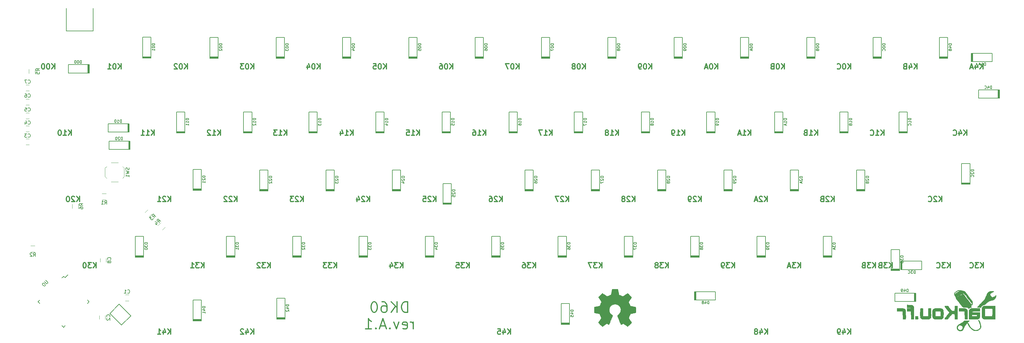
<source format=gbo>
G04 #@! TF.FileFunction,Legend,Bot*
%FSLAX46Y46*%
G04 Gerber Fmt 4.6, Leading zero omitted, Abs format (unit mm)*
G04 Created by KiCad (PCBNEW 4.0.5+dfsg1-4) date Wed May 24 11:01:59 2017*
%MOMM*%
%LPD*%
G01*
G04 APERTURE LIST*
%ADD10C,0.100000*%
%ADD11C,0.300000*%
%ADD12C,0.150000*%
%ADD13C,0.120000*%
%ADD14C,0.010000*%
%ADD15C,0.200000*%
%ADD16C,0.304800*%
G04 APERTURE END LIST*
D10*
D11*
X179392857Y-185707143D02*
X179392857Y-182707143D01*
X178678572Y-182707143D01*
X178250000Y-182850000D01*
X177964286Y-183135714D01*
X177821429Y-183421429D01*
X177678572Y-183992857D01*
X177678572Y-184421429D01*
X177821429Y-184992857D01*
X177964286Y-185278571D01*
X178250000Y-185564286D01*
X178678572Y-185707143D01*
X179392857Y-185707143D01*
X176392857Y-185707143D02*
X176392857Y-182707143D01*
X174678572Y-185707143D02*
X175964286Y-183992857D01*
X174678572Y-182707143D02*
X176392857Y-184421429D01*
X172107143Y-182707143D02*
X172678572Y-182707143D01*
X172964286Y-182850000D01*
X173107143Y-182992857D01*
X173392857Y-183421429D01*
X173535714Y-183992857D01*
X173535714Y-185135714D01*
X173392857Y-185421429D01*
X173250000Y-185564286D01*
X172964286Y-185707143D01*
X172392857Y-185707143D01*
X172107143Y-185564286D01*
X171964286Y-185421429D01*
X171821429Y-185135714D01*
X171821429Y-184421429D01*
X171964286Y-184135714D01*
X172107143Y-183992857D01*
X172392857Y-183850000D01*
X172964286Y-183850000D01*
X173250000Y-183992857D01*
X173392857Y-184135714D01*
X173535714Y-184421429D01*
X169964286Y-182707143D02*
X169678571Y-182707143D01*
X169392857Y-182850000D01*
X169250000Y-182992857D01*
X169107143Y-183278571D01*
X168964286Y-183850000D01*
X168964286Y-184564286D01*
X169107143Y-185135714D01*
X169250000Y-185421429D01*
X169392857Y-185564286D01*
X169678571Y-185707143D01*
X169964286Y-185707143D01*
X170250000Y-185564286D01*
X170392857Y-185421429D01*
X170535714Y-185135714D01*
X170678571Y-184564286D01*
X170678571Y-183850000D01*
X170535714Y-183278571D01*
X170392857Y-182992857D01*
X170250000Y-182850000D01*
X169964286Y-182707143D01*
X181035714Y-190507143D02*
X181035714Y-188507143D01*
X181035714Y-189078571D02*
X180892857Y-188792857D01*
X180750000Y-188650000D01*
X180464286Y-188507143D01*
X180178571Y-188507143D01*
X178035714Y-190364286D02*
X178321428Y-190507143D01*
X178892857Y-190507143D01*
X179178571Y-190364286D01*
X179321428Y-190078571D01*
X179321428Y-188935714D01*
X179178571Y-188650000D01*
X178892857Y-188507143D01*
X178321428Y-188507143D01*
X178035714Y-188650000D01*
X177892857Y-188935714D01*
X177892857Y-189221429D01*
X179321428Y-189507143D01*
X176892857Y-188507143D02*
X176178571Y-190507143D01*
X175464285Y-188507143D01*
X174321428Y-190221429D02*
X174178571Y-190364286D01*
X174321428Y-190507143D01*
X174464285Y-190364286D01*
X174321428Y-190221429D01*
X174321428Y-190507143D01*
X173035714Y-189650000D02*
X171607143Y-189650000D01*
X173321429Y-190507143D02*
X172321429Y-187507143D01*
X171321429Y-190507143D01*
X170321428Y-190221429D02*
X170178571Y-190364286D01*
X170321428Y-190507143D01*
X170464285Y-190364286D01*
X170321428Y-190221429D01*
X170321428Y-190507143D01*
X167321429Y-190507143D02*
X169035714Y-190507143D01*
X168178572Y-190507143D02*
X168178572Y-187507143D01*
X168464286Y-187935714D01*
X168750000Y-188221429D01*
X169035714Y-188364286D01*
D12*
X80600000Y-175381445D02*
X81006586Y-175788031D01*
X73281445Y-182700000D02*
X73758742Y-183177297D01*
X80600000Y-190018555D02*
X80122703Y-189541258D01*
X87918555Y-182700000D02*
X87441258Y-182222703D01*
X80600000Y-175381445D02*
X80122703Y-175858742D01*
X87918555Y-182700000D02*
X87441258Y-183177297D01*
X80600000Y-190018555D02*
X81077297Y-189541258D01*
X73281445Y-182700000D02*
X73758742Y-182222703D01*
X81006586Y-175788031D02*
X81908148Y-174886470D01*
D13*
X98300000Y-180700000D02*
X99300000Y-180700000D01*
X99300000Y-182400000D02*
X98300000Y-182400000D01*
X92600000Y-186700000D02*
X92600000Y-187700000D01*
X90900000Y-187700000D02*
X90900000Y-186700000D01*
X69750000Y-135900000D02*
X70750000Y-135900000D01*
X70750000Y-137600000D02*
X69750000Y-137600000D01*
X69750000Y-132150000D02*
X70750000Y-132150000D01*
X70750000Y-133850000D02*
X69750000Y-133850000D01*
X69750000Y-128400000D02*
X70750000Y-128400000D01*
X70750000Y-130100000D02*
X69750000Y-130100000D01*
X69750000Y-124400000D02*
X70750000Y-124400000D01*
X70750000Y-126100000D02*
X69750000Y-126100000D01*
X69750000Y-120400000D02*
X70750000Y-120400000D01*
X70750000Y-122100000D02*
X69750000Y-122100000D01*
X92850000Y-170250000D02*
X92850000Y-171250000D01*
X91150000Y-171250000D02*
X91150000Y-170250000D01*
X92850000Y-151620000D02*
X91650000Y-151620000D01*
X91650000Y-153380000D02*
X92850000Y-153380000D01*
X72350000Y-166620000D02*
X71150000Y-166620000D01*
X71150000Y-168380000D02*
X72350000Y-168380000D01*
X104802010Y-156153482D02*
X103953482Y-157002010D01*
X105197990Y-158246518D02*
X106046518Y-157397990D01*
X108997990Y-162046518D02*
X109846518Y-161197990D01*
X108602010Y-159953482D02*
X107753482Y-160802010D01*
X92950000Y-147200000D02*
X92500000Y-146750000D01*
X92950000Y-143800000D02*
X92500000Y-144250000D01*
X97550000Y-143800000D02*
X98000000Y-144250000D01*
X97550000Y-147200000D02*
X98000000Y-146750000D01*
X96250000Y-142750000D02*
X94250000Y-142750000D01*
X92500000Y-146750000D02*
X92500000Y-144250000D01*
X96250000Y-148250000D02*
X94250000Y-148250000D01*
X98000000Y-146750000D02*
X98000000Y-144250000D01*
D14*
G36*
X238721415Y-179039112D02*
X238533018Y-179039892D01*
X238392887Y-179042000D01*
X238293405Y-179046097D01*
X238226956Y-179052845D01*
X238185923Y-179062906D01*
X238162689Y-179076941D01*
X238149637Y-179095610D01*
X238143052Y-179110437D01*
X238128808Y-179161521D01*
X238105531Y-179265159D01*
X238075258Y-179411378D01*
X238040024Y-179590205D01*
X238001867Y-179791665D01*
X237982842Y-179894955D01*
X237944343Y-180101922D01*
X237908091Y-180289337D01*
X237876043Y-180447671D01*
X237850155Y-180567391D01*
X237832383Y-180638967D01*
X237827080Y-180653853D01*
X237792255Y-180677525D01*
X237709765Y-180719604D01*
X237591027Y-180775217D01*
X237447455Y-180839491D01*
X237290465Y-180907554D01*
X237131471Y-180974533D01*
X236981890Y-181035555D01*
X236853136Y-181085749D01*
X236756624Y-181120241D01*
X236703769Y-181134159D01*
X236701661Y-181134237D01*
X236666711Y-181116885D01*
X236587103Y-181068242D01*
X236470361Y-180993200D01*
X236324009Y-180896649D01*
X236155572Y-180783483D01*
X236017950Y-180689737D01*
X235837845Y-180567267D01*
X235674176Y-180457724D01*
X235534457Y-180365996D01*
X235426201Y-180296969D01*
X235356923Y-180255533D01*
X235334985Y-180245500D01*
X235300989Y-180267392D01*
X235231059Y-180328000D01*
X235132697Y-180419722D01*
X235013407Y-180534956D01*
X234880693Y-180666098D01*
X234742057Y-180805548D01*
X234605002Y-180945702D01*
X234477033Y-181078958D01*
X234365652Y-181197713D01*
X234278363Y-181294366D01*
X234222668Y-181361315D01*
X234205750Y-181389645D01*
X234220314Y-181429964D01*
X234264931Y-181509821D01*
X234340997Y-181631358D01*
X234449904Y-181796713D01*
X234593046Y-182008026D01*
X234771815Y-182267435D01*
X234860010Y-182394336D01*
X234941862Y-182515879D01*
X235007919Y-182621608D01*
X235050648Y-182698964D01*
X235063000Y-182732813D01*
X235050992Y-182773227D01*
X235018157Y-182860405D01*
X234969284Y-182983007D01*
X234909159Y-183129693D01*
X234842569Y-183289122D01*
X234774302Y-183449954D01*
X234709146Y-183600847D01*
X234651886Y-183730461D01*
X234607310Y-183827456D01*
X234580206Y-183880491D01*
X234576116Y-183886218D01*
X234541524Y-183896474D01*
X234453345Y-183916350D01*
X234320450Y-183944027D01*
X234151713Y-183977686D01*
X233956007Y-184015507D01*
X233823734Y-184040488D01*
X233613703Y-184080166D01*
X233423241Y-184116825D01*
X233261664Y-184148618D01*
X233138287Y-184173696D01*
X233062425Y-184190211D01*
X233043552Y-184195256D01*
X233029607Y-184210739D01*
X233018801Y-184249664D01*
X233010774Y-184318745D01*
X233005166Y-184424698D01*
X233001616Y-184574238D01*
X232999765Y-184774080D01*
X232999251Y-185020738D01*
X232999546Y-185269092D01*
X233000762Y-185461282D01*
X233003392Y-185604646D01*
X233007931Y-185706519D01*
X233014873Y-185774238D01*
X233024711Y-185815139D01*
X233037940Y-185836556D01*
X233054813Y-185845757D01*
X233109841Y-185858534D01*
X233209750Y-185878643D01*
X233336854Y-185902585D01*
X233396125Y-185913304D01*
X233705496Y-185969202D01*
X233957316Y-186016327D01*
X234156753Y-186055838D01*
X234308976Y-186088893D01*
X234419152Y-186116653D01*
X234492450Y-186140276D01*
X234534036Y-186160923D01*
X234544977Y-186171042D01*
X234566753Y-186213083D01*
X234606593Y-186301955D01*
X234659945Y-186426472D01*
X234722255Y-186575445D01*
X234788972Y-186737686D01*
X234855543Y-186902006D01*
X234917415Y-187057217D01*
X234970036Y-187192132D01*
X235008853Y-187295562D01*
X235029314Y-187356319D01*
X235031340Y-187366315D01*
X235014059Y-187398462D01*
X234965654Y-187475095D01*
X234891200Y-187588530D01*
X234795774Y-187731082D01*
X234684452Y-187895066D01*
X234618500Y-187991301D01*
X234500137Y-188165926D01*
X234395029Y-188325744D01*
X234308318Y-188462546D01*
X234245144Y-188568122D01*
X234210648Y-188634262D01*
X234205750Y-188650422D01*
X234227834Y-188689840D01*
X234290575Y-188767320D01*
X234388711Y-188877071D01*
X234516975Y-189013299D01*
X234670106Y-189170209D01*
X234758283Y-189258521D01*
X234930773Y-189429494D01*
X235064461Y-189560203D01*
X235165249Y-189655481D01*
X235239040Y-189720160D01*
X235291736Y-189759073D01*
X235329242Y-189777053D01*
X235357458Y-189778932D01*
X235382289Y-189769542D01*
X235382405Y-189769480D01*
X235429516Y-189740371D01*
X235519830Y-189681156D01*
X235644339Y-189597872D01*
X235794033Y-189496557D01*
X235959904Y-189383245D01*
X236002541Y-189353958D01*
X236168266Y-189241261D01*
X236317753Y-189141995D01*
X236442657Y-189061509D01*
X236534633Y-189005151D01*
X236585337Y-188978269D01*
X236591143Y-188976750D01*
X236634996Y-188990623D01*
X236720737Y-189027978D01*
X236834225Y-189082418D01*
X236913926Y-189122773D01*
X237041340Y-189184584D01*
X237143401Y-189226362D01*
X237208470Y-189243677D01*
X237224470Y-189240980D01*
X237243182Y-189205634D01*
X237282751Y-189118984D01*
X237339961Y-188988487D01*
X237411592Y-188821599D01*
X237494427Y-188625774D01*
X237585247Y-188408469D01*
X237619855Y-188325019D01*
X237721456Y-188079675D01*
X237823663Y-187833146D01*
X237921585Y-187597204D01*
X238010334Y-187383624D01*
X238085020Y-187204180D01*
X238140754Y-187070644D01*
X238144462Y-187061784D01*
X238203884Y-186916651D01*
X238252998Y-186790601D01*
X238287063Y-186696245D01*
X238301341Y-186646196D01*
X238301500Y-186643883D01*
X238277235Y-186606089D01*
X238213040Y-186545075D01*
X238121820Y-186472845D01*
X238103063Y-186459248D01*
X237826091Y-186230337D01*
X237609089Y-185981720D01*
X237451154Y-185711769D01*
X237351383Y-185418855D01*
X237308874Y-185101353D01*
X237307099Y-185023875D01*
X237333555Y-184706339D01*
X237416480Y-184414590D01*
X237557933Y-184143472D01*
X237759975Y-183887827D01*
X237761557Y-183886134D01*
X237998937Y-183676263D01*
X238263644Y-183519609D01*
X238547871Y-183416494D01*
X238843812Y-183367238D01*
X239143660Y-183372165D01*
X239439608Y-183431595D01*
X239723849Y-183545850D01*
X239988577Y-183715253D01*
X240078549Y-183790652D01*
X240299509Y-184028671D01*
X240463112Y-184293856D01*
X240568903Y-184585179D01*
X240616423Y-184901613D01*
X240619250Y-185004673D01*
X240596612Y-185321880D01*
X240526353Y-185606279D01*
X240404956Y-185864475D01*
X240228905Y-186103072D01*
X239994683Y-186328676D01*
X239856530Y-186437283D01*
X239756427Y-186516349D01*
X239679865Y-186586067D01*
X239638807Y-186635153D01*
X239635000Y-186646225D01*
X239646770Y-186685220D01*
X239680206Y-186775721D01*
X239732502Y-186910640D01*
X239800852Y-187082889D01*
X239882448Y-187285378D01*
X239974483Y-187511021D01*
X240051865Y-187698907D01*
X240155104Y-187948707D01*
X240254857Y-188190395D01*
X240347427Y-188414991D01*
X240429119Y-188613514D01*
X240496235Y-188776985D01*
X240545079Y-188896422D01*
X240564798Y-188945000D01*
X240624849Y-189091660D01*
X240672571Y-189185263D01*
X240721006Y-189230962D01*
X240783196Y-189233912D01*
X240872182Y-189199267D01*
X241001008Y-189132179D01*
X241016964Y-189123682D01*
X241139066Y-189060843D01*
X241242670Y-189011419D01*
X241313491Y-188982023D01*
X241334309Y-188976750D01*
X241371317Y-188993976D01*
X241452608Y-189042282D01*
X241570252Y-189116604D01*
X241716318Y-189211880D01*
X241882878Y-189323049D01*
X241980886Y-189389500D01*
X242154203Y-189507021D01*
X242310107Y-189611521D01*
X242440951Y-189697976D01*
X242539087Y-189761357D01*
X242596870Y-189796639D01*
X242608792Y-189802250D01*
X242636614Y-189780781D01*
X242702871Y-189720445D01*
X242801169Y-189627350D01*
X242925113Y-189507602D01*
X243068311Y-189367308D01*
X243181006Y-189255749D01*
X243333794Y-189101680D01*
X243470259Y-188959889D01*
X243584195Y-188837166D01*
X243669400Y-188740301D01*
X243719669Y-188676085D01*
X243730751Y-188654049D01*
X243713325Y-188612936D01*
X243664489Y-188528079D01*
X243589399Y-188407644D01*
X243493214Y-188259798D01*
X243381093Y-188092710D01*
X243318933Y-188001987D01*
X243200804Y-187829179D01*
X243095829Y-187672549D01*
X243009146Y-187540019D01*
X242945896Y-187439512D01*
X242911218Y-187378949D01*
X242906183Y-187365816D01*
X242917522Y-187320702D01*
X242949322Y-187228611D01*
X242996989Y-187100912D01*
X243055927Y-186948975D01*
X243121542Y-186784170D01*
X243189238Y-186617868D01*
X243254420Y-186461439D01*
X243312495Y-186326251D01*
X243358866Y-186223676D01*
X243388938Y-186165084D01*
X243394607Y-186157229D01*
X243436373Y-186139822D01*
X243531267Y-186113845D01*
X243669829Y-186081450D01*
X243842597Y-186044790D01*
X244040111Y-186006013D01*
X244146342Y-185986295D01*
X244352674Y-185947706D01*
X244539019Y-185910908D01*
X244695932Y-185877925D01*
X244813970Y-185850780D01*
X244883687Y-185831496D01*
X244897563Y-185825365D01*
X244911381Y-185783905D01*
X244922549Y-185690460D01*
X244931092Y-185555480D01*
X244937037Y-185389414D01*
X244940410Y-185202714D01*
X244941237Y-185005828D01*
X244939545Y-184809207D01*
X244935358Y-184623299D01*
X244928704Y-184458556D01*
X244919609Y-184325426D01*
X244908098Y-184234360D01*
X244894199Y-184195807D01*
X244893484Y-184195462D01*
X244850930Y-184185082D01*
X244755223Y-184165052D01*
X244615663Y-184137210D01*
X244441549Y-184103393D01*
X244242182Y-184065440D01*
X244112698Y-184041147D01*
X243903767Y-184001245D01*
X243715674Y-183963574D01*
X243557435Y-183930083D01*
X243438064Y-183902719D01*
X243366578Y-183883432D01*
X243350251Y-183876375D01*
X243326225Y-183834757D01*
X243283939Y-183746103D01*
X243228269Y-183622046D01*
X243164094Y-183474221D01*
X243096288Y-183314262D01*
X243029731Y-183153803D01*
X242969297Y-183004477D01*
X242919865Y-182877920D01*
X242886311Y-182785765D01*
X242873513Y-182739646D01*
X242873500Y-182739079D01*
X242890864Y-182697851D01*
X242939557Y-182612723D01*
X243014484Y-182491805D01*
X243110546Y-182343208D01*
X243222648Y-182175046D01*
X243290389Y-182075560D01*
X243410115Y-181899578D01*
X243517819Y-181738483D01*
X243608176Y-181600467D01*
X243675864Y-181493719D01*
X243715559Y-181426428D01*
X243723525Y-181409222D01*
X243716555Y-181377171D01*
X243681057Y-181322263D01*
X243613426Y-181240386D01*
X243510056Y-181127424D01*
X243367342Y-180979265D01*
X243187914Y-180798035D01*
X243033766Y-180645246D01*
X242892999Y-180508658D01*
X242772182Y-180394407D01*
X242677882Y-180308632D01*
X242616669Y-180257469D01*
X242596539Y-180245500D01*
X242560307Y-180262875D01*
X242479752Y-180311670D01*
X242362570Y-180386887D01*
X242216458Y-180483527D01*
X242049113Y-180596592D01*
X241929449Y-180678698D01*
X241751503Y-180800717D01*
X241589112Y-180910531D01*
X241450123Y-181002956D01*
X241342383Y-181072810D01*
X241273737Y-181114912D01*
X241253727Y-181124962D01*
X241210553Y-181117510D01*
X241120705Y-181089557D01*
X240995843Y-181045692D01*
X240847624Y-180990505D01*
X240687708Y-180928585D01*
X240527754Y-180864522D01*
X240379420Y-180802905D01*
X240254365Y-180748324D01*
X240164249Y-180705368D01*
X240121267Y-180679169D01*
X240105231Y-180638837D01*
X240080072Y-180544952D01*
X240047808Y-180406476D01*
X240010456Y-180232372D01*
X239970035Y-180031601D01*
X239939141Y-179870112D01*
X239898562Y-179655909D01*
X239860914Y-179462145D01*
X239827990Y-179297658D01*
X239801585Y-179171289D01*
X239783492Y-179091878D01*
X239776438Y-179068424D01*
X239740472Y-179059943D01*
X239648777Y-179052526D01*
X239509119Y-179046456D01*
X239329264Y-179042016D01*
X239116979Y-179039486D01*
X238965696Y-179039000D01*
X238721415Y-179039112D01*
X238721415Y-179039112D01*
G37*
X238721415Y-179039112D02*
X238533018Y-179039892D01*
X238392887Y-179042000D01*
X238293405Y-179046097D01*
X238226956Y-179052845D01*
X238185923Y-179062906D01*
X238162689Y-179076941D01*
X238149637Y-179095610D01*
X238143052Y-179110437D01*
X238128808Y-179161521D01*
X238105531Y-179265159D01*
X238075258Y-179411378D01*
X238040024Y-179590205D01*
X238001867Y-179791665D01*
X237982842Y-179894955D01*
X237944343Y-180101922D01*
X237908091Y-180289337D01*
X237876043Y-180447671D01*
X237850155Y-180567391D01*
X237832383Y-180638967D01*
X237827080Y-180653853D01*
X237792255Y-180677525D01*
X237709765Y-180719604D01*
X237591027Y-180775217D01*
X237447455Y-180839491D01*
X237290465Y-180907554D01*
X237131471Y-180974533D01*
X236981890Y-181035555D01*
X236853136Y-181085749D01*
X236756624Y-181120241D01*
X236703769Y-181134159D01*
X236701661Y-181134237D01*
X236666711Y-181116885D01*
X236587103Y-181068242D01*
X236470361Y-180993200D01*
X236324009Y-180896649D01*
X236155572Y-180783483D01*
X236017950Y-180689737D01*
X235837845Y-180567267D01*
X235674176Y-180457724D01*
X235534457Y-180365996D01*
X235426201Y-180296969D01*
X235356923Y-180255533D01*
X235334985Y-180245500D01*
X235300989Y-180267392D01*
X235231059Y-180328000D01*
X235132697Y-180419722D01*
X235013407Y-180534956D01*
X234880693Y-180666098D01*
X234742057Y-180805548D01*
X234605002Y-180945702D01*
X234477033Y-181078958D01*
X234365652Y-181197713D01*
X234278363Y-181294366D01*
X234222668Y-181361315D01*
X234205750Y-181389645D01*
X234220314Y-181429964D01*
X234264931Y-181509821D01*
X234340997Y-181631358D01*
X234449904Y-181796713D01*
X234593046Y-182008026D01*
X234771815Y-182267435D01*
X234860010Y-182394336D01*
X234941862Y-182515879D01*
X235007919Y-182621608D01*
X235050648Y-182698964D01*
X235063000Y-182732813D01*
X235050992Y-182773227D01*
X235018157Y-182860405D01*
X234969284Y-182983007D01*
X234909159Y-183129693D01*
X234842569Y-183289122D01*
X234774302Y-183449954D01*
X234709146Y-183600847D01*
X234651886Y-183730461D01*
X234607310Y-183827456D01*
X234580206Y-183880491D01*
X234576116Y-183886218D01*
X234541524Y-183896474D01*
X234453345Y-183916350D01*
X234320450Y-183944027D01*
X234151713Y-183977686D01*
X233956007Y-184015507D01*
X233823734Y-184040488D01*
X233613703Y-184080166D01*
X233423241Y-184116825D01*
X233261664Y-184148618D01*
X233138287Y-184173696D01*
X233062425Y-184190211D01*
X233043552Y-184195256D01*
X233029607Y-184210739D01*
X233018801Y-184249664D01*
X233010774Y-184318745D01*
X233005166Y-184424698D01*
X233001616Y-184574238D01*
X232999765Y-184774080D01*
X232999251Y-185020738D01*
X232999546Y-185269092D01*
X233000762Y-185461282D01*
X233003392Y-185604646D01*
X233007931Y-185706519D01*
X233014873Y-185774238D01*
X233024711Y-185815139D01*
X233037940Y-185836556D01*
X233054813Y-185845757D01*
X233109841Y-185858534D01*
X233209750Y-185878643D01*
X233336854Y-185902585D01*
X233396125Y-185913304D01*
X233705496Y-185969202D01*
X233957316Y-186016327D01*
X234156753Y-186055838D01*
X234308976Y-186088893D01*
X234419152Y-186116653D01*
X234492450Y-186140276D01*
X234534036Y-186160923D01*
X234544977Y-186171042D01*
X234566753Y-186213083D01*
X234606593Y-186301955D01*
X234659945Y-186426472D01*
X234722255Y-186575445D01*
X234788972Y-186737686D01*
X234855543Y-186902006D01*
X234917415Y-187057217D01*
X234970036Y-187192132D01*
X235008853Y-187295562D01*
X235029314Y-187356319D01*
X235031340Y-187366315D01*
X235014059Y-187398462D01*
X234965654Y-187475095D01*
X234891200Y-187588530D01*
X234795774Y-187731082D01*
X234684452Y-187895066D01*
X234618500Y-187991301D01*
X234500137Y-188165926D01*
X234395029Y-188325744D01*
X234308318Y-188462546D01*
X234245144Y-188568122D01*
X234210648Y-188634262D01*
X234205750Y-188650422D01*
X234227834Y-188689840D01*
X234290575Y-188767320D01*
X234388711Y-188877071D01*
X234516975Y-189013299D01*
X234670106Y-189170209D01*
X234758283Y-189258521D01*
X234930773Y-189429494D01*
X235064461Y-189560203D01*
X235165249Y-189655481D01*
X235239040Y-189720160D01*
X235291736Y-189759073D01*
X235329242Y-189777053D01*
X235357458Y-189778932D01*
X235382289Y-189769542D01*
X235382405Y-189769480D01*
X235429516Y-189740371D01*
X235519830Y-189681156D01*
X235644339Y-189597872D01*
X235794033Y-189496557D01*
X235959904Y-189383245D01*
X236002541Y-189353958D01*
X236168266Y-189241261D01*
X236317753Y-189141995D01*
X236442657Y-189061509D01*
X236534633Y-189005151D01*
X236585337Y-188978269D01*
X236591143Y-188976750D01*
X236634996Y-188990623D01*
X236720737Y-189027978D01*
X236834225Y-189082418D01*
X236913926Y-189122773D01*
X237041340Y-189184584D01*
X237143401Y-189226362D01*
X237208470Y-189243677D01*
X237224470Y-189240980D01*
X237243182Y-189205634D01*
X237282751Y-189118984D01*
X237339961Y-188988487D01*
X237411592Y-188821599D01*
X237494427Y-188625774D01*
X237585247Y-188408469D01*
X237619855Y-188325019D01*
X237721456Y-188079675D01*
X237823663Y-187833146D01*
X237921585Y-187597204D01*
X238010334Y-187383624D01*
X238085020Y-187204180D01*
X238140754Y-187070644D01*
X238144462Y-187061784D01*
X238203884Y-186916651D01*
X238252998Y-186790601D01*
X238287063Y-186696245D01*
X238301341Y-186646196D01*
X238301500Y-186643883D01*
X238277235Y-186606089D01*
X238213040Y-186545075D01*
X238121820Y-186472845D01*
X238103063Y-186459248D01*
X237826091Y-186230337D01*
X237609089Y-185981720D01*
X237451154Y-185711769D01*
X237351383Y-185418855D01*
X237308874Y-185101353D01*
X237307099Y-185023875D01*
X237333555Y-184706339D01*
X237416480Y-184414590D01*
X237557933Y-184143472D01*
X237759975Y-183887827D01*
X237761557Y-183886134D01*
X237998937Y-183676263D01*
X238263644Y-183519609D01*
X238547871Y-183416494D01*
X238843812Y-183367238D01*
X239143660Y-183372165D01*
X239439608Y-183431595D01*
X239723849Y-183545850D01*
X239988577Y-183715253D01*
X240078549Y-183790652D01*
X240299509Y-184028671D01*
X240463112Y-184293856D01*
X240568903Y-184585179D01*
X240616423Y-184901613D01*
X240619250Y-185004673D01*
X240596612Y-185321880D01*
X240526353Y-185606279D01*
X240404956Y-185864475D01*
X240228905Y-186103072D01*
X239994683Y-186328676D01*
X239856530Y-186437283D01*
X239756427Y-186516349D01*
X239679865Y-186586067D01*
X239638807Y-186635153D01*
X239635000Y-186646225D01*
X239646770Y-186685220D01*
X239680206Y-186775721D01*
X239732502Y-186910640D01*
X239800852Y-187082889D01*
X239882448Y-187285378D01*
X239974483Y-187511021D01*
X240051865Y-187698907D01*
X240155104Y-187948707D01*
X240254857Y-188190395D01*
X240347427Y-188414991D01*
X240429119Y-188613514D01*
X240496235Y-188776985D01*
X240545079Y-188896422D01*
X240564798Y-188945000D01*
X240624849Y-189091660D01*
X240672571Y-189185263D01*
X240721006Y-189230962D01*
X240783196Y-189233912D01*
X240872182Y-189199267D01*
X241001008Y-189132179D01*
X241016964Y-189123682D01*
X241139066Y-189060843D01*
X241242670Y-189011419D01*
X241313491Y-188982023D01*
X241334309Y-188976750D01*
X241371317Y-188993976D01*
X241452608Y-189042282D01*
X241570252Y-189116604D01*
X241716318Y-189211880D01*
X241882878Y-189323049D01*
X241980886Y-189389500D01*
X242154203Y-189507021D01*
X242310107Y-189611521D01*
X242440951Y-189697976D01*
X242539087Y-189761357D01*
X242596870Y-189796639D01*
X242608792Y-189802250D01*
X242636614Y-189780781D01*
X242702871Y-189720445D01*
X242801169Y-189627350D01*
X242925113Y-189507602D01*
X243068311Y-189367308D01*
X243181006Y-189255749D01*
X243333794Y-189101680D01*
X243470259Y-188959889D01*
X243584195Y-188837166D01*
X243669400Y-188740301D01*
X243719669Y-188676085D01*
X243730751Y-188654049D01*
X243713325Y-188612936D01*
X243664489Y-188528079D01*
X243589399Y-188407644D01*
X243493214Y-188259798D01*
X243381093Y-188092710D01*
X243318933Y-188001987D01*
X243200804Y-187829179D01*
X243095829Y-187672549D01*
X243009146Y-187540019D01*
X242945896Y-187439512D01*
X242911218Y-187378949D01*
X242906183Y-187365816D01*
X242917522Y-187320702D01*
X242949322Y-187228611D01*
X242996989Y-187100912D01*
X243055927Y-186948975D01*
X243121542Y-186784170D01*
X243189238Y-186617868D01*
X243254420Y-186461439D01*
X243312495Y-186326251D01*
X243358866Y-186223676D01*
X243388938Y-186165084D01*
X243394607Y-186157229D01*
X243436373Y-186139822D01*
X243531267Y-186113845D01*
X243669829Y-186081450D01*
X243842597Y-186044790D01*
X244040111Y-186006013D01*
X244146342Y-185986295D01*
X244352674Y-185947706D01*
X244539019Y-185910908D01*
X244695932Y-185877925D01*
X244813970Y-185850780D01*
X244883687Y-185831496D01*
X244897563Y-185825365D01*
X244911381Y-185783905D01*
X244922549Y-185690460D01*
X244931092Y-185555480D01*
X244937037Y-185389414D01*
X244940410Y-185202714D01*
X244941237Y-185005828D01*
X244939545Y-184809207D01*
X244935358Y-184623299D01*
X244928704Y-184458556D01*
X244919609Y-184325426D01*
X244908098Y-184234360D01*
X244894199Y-184195807D01*
X244893484Y-184195462D01*
X244850930Y-184185082D01*
X244755223Y-184165052D01*
X244615663Y-184137210D01*
X244441549Y-184103393D01*
X244242182Y-184065440D01*
X244112698Y-184041147D01*
X243903767Y-184001245D01*
X243715674Y-183963574D01*
X243557435Y-183930083D01*
X243438064Y-183902719D01*
X243366578Y-183883432D01*
X243350251Y-183876375D01*
X243326225Y-183834757D01*
X243283939Y-183746103D01*
X243228269Y-183622046D01*
X243164094Y-183474221D01*
X243096288Y-183314262D01*
X243029731Y-183153803D01*
X242969297Y-183004477D01*
X242919865Y-182877920D01*
X242886311Y-182785765D01*
X242873513Y-182739646D01*
X242873500Y-182739079D01*
X242890864Y-182697851D01*
X242939557Y-182612723D01*
X243014484Y-182491805D01*
X243110546Y-182343208D01*
X243222648Y-182175046D01*
X243290389Y-182075560D01*
X243410115Y-181899578D01*
X243517819Y-181738483D01*
X243608176Y-181600467D01*
X243675864Y-181493719D01*
X243715559Y-181426428D01*
X243723525Y-181409222D01*
X243716555Y-181377171D01*
X243681057Y-181322263D01*
X243613426Y-181240386D01*
X243510056Y-181127424D01*
X243367342Y-180979265D01*
X243187914Y-180798035D01*
X243033766Y-180645246D01*
X242892999Y-180508658D01*
X242772182Y-180394407D01*
X242677882Y-180308632D01*
X242616669Y-180257469D01*
X242596539Y-180245500D01*
X242560307Y-180262875D01*
X242479752Y-180311670D01*
X242362570Y-180386887D01*
X242216458Y-180483527D01*
X242049113Y-180596592D01*
X241929449Y-180678698D01*
X241751503Y-180800717D01*
X241589112Y-180910531D01*
X241450123Y-181002956D01*
X241342383Y-181072810D01*
X241273737Y-181114912D01*
X241253727Y-181124962D01*
X241210553Y-181117510D01*
X241120705Y-181089557D01*
X240995843Y-181045692D01*
X240847624Y-180990505D01*
X240687708Y-180928585D01*
X240527754Y-180864522D01*
X240379420Y-180802905D01*
X240254365Y-180748324D01*
X240164249Y-180705368D01*
X240121267Y-180679169D01*
X240105231Y-180638837D01*
X240080072Y-180544952D01*
X240047808Y-180406476D01*
X240010456Y-180232372D01*
X239970035Y-180031601D01*
X239939141Y-179870112D01*
X239898562Y-179655909D01*
X239860914Y-179462145D01*
X239827990Y-179297658D01*
X239801585Y-179171289D01*
X239783492Y-179091878D01*
X239776438Y-179068424D01*
X239740472Y-179059943D01*
X239648777Y-179052526D01*
X239509119Y-179046456D01*
X239329264Y-179042016D01*
X239116979Y-179039486D01*
X238965696Y-179039000D01*
X238721415Y-179039112D01*
G36*
X339701669Y-188093509D02*
X339526977Y-188097268D01*
X339409984Y-188103774D01*
X339375707Y-188108597D01*
X339301786Y-188148211D01*
X339187551Y-188233785D01*
X339051750Y-188350618D01*
X338973541Y-188423956D01*
X338734862Y-188633789D01*
X338471003Y-188830303D01*
X338204558Y-188998587D01*
X337958121Y-189123726D01*
X337850815Y-189165009D01*
X337594327Y-189289330D01*
X337391009Y-189466282D01*
X337244851Y-189682592D01*
X337159839Y-189924987D01*
X337139961Y-190180191D01*
X337189205Y-190434931D01*
X337311559Y-190675935D01*
X337373048Y-190755350D01*
X337583445Y-190939768D01*
X337831231Y-191054588D01*
X338101926Y-191097133D01*
X338381054Y-191064726D01*
X338601733Y-190982523D01*
X338741408Y-190902162D01*
X338852766Y-190807421D01*
X338948924Y-190681300D01*
X339042995Y-190506804D01*
X339141396Y-190283103D01*
X339241428Y-190055201D01*
X339293083Y-189953082D01*
X338819826Y-189953082D01*
X338817953Y-190074765D01*
X338811268Y-190173338D01*
X338797376Y-190331567D01*
X338775133Y-190433719D01*
X338731672Y-190508262D01*
X338654124Y-190583665D01*
X338608252Y-190622474D01*
X338403893Y-190764506D01*
X338212916Y-190830041D01*
X338018666Y-190821741D01*
X337817816Y-190748806D01*
X337621836Y-190614036D01*
X337491902Y-190441064D01*
X337427573Y-190244108D01*
X337428408Y-190037386D01*
X337493965Y-189835116D01*
X337623803Y-189651515D01*
X337817481Y-189500801D01*
X337857231Y-189479213D01*
X338068804Y-189410517D01*
X338275050Y-189425083D01*
X338477728Y-189523383D01*
X338672008Y-189698553D01*
X338755494Y-189794432D01*
X338801886Y-189869456D01*
X338819826Y-189953082D01*
X339293083Y-189953082D01*
X339345482Y-189849495D01*
X339462423Y-189653847D01*
X339601113Y-189456117D01*
X339770416Y-189244167D01*
X339979196Y-189005858D01*
X340236314Y-188729053D01*
X340405394Y-188552000D01*
X340832834Y-188107500D01*
X340155500Y-188095398D01*
X339916897Y-188092789D01*
X339701669Y-188093509D01*
X339701669Y-188093509D01*
G37*
X339701669Y-188093509D02*
X339526977Y-188097268D01*
X339409984Y-188103774D01*
X339375707Y-188108597D01*
X339301786Y-188148211D01*
X339187551Y-188233785D01*
X339051750Y-188350618D01*
X338973541Y-188423956D01*
X338734862Y-188633789D01*
X338471003Y-188830303D01*
X338204558Y-188998587D01*
X337958121Y-189123726D01*
X337850815Y-189165009D01*
X337594327Y-189289330D01*
X337391009Y-189466282D01*
X337244851Y-189682592D01*
X337159839Y-189924987D01*
X337139961Y-190180191D01*
X337189205Y-190434931D01*
X337311559Y-190675935D01*
X337373048Y-190755350D01*
X337583445Y-190939768D01*
X337831231Y-191054588D01*
X338101926Y-191097133D01*
X338381054Y-191064726D01*
X338601733Y-190982523D01*
X338741408Y-190902162D01*
X338852766Y-190807421D01*
X338948924Y-190681300D01*
X339042995Y-190506804D01*
X339141396Y-190283103D01*
X339241428Y-190055201D01*
X339293083Y-189953082D01*
X338819826Y-189953082D01*
X338817953Y-190074765D01*
X338811268Y-190173338D01*
X338797376Y-190331567D01*
X338775133Y-190433719D01*
X338731672Y-190508262D01*
X338654124Y-190583665D01*
X338608252Y-190622474D01*
X338403893Y-190764506D01*
X338212916Y-190830041D01*
X338018666Y-190821741D01*
X337817816Y-190748806D01*
X337621836Y-190614036D01*
X337491902Y-190441064D01*
X337427573Y-190244108D01*
X337428408Y-190037386D01*
X337493965Y-189835116D01*
X337623803Y-189651515D01*
X337817481Y-189500801D01*
X337857231Y-189479213D01*
X338068804Y-189410517D01*
X338275050Y-189425083D01*
X338477728Y-189523383D01*
X338672008Y-189698553D01*
X338755494Y-189794432D01*
X338801886Y-189869456D01*
X338819826Y-189953082D01*
X339293083Y-189953082D01*
X339345482Y-189849495D01*
X339462423Y-189653847D01*
X339601113Y-189456117D01*
X339770416Y-189244167D01*
X339979196Y-189005858D01*
X340236314Y-188729053D01*
X340405394Y-188552000D01*
X340832834Y-188107500D01*
X340155500Y-188095398D01*
X339916897Y-188092789D01*
X339701669Y-188093509D01*
G36*
X343340299Y-187969950D02*
X343317930Y-187979456D01*
X343329089Y-188020388D01*
X343369324Y-188120683D01*
X343431515Y-188263164D01*
X343476770Y-188362546D01*
X343629012Y-188721116D01*
X343752578Y-189071335D01*
X343840436Y-189391423D01*
X343880475Y-189612682D01*
X343887938Y-189883275D01*
X343831733Y-190110788D01*
X343705281Y-190314665D01*
X343607406Y-190419907D01*
X343353226Y-190609368D01*
X343057087Y-190734358D01*
X342734021Y-190793023D01*
X342399061Y-190783506D01*
X342067236Y-190703953D01*
X341894862Y-190631325D01*
X341578091Y-190433218D01*
X341269572Y-190157573D01*
X340975540Y-189811496D01*
X340702232Y-189402089D01*
X340515726Y-189060000D01*
X340437286Y-188903486D01*
X340386399Y-188811002D01*
X340351674Y-188771398D01*
X340321722Y-188773523D01*
X340285152Y-188806229D01*
X340271044Y-188820480D01*
X340239681Y-188858817D01*
X340230223Y-188903349D01*
X340247040Y-188970938D01*
X340294501Y-189078444D01*
X340376973Y-189242730D01*
X340383996Y-189256451D01*
X340668585Y-189745361D01*
X340983144Y-190160219D01*
X341325650Y-190498814D01*
X341694080Y-190758938D01*
X341821943Y-190827647D01*
X341986250Y-190904955D01*
X342120612Y-190952817D01*
X342258853Y-190979402D01*
X342434798Y-190992877D01*
X342520443Y-190996325D01*
X342735820Y-190999089D01*
X342901862Y-190986698D01*
X343053214Y-190954761D01*
X343188421Y-190911693D01*
X343504188Y-190774423D01*
X343745621Y-190606091D01*
X343919613Y-190399525D01*
X344033058Y-190147552D01*
X344070969Y-189993255D01*
X344088884Y-189723740D01*
X344053606Y-189403183D01*
X343968077Y-189043925D01*
X343835241Y-188658307D01*
X343658041Y-188258667D01*
X343656561Y-188255666D01*
X343573075Y-188095017D01*
X343510918Y-187999863D01*
X343459719Y-187957191D01*
X343415167Y-187952774D01*
X343340299Y-187969950D01*
X343340299Y-187969950D01*
G37*
X343340299Y-187969950D02*
X343317930Y-187979456D01*
X343329089Y-188020388D01*
X343369324Y-188120683D01*
X343431515Y-188263164D01*
X343476770Y-188362546D01*
X343629012Y-188721116D01*
X343752578Y-189071335D01*
X343840436Y-189391423D01*
X343880475Y-189612682D01*
X343887938Y-189883275D01*
X343831733Y-190110788D01*
X343705281Y-190314665D01*
X343607406Y-190419907D01*
X343353226Y-190609368D01*
X343057087Y-190734358D01*
X342734021Y-190793023D01*
X342399061Y-190783506D01*
X342067236Y-190703953D01*
X341894862Y-190631325D01*
X341578091Y-190433218D01*
X341269572Y-190157573D01*
X340975540Y-189811496D01*
X340702232Y-189402089D01*
X340515726Y-189060000D01*
X340437286Y-188903486D01*
X340386399Y-188811002D01*
X340351674Y-188771398D01*
X340321722Y-188773523D01*
X340285152Y-188806229D01*
X340271044Y-188820480D01*
X340239681Y-188858817D01*
X340230223Y-188903349D01*
X340247040Y-188970938D01*
X340294501Y-189078444D01*
X340376973Y-189242730D01*
X340383996Y-189256451D01*
X340668585Y-189745361D01*
X340983144Y-190160219D01*
X341325650Y-190498814D01*
X341694080Y-190758938D01*
X341821943Y-190827647D01*
X341986250Y-190904955D01*
X342120612Y-190952817D01*
X342258853Y-190979402D01*
X342434798Y-190992877D01*
X342520443Y-190996325D01*
X342735820Y-190999089D01*
X342901862Y-190986698D01*
X343053214Y-190954761D01*
X343188421Y-190911693D01*
X343504188Y-190774423D01*
X343745621Y-190606091D01*
X343919613Y-190399525D01*
X344033058Y-190147552D01*
X344070969Y-189993255D01*
X344088884Y-189723740D01*
X344053606Y-189403183D01*
X343968077Y-189043925D01*
X343835241Y-188658307D01*
X343658041Y-188258667D01*
X343656561Y-188255666D01*
X343573075Y-188095017D01*
X343510918Y-187999863D01*
X343459719Y-187957191D01*
X343415167Y-187952774D01*
X343340299Y-187969950D01*
G36*
X345542759Y-183859762D02*
X345308574Y-183865532D01*
X345124545Y-183875815D01*
X344982048Y-183891404D01*
X344872457Y-183913092D01*
X344787148Y-183941669D01*
X344717495Y-183977929D01*
X344654874Y-184022663D01*
X344626616Y-184045831D01*
X344557974Y-184107968D01*
X344502453Y-184173242D01*
X344458774Y-184250859D01*
X344425658Y-184350028D01*
X344401825Y-184479956D01*
X344385995Y-184649850D01*
X344376890Y-184868917D01*
X344373231Y-185146365D01*
X344373737Y-185491402D01*
X344376499Y-185845958D01*
X344388834Y-187182533D01*
X344501473Y-187352650D01*
X344555451Y-187432019D01*
X344608060Y-187497575D01*
X344667608Y-187550707D01*
X344742403Y-187592805D01*
X344840753Y-187625260D01*
X344970967Y-187649461D01*
X345141353Y-187666800D01*
X345360218Y-187678667D01*
X345635873Y-187686451D01*
X345976624Y-187691543D01*
X346390780Y-187695333D01*
X346557139Y-187696629D01*
X348175111Y-187709092D01*
X348198731Y-187611962D01*
X348203467Y-187550015D01*
X348207345Y-187412674D01*
X348210308Y-187209205D01*
X348212298Y-186948878D01*
X348213259Y-186640959D01*
X348213132Y-186294718D01*
X348211861Y-185919421D01*
X348210593Y-185694500D01*
X348204177Y-184701279D01*
X347373334Y-184701279D01*
X347373334Y-185751750D01*
X347372213Y-186041879D01*
X347369061Y-186303625D01*
X347364195Y-186525190D01*
X347357931Y-186694775D01*
X347350585Y-186800581D01*
X347344389Y-186831167D01*
X347295720Y-186838726D01*
X347174258Y-186844636D01*
X346991862Y-186848703D01*
X346760393Y-186850729D01*
X346491712Y-186850520D01*
X346275472Y-186848805D01*
X345235500Y-186837500D01*
X345235500Y-184678500D01*
X346209167Y-184666556D01*
X346493025Y-184664111D01*
X346752714Y-184663834D01*
X346974826Y-184665580D01*
X347145958Y-184669207D01*
X347252703Y-184674573D01*
X347278084Y-184677946D01*
X347373334Y-184701279D01*
X348204177Y-184701279D01*
X348198834Y-183874166D01*
X346632500Y-183861616D01*
X346196097Y-183858596D01*
X345835725Y-183857715D01*
X345542759Y-183859762D01*
X345542759Y-183859762D01*
G37*
X345542759Y-183859762D02*
X345308574Y-183865532D01*
X345124545Y-183875815D01*
X344982048Y-183891404D01*
X344872457Y-183913092D01*
X344787148Y-183941669D01*
X344717495Y-183977929D01*
X344654874Y-184022663D01*
X344626616Y-184045831D01*
X344557974Y-184107968D01*
X344502453Y-184173242D01*
X344458774Y-184250859D01*
X344425658Y-184350028D01*
X344401825Y-184479956D01*
X344385995Y-184649850D01*
X344376890Y-184868917D01*
X344373231Y-185146365D01*
X344373737Y-185491402D01*
X344376499Y-185845958D01*
X344388834Y-187182533D01*
X344501473Y-187352650D01*
X344555451Y-187432019D01*
X344608060Y-187497575D01*
X344667608Y-187550707D01*
X344742403Y-187592805D01*
X344840753Y-187625260D01*
X344970967Y-187649461D01*
X345141353Y-187666800D01*
X345360218Y-187678667D01*
X345635873Y-187686451D01*
X345976624Y-187691543D01*
X346390780Y-187695333D01*
X346557139Y-187696629D01*
X348175111Y-187709092D01*
X348198731Y-187611962D01*
X348203467Y-187550015D01*
X348207345Y-187412674D01*
X348210308Y-187209205D01*
X348212298Y-186948878D01*
X348213259Y-186640959D01*
X348213132Y-186294718D01*
X348211861Y-185919421D01*
X348210593Y-185694500D01*
X348204177Y-184701279D01*
X347373334Y-184701279D01*
X347373334Y-185751750D01*
X347372213Y-186041879D01*
X347369061Y-186303625D01*
X347364195Y-186525190D01*
X347357931Y-186694775D01*
X347350585Y-186800581D01*
X347344389Y-186831167D01*
X347295720Y-186838726D01*
X347174258Y-186844636D01*
X346991862Y-186848703D01*
X346760393Y-186850729D01*
X346491712Y-186850520D01*
X346275472Y-186848805D01*
X345235500Y-186837500D01*
X345235500Y-184678500D01*
X346209167Y-184666556D01*
X346493025Y-184664111D01*
X346752714Y-184663834D01*
X346974826Y-184665580D01*
X347145958Y-184669207D01*
X347252703Y-184674573D01*
X347278084Y-184677946D01*
X347373334Y-184701279D01*
X348204177Y-184701279D01*
X348198834Y-183874166D01*
X346632500Y-183861616D01*
X346196097Y-183858596D01*
X345835725Y-183857715D01*
X345542759Y-183859762D01*
G36*
X341026307Y-184699666D02*
X340836292Y-184852273D01*
X340739939Y-184993243D01*
X340711677Y-185048856D01*
X340689487Y-185102904D01*
X340672738Y-185165746D01*
X340660799Y-185247741D01*
X340653040Y-185359246D01*
X340648831Y-185510619D01*
X340647539Y-185712220D01*
X340648535Y-185974406D01*
X340651188Y-186307537D01*
X340652299Y-186432576D01*
X340663500Y-187684166D01*
X341891167Y-187693220D01*
X342274680Y-187695099D01*
X342582428Y-187694268D01*
X342823279Y-187690415D01*
X343006100Y-187683229D01*
X343139760Y-187672397D01*
X343233125Y-187657607D01*
X343280386Y-187644328D01*
X343471992Y-187548866D01*
X343613037Y-187408684D01*
X343694839Y-187273103D01*
X343725355Y-187202848D01*
X343747145Y-187120632D01*
X343761606Y-187011513D01*
X343770135Y-186860552D01*
X343773584Y-186681058D01*
X342969192Y-186681058D01*
X342960811Y-186783800D01*
X342941480Y-186831409D01*
X342891492Y-186840365D01*
X342771328Y-186846849D01*
X342595451Y-186850521D01*
X342378326Y-186851041D01*
X342190063Y-186849048D01*
X341467834Y-186837500D01*
X341467834Y-186456500D01*
X342184349Y-186444859D01*
X342464847Y-186441931D01*
X342670407Y-186443944D01*
X342810642Y-186451441D01*
X342895168Y-186464963D01*
X342933597Y-186485052D01*
X342935117Y-186487192D01*
X342960377Y-186568623D01*
X342969192Y-186681058D01*
X343773584Y-186681058D01*
X343774128Y-186652807D01*
X343775000Y-186415853D01*
X343775000Y-185715666D01*
X342658351Y-185715666D01*
X342316173Y-185715105D01*
X342048983Y-185713053D01*
X341847108Y-185708957D01*
X341700875Y-185702264D01*
X341600610Y-185692420D01*
X341536641Y-185678872D01*
X341499293Y-185661068D01*
X341486056Y-185648618D01*
X341453284Y-185567170D01*
X341474858Y-185511034D01*
X341496745Y-185489383D01*
X341538480Y-185472092D01*
X341609704Y-185458400D01*
X341720057Y-185447547D01*
X341879182Y-185438771D01*
X342096718Y-185431312D01*
X342382308Y-185424408D01*
X342636569Y-185419333D01*
X343753834Y-185398166D01*
X343753834Y-184593833D01*
X341213834Y-184593833D01*
X341026307Y-184699666D01*
X341026307Y-184699666D01*
G37*
X341026307Y-184699666D02*
X340836292Y-184852273D01*
X340739939Y-184993243D01*
X340711677Y-185048856D01*
X340689487Y-185102904D01*
X340672738Y-185165746D01*
X340660799Y-185247741D01*
X340653040Y-185359246D01*
X340648831Y-185510619D01*
X340647539Y-185712220D01*
X340648535Y-185974406D01*
X340651188Y-186307537D01*
X340652299Y-186432576D01*
X340663500Y-187684166D01*
X341891167Y-187693220D01*
X342274680Y-187695099D01*
X342582428Y-187694268D01*
X342823279Y-187690415D01*
X343006100Y-187683229D01*
X343139760Y-187672397D01*
X343233125Y-187657607D01*
X343280386Y-187644328D01*
X343471992Y-187548866D01*
X343613037Y-187408684D01*
X343694839Y-187273103D01*
X343725355Y-187202848D01*
X343747145Y-187120632D01*
X343761606Y-187011513D01*
X343770135Y-186860552D01*
X343773584Y-186681058D01*
X342969192Y-186681058D01*
X342960811Y-186783800D01*
X342941480Y-186831409D01*
X342891492Y-186840365D01*
X342771328Y-186846849D01*
X342595451Y-186850521D01*
X342378326Y-186851041D01*
X342190063Y-186849048D01*
X341467834Y-186837500D01*
X341467834Y-186456500D01*
X342184349Y-186444859D01*
X342464847Y-186441931D01*
X342670407Y-186443944D01*
X342810642Y-186451441D01*
X342895168Y-186464963D01*
X342933597Y-186485052D01*
X342935117Y-186487192D01*
X342960377Y-186568623D01*
X342969192Y-186681058D01*
X343773584Y-186681058D01*
X343774128Y-186652807D01*
X343775000Y-186415853D01*
X343775000Y-185715666D01*
X342658351Y-185715666D01*
X342316173Y-185715105D01*
X342048983Y-185713053D01*
X341847108Y-185708957D01*
X341700875Y-185702264D01*
X341600610Y-185692420D01*
X341536641Y-185678872D01*
X341499293Y-185661068D01*
X341486056Y-185648618D01*
X341453284Y-185567170D01*
X341474858Y-185511034D01*
X341496745Y-185489383D01*
X341538480Y-185472092D01*
X341609704Y-185458400D01*
X341720057Y-185447547D01*
X341879182Y-185438771D01*
X342096718Y-185431312D01*
X342382308Y-185424408D01*
X342636569Y-185419333D01*
X343753834Y-185398166D01*
X343753834Y-184593833D01*
X341213834Y-184593833D01*
X341026307Y-184699666D01*
G36*
X338021378Y-184578181D02*
X337903632Y-184585534D01*
X337828358Y-184597718D01*
X337785017Y-184615265D01*
X337769959Y-184628585D01*
X337740006Y-184716638D01*
X337728038Y-184886220D01*
X337730139Y-185044813D01*
X337742500Y-185398166D01*
X339393500Y-185440500D01*
X339435834Y-187684166D01*
X340219000Y-187708510D01*
X340219000Y-186443580D01*
X340218820Y-186082742D01*
X340217815Y-185796271D01*
X340215288Y-185573866D01*
X340210542Y-185405228D01*
X340202880Y-185280056D01*
X340191605Y-185188052D01*
X340176020Y-185118913D01*
X340155428Y-185062342D01*
X340129132Y-185008037D01*
X340120778Y-184992075D01*
X339973747Y-184799803D01*
X339835028Y-184699666D01*
X339769892Y-184664709D01*
X339706444Y-184638199D01*
X339631878Y-184618741D01*
X339533387Y-184604939D01*
X339398167Y-184595397D01*
X339213411Y-184588721D01*
X338966312Y-184583514D01*
X338734821Y-184579771D01*
X338426434Y-184575833D01*
X338192132Y-184575125D01*
X338021378Y-184578181D01*
X338021378Y-184578181D01*
G37*
X338021378Y-184578181D02*
X337903632Y-184585534D01*
X337828358Y-184597718D01*
X337785017Y-184615265D01*
X337769959Y-184628585D01*
X337740006Y-184716638D01*
X337728038Y-184886220D01*
X337730139Y-185044813D01*
X337742500Y-185398166D01*
X339393500Y-185440500D01*
X339435834Y-187684166D01*
X340219000Y-187708510D01*
X340219000Y-186443580D01*
X340218820Y-186082742D01*
X340217815Y-185796271D01*
X340215288Y-185573866D01*
X340210542Y-185405228D01*
X340202880Y-185280056D01*
X340191605Y-185188052D01*
X340176020Y-185118913D01*
X340155428Y-185062342D01*
X340129132Y-185008037D01*
X340120778Y-184992075D01*
X339973747Y-184799803D01*
X339835028Y-184699666D01*
X339769892Y-184664709D01*
X339706444Y-184638199D01*
X339631878Y-184618741D01*
X339533387Y-184604939D01*
X339398167Y-184595397D01*
X339213411Y-184588721D01*
X338966312Y-184583514D01*
X338734821Y-184579771D01*
X338426434Y-184575833D01*
X338192132Y-184575125D01*
X338021378Y-184578181D01*
G36*
X333699667Y-184015331D02*
X333704484Y-184078578D01*
X333723795Y-184143812D01*
X333764892Y-184222042D01*
X333835066Y-184324275D01*
X333941608Y-184461521D01*
X334091808Y-184644788D01*
X334211365Y-184787914D01*
X334384695Y-184994711D01*
X334550101Y-185192205D01*
X334695575Y-185366048D01*
X334809111Y-185501892D01*
X334872673Y-185578134D01*
X334956872Y-185685726D01*
X334990925Y-185753954D01*
X334982852Y-185804975D01*
X334964612Y-185832134D01*
X334920243Y-185886758D01*
X334830962Y-185994870D01*
X334706242Y-186145066D01*
X334555553Y-186325941D01*
X334388367Y-186526092D01*
X334375758Y-186541166D01*
X334159758Y-186799669D01*
X333992060Y-187001777D01*
X333866554Y-187155964D01*
X333777129Y-187270700D01*
X333717675Y-187354457D01*
X333682081Y-187415708D01*
X333664235Y-187462924D01*
X333658028Y-187504578D01*
X333657334Y-187537179D01*
X333665192Y-187608408D01*
X333697912Y-187656292D01*
X333769213Y-187685351D01*
X333892814Y-187700104D01*
X334082435Y-187705070D01*
X334167812Y-187705333D01*
X334544366Y-187705333D01*
X335171339Y-186953916D01*
X335798312Y-186202500D01*
X336514834Y-186202500D01*
X336536000Y-186943333D01*
X336557167Y-187684166D01*
X336949466Y-187696348D01*
X337150662Y-187699018D01*
X337279225Y-187691252D01*
X337346679Y-187671869D01*
X337362676Y-187654014D01*
X337366801Y-187601454D01*
X337370162Y-187473110D01*
X337372714Y-187277863D01*
X337374411Y-187024594D01*
X337375207Y-186722182D01*
X337375057Y-186379509D01*
X337373915Y-186005454D01*
X337372544Y-185736833D01*
X337361500Y-183874166D01*
X336557167Y-183874166D01*
X336536000Y-184593833D01*
X336514834Y-185313500D01*
X336167678Y-185325761D01*
X335820521Y-185338023D01*
X335674184Y-185177594D01*
X335597053Y-185090081D01*
X335478963Y-184952460D01*
X335332825Y-184779942D01*
X335171552Y-184587736D01*
X335070853Y-184466833D01*
X334916773Y-184282551D01*
X334779480Y-184120727D01*
X334668874Y-183992844D01*
X334594861Y-183910387D01*
X334569513Y-183885398D01*
X334510246Y-183871981D01*
X334387161Y-183861328D01*
X334221099Y-183854886D01*
X334112417Y-183853648D01*
X333699667Y-183853000D01*
X333699667Y-184015331D01*
X333699667Y-184015331D01*
G37*
X333699667Y-184015331D02*
X333704484Y-184078578D01*
X333723795Y-184143812D01*
X333764892Y-184222042D01*
X333835066Y-184324275D01*
X333941608Y-184461521D01*
X334091808Y-184644788D01*
X334211365Y-184787914D01*
X334384695Y-184994711D01*
X334550101Y-185192205D01*
X334695575Y-185366048D01*
X334809111Y-185501892D01*
X334872673Y-185578134D01*
X334956872Y-185685726D01*
X334990925Y-185753954D01*
X334982852Y-185804975D01*
X334964612Y-185832134D01*
X334920243Y-185886758D01*
X334830962Y-185994870D01*
X334706242Y-186145066D01*
X334555553Y-186325941D01*
X334388367Y-186526092D01*
X334375758Y-186541166D01*
X334159758Y-186799669D01*
X333992060Y-187001777D01*
X333866554Y-187155964D01*
X333777129Y-187270700D01*
X333717675Y-187354457D01*
X333682081Y-187415708D01*
X333664235Y-187462924D01*
X333658028Y-187504578D01*
X333657334Y-187537179D01*
X333665192Y-187608408D01*
X333697912Y-187656292D01*
X333769213Y-187685351D01*
X333892814Y-187700104D01*
X334082435Y-187705070D01*
X334167812Y-187705333D01*
X334544366Y-187705333D01*
X335171339Y-186953916D01*
X335798312Y-186202500D01*
X336514834Y-186202500D01*
X336536000Y-186943333D01*
X336557167Y-187684166D01*
X336949466Y-187696348D01*
X337150662Y-187699018D01*
X337279225Y-187691252D01*
X337346679Y-187671869D01*
X337362676Y-187654014D01*
X337366801Y-187601454D01*
X337370162Y-187473110D01*
X337372714Y-187277863D01*
X337374411Y-187024594D01*
X337375207Y-186722182D01*
X337375057Y-186379509D01*
X337373915Y-186005454D01*
X337372544Y-185736833D01*
X337361500Y-183874166D01*
X336557167Y-183874166D01*
X336536000Y-184593833D01*
X336514834Y-185313500D01*
X336167678Y-185325761D01*
X335820521Y-185338023D01*
X335674184Y-185177594D01*
X335597053Y-185090081D01*
X335478963Y-184952460D01*
X335332825Y-184779942D01*
X335171552Y-184587736D01*
X335070853Y-184466833D01*
X334916773Y-184282551D01*
X334779480Y-184120727D01*
X334668874Y-183992844D01*
X334594861Y-183910387D01*
X334569513Y-183885398D01*
X334510246Y-183871981D01*
X334387161Y-183861328D01*
X334221099Y-183854886D01*
X334112417Y-183853648D01*
X333699667Y-183853000D01*
X333699667Y-184015331D01*
G36*
X331223567Y-184577737D02*
X330993837Y-184589146D01*
X330814671Y-184611455D01*
X330674755Y-184646546D01*
X330562776Y-184696303D01*
X330467421Y-184762609D01*
X330397544Y-184826790D01*
X330316867Y-184918520D01*
X330254334Y-185020474D01*
X330208060Y-185143932D01*
X330176160Y-185300171D01*
X330156748Y-185500472D01*
X330147940Y-185756111D01*
X330147851Y-186078369D01*
X330151073Y-186301469D01*
X330158015Y-186614781D01*
X330167988Y-186856312D01*
X330183763Y-187038944D01*
X330208112Y-187175561D01*
X330243805Y-187279048D01*
X330293615Y-187362288D01*
X330360312Y-187438166D01*
X330404806Y-187481062D01*
X330486337Y-187550611D01*
X330571417Y-187604189D01*
X330672003Y-187643766D01*
X330800053Y-187671312D01*
X330967527Y-187688794D01*
X331186382Y-187698183D01*
X331468576Y-187701449D01*
X331740391Y-187701011D01*
X332043802Y-187697466D01*
X332314402Y-187690187D01*
X332539492Y-187679776D01*
X332706371Y-187666831D01*
X332802340Y-187651952D01*
X332806692Y-187650659D01*
X332977101Y-187559943D01*
X333132394Y-187414709D01*
X333244785Y-187243757D01*
X333273887Y-187166382D01*
X333287382Y-187075923D01*
X333299245Y-186916422D01*
X333308804Y-186703501D01*
X333315392Y-186452780D01*
X333317732Y-186235996D01*
X332513229Y-186235996D01*
X332511882Y-186439088D01*
X332507563Y-186616759D01*
X332500174Y-186750954D01*
X332489617Y-186823615D01*
X332486112Y-186830444D01*
X332436504Y-186839652D01*
X332316540Y-186847602D01*
X332140530Y-186853765D01*
X331922781Y-186857612D01*
X331723088Y-186858666D01*
X330988287Y-186858666D01*
X330999894Y-186149583D01*
X331011500Y-185440500D01*
X331728015Y-185428859D01*
X332008514Y-185425931D01*
X332214073Y-185427944D01*
X332354309Y-185435441D01*
X332438834Y-185448963D01*
X332477263Y-185469052D01*
X332478784Y-185471192D01*
X332490839Y-185530544D01*
X332500409Y-185654757D01*
X332507395Y-185825774D01*
X332511701Y-186025539D01*
X332513229Y-186235996D01*
X333317732Y-186235996D01*
X333318338Y-186179879D01*
X333318431Y-186127056D01*
X333316878Y-185793034D01*
X333310598Y-185531349D01*
X333297463Y-185329715D01*
X333275343Y-185175842D01*
X333242111Y-185057443D01*
X333195637Y-184962229D01*
X333133793Y-184877912D01*
X333094397Y-184833805D01*
X333019067Y-184758586D01*
X332943250Y-184700961D01*
X332854423Y-184658314D01*
X332740064Y-184628029D01*
X332587652Y-184607490D01*
X332384666Y-184594081D01*
X332118582Y-184585186D01*
X331879972Y-184580090D01*
X331515174Y-184575346D01*
X331223567Y-184577737D01*
X331223567Y-184577737D01*
G37*
X331223567Y-184577737D02*
X330993837Y-184589146D01*
X330814671Y-184611455D01*
X330674755Y-184646546D01*
X330562776Y-184696303D01*
X330467421Y-184762609D01*
X330397544Y-184826790D01*
X330316867Y-184918520D01*
X330254334Y-185020474D01*
X330208060Y-185143932D01*
X330176160Y-185300171D01*
X330156748Y-185500472D01*
X330147940Y-185756111D01*
X330147851Y-186078369D01*
X330151073Y-186301469D01*
X330158015Y-186614781D01*
X330167988Y-186856312D01*
X330183763Y-187038944D01*
X330208112Y-187175561D01*
X330243805Y-187279048D01*
X330293615Y-187362288D01*
X330360312Y-187438166D01*
X330404806Y-187481062D01*
X330486337Y-187550611D01*
X330571417Y-187604189D01*
X330672003Y-187643766D01*
X330800053Y-187671312D01*
X330967527Y-187688794D01*
X331186382Y-187698183D01*
X331468576Y-187701449D01*
X331740391Y-187701011D01*
X332043802Y-187697466D01*
X332314402Y-187690187D01*
X332539492Y-187679776D01*
X332706371Y-187666831D01*
X332802340Y-187651952D01*
X332806692Y-187650659D01*
X332977101Y-187559943D01*
X333132394Y-187414709D01*
X333244785Y-187243757D01*
X333273887Y-187166382D01*
X333287382Y-187075923D01*
X333299245Y-186916422D01*
X333308804Y-186703501D01*
X333315392Y-186452780D01*
X333317732Y-186235996D01*
X332513229Y-186235996D01*
X332511882Y-186439088D01*
X332507563Y-186616759D01*
X332500174Y-186750954D01*
X332489617Y-186823615D01*
X332486112Y-186830444D01*
X332436504Y-186839652D01*
X332316540Y-186847602D01*
X332140530Y-186853765D01*
X331922781Y-186857612D01*
X331723088Y-186858666D01*
X330988287Y-186858666D01*
X330999894Y-186149583D01*
X331011500Y-185440500D01*
X331728015Y-185428859D01*
X332008514Y-185425931D01*
X332214073Y-185427944D01*
X332354309Y-185435441D01*
X332438834Y-185448963D01*
X332477263Y-185469052D01*
X332478784Y-185471192D01*
X332490839Y-185530544D01*
X332500409Y-185654757D01*
X332507395Y-185825774D01*
X332511701Y-186025539D01*
X332513229Y-186235996D01*
X333317732Y-186235996D01*
X333318338Y-186179879D01*
X333318431Y-186127056D01*
X333316878Y-185793034D01*
X333310598Y-185531349D01*
X333297463Y-185329715D01*
X333275343Y-185175842D01*
X333242111Y-185057443D01*
X333195637Y-184962229D01*
X333133793Y-184877912D01*
X333094397Y-184833805D01*
X333019067Y-184758586D01*
X332943250Y-184700961D01*
X332854423Y-184658314D01*
X332740064Y-184628029D01*
X332587652Y-184607490D01*
X332384666Y-184594081D01*
X332118582Y-184585186D01*
X331879972Y-184580090D01*
X331515174Y-184575346D01*
X331223567Y-184577737D01*
G36*
X329038342Y-184595251D02*
X328975398Y-184618405D01*
X328956716Y-184648381D01*
X328942215Y-184709602D01*
X328931425Y-184811112D01*
X328923878Y-184961952D01*
X328919105Y-185171168D01*
X328916638Y-185447803D01*
X328916000Y-185764183D01*
X328916000Y-186860665D01*
X328185750Y-186849082D01*
X327455500Y-186837500D01*
X327444219Y-185728881D01*
X327440390Y-185392270D01*
X327436102Y-185130740D01*
X327430635Y-184934705D01*
X327423270Y-184794579D01*
X327413286Y-184700778D01*
X327399965Y-184643715D01*
X327382587Y-184613805D01*
X327360431Y-184601462D01*
X327359553Y-184601228D01*
X327266147Y-184588243D01*
X327130002Y-184582018D01*
X326975853Y-184582019D01*
X326828434Y-184587707D01*
X326712477Y-184598546D01*
X326652716Y-184613999D01*
X326650159Y-184616631D01*
X326644274Y-184666732D01*
X326638641Y-184790518D01*
X326633497Y-184977008D01*
X326629079Y-185215218D01*
X326625624Y-185494168D01*
X326623369Y-185802876D01*
X326623063Y-185872142D01*
X326622211Y-186250315D01*
X326623725Y-186553887D01*
X326628818Y-186792916D01*
X326638701Y-186977461D01*
X326654587Y-187117579D01*
X326677686Y-187223329D01*
X326709212Y-187304768D01*
X326750376Y-187371956D01*
X326802389Y-187434949D01*
X326812737Y-187446334D01*
X326892041Y-187525004D01*
X326975898Y-187585922D01*
X327075969Y-187631265D01*
X327203918Y-187663212D01*
X327371404Y-187683940D01*
X327590091Y-187695627D01*
X327871639Y-187700451D01*
X328175167Y-187700764D01*
X328454407Y-187698430D01*
X328710874Y-187693425D01*
X328930419Y-187686254D01*
X329098894Y-187677420D01*
X329202154Y-187667430D01*
X329221166Y-187663490D01*
X329434394Y-187556619D01*
X329605533Y-187383720D01*
X329675017Y-187266996D01*
X329700588Y-187210558D01*
X329720597Y-187152217D01*
X329735610Y-187081553D01*
X329746194Y-186988144D01*
X329752916Y-186861573D01*
X329756343Y-186691417D01*
X329757042Y-186467258D01*
X329755580Y-186178675D01*
X329752734Y-185838542D01*
X329741500Y-184593833D01*
X329388148Y-184581471D01*
X329181053Y-184580946D01*
X329038342Y-184595251D01*
X329038342Y-184595251D01*
G37*
X329038342Y-184595251D02*
X328975398Y-184618405D01*
X328956716Y-184648381D01*
X328942215Y-184709602D01*
X328931425Y-184811112D01*
X328923878Y-184961952D01*
X328919105Y-185171168D01*
X328916638Y-185447803D01*
X328916000Y-185764183D01*
X328916000Y-186860665D01*
X328185750Y-186849082D01*
X327455500Y-186837500D01*
X327444219Y-185728881D01*
X327440390Y-185392270D01*
X327436102Y-185130740D01*
X327430635Y-184934705D01*
X327423270Y-184794579D01*
X327413286Y-184700778D01*
X327399965Y-184643715D01*
X327382587Y-184613805D01*
X327360431Y-184601462D01*
X327359553Y-184601228D01*
X327266147Y-184588243D01*
X327130002Y-184582018D01*
X326975853Y-184582019D01*
X326828434Y-184587707D01*
X326712477Y-184598546D01*
X326652716Y-184613999D01*
X326650159Y-184616631D01*
X326644274Y-184666732D01*
X326638641Y-184790518D01*
X326633497Y-184977008D01*
X326629079Y-185215218D01*
X326625624Y-185494168D01*
X326623369Y-185802876D01*
X326623063Y-185872142D01*
X326622211Y-186250315D01*
X326623725Y-186553887D01*
X326628818Y-186792916D01*
X326638701Y-186977461D01*
X326654587Y-187117579D01*
X326677686Y-187223329D01*
X326709212Y-187304768D01*
X326750376Y-187371956D01*
X326802389Y-187434949D01*
X326812737Y-187446334D01*
X326892041Y-187525004D01*
X326975898Y-187585922D01*
X327075969Y-187631265D01*
X327203918Y-187663212D01*
X327371404Y-187683940D01*
X327590091Y-187695627D01*
X327871639Y-187700451D01*
X328175167Y-187700764D01*
X328454407Y-187698430D01*
X328710874Y-187693425D01*
X328930419Y-187686254D01*
X329098894Y-187677420D01*
X329202154Y-187667430D01*
X329221166Y-187663490D01*
X329434394Y-187556619D01*
X329605533Y-187383720D01*
X329675017Y-187266996D01*
X329700588Y-187210558D01*
X329720597Y-187152217D01*
X329735610Y-187081553D01*
X329746194Y-186988144D01*
X329752916Y-186861573D01*
X329756343Y-186691417D01*
X329757042Y-186467258D01*
X329755580Y-186178675D01*
X329752734Y-185838542D01*
X329741500Y-184593833D01*
X329388148Y-184581471D01*
X329181053Y-184580946D01*
X329038342Y-184595251D01*
G36*
X325211834Y-187684166D02*
X325604133Y-187696348D01*
X325800568Y-187699359D01*
X325926358Y-187692712D01*
X325995132Y-187674900D01*
X326018708Y-187650476D01*
X326027577Y-187583263D01*
X326031599Y-187455457D01*
X326030205Y-187291024D01*
X326028576Y-187236128D01*
X326016167Y-186879833D01*
X325211834Y-186879833D01*
X325211834Y-187684166D01*
X325211834Y-187684166D01*
G37*
X325211834Y-187684166D02*
X325604133Y-187696348D01*
X325800568Y-187699359D01*
X325926358Y-187692712D01*
X325995132Y-187674900D01*
X326018708Y-187650476D01*
X326027577Y-187583263D01*
X326031599Y-187455457D01*
X326030205Y-187291024D01*
X326028576Y-187236128D01*
X326016167Y-186879833D01*
X325211834Y-186879833D01*
X325211834Y-187684166D01*
G36*
X322871399Y-183989344D02*
X322859298Y-184400854D01*
X323421732Y-184412677D01*
X323654541Y-184419039D01*
X323814929Y-184427737D01*
X323915139Y-184440411D01*
X323967413Y-184458699D01*
X323983994Y-184484242D01*
X323984167Y-184488000D01*
X323970282Y-184515145D01*
X323920499Y-184535308D01*
X323822627Y-184550366D01*
X323664473Y-184562193D01*
X323433847Y-184572666D01*
X323433834Y-184572666D01*
X322883500Y-184593833D01*
X322859268Y-185419333D01*
X323411134Y-185419333D01*
X323617143Y-185420097D01*
X323789593Y-185422188D01*
X323912453Y-185425303D01*
X323969689Y-185429140D01*
X323971814Y-185429916D01*
X323974988Y-185473307D01*
X323979437Y-185590204D01*
X323984846Y-185769461D01*
X323990905Y-185999932D01*
X323997300Y-186270473D01*
X324003564Y-186562333D01*
X324026500Y-187684166D01*
X324418084Y-187696338D01*
X324809667Y-187708510D01*
X324809667Y-185935580D01*
X324809597Y-185502002D01*
X324809107Y-185144746D01*
X324807779Y-184855467D01*
X324805196Y-184625823D01*
X324800939Y-184447467D01*
X324794590Y-184312057D01*
X324785731Y-184211246D01*
X324773945Y-184136692D01*
X324758813Y-184080049D01*
X324739917Y-184032973D01*
X324716839Y-183987120D01*
X324711553Y-183977113D01*
X324590466Y-183810982D01*
X324418125Y-183691065D01*
X324337204Y-183652641D01*
X324256822Y-183625196D01*
X324160623Y-183606711D01*
X324032252Y-183595162D01*
X323855353Y-183588532D01*
X323613571Y-183584797D01*
X323553155Y-183584193D01*
X322883500Y-183577833D01*
X322871399Y-183989344D01*
X322871399Y-183989344D01*
G37*
X322871399Y-183989344D02*
X322859298Y-184400854D01*
X323421732Y-184412677D01*
X323654541Y-184419039D01*
X323814929Y-184427737D01*
X323915139Y-184440411D01*
X323967413Y-184458699D01*
X323983994Y-184484242D01*
X323984167Y-184488000D01*
X323970282Y-184515145D01*
X323920499Y-184535308D01*
X323822627Y-184550366D01*
X323664473Y-184562193D01*
X323433847Y-184572666D01*
X323433834Y-184572666D01*
X322883500Y-184593833D01*
X322859268Y-185419333D01*
X323411134Y-185419333D01*
X323617143Y-185420097D01*
X323789593Y-185422188D01*
X323912453Y-185425303D01*
X323969689Y-185429140D01*
X323971814Y-185429916D01*
X323974988Y-185473307D01*
X323979437Y-185590204D01*
X323984846Y-185769461D01*
X323990905Y-185999932D01*
X323997300Y-186270473D01*
X324003564Y-186562333D01*
X324026500Y-187684166D01*
X324418084Y-187696338D01*
X324809667Y-187708510D01*
X324809667Y-185935580D01*
X324809597Y-185502002D01*
X324809107Y-185144746D01*
X324807779Y-184855467D01*
X324805196Y-184625823D01*
X324800939Y-184447467D01*
X324794590Y-184312057D01*
X324785731Y-184211246D01*
X324773945Y-184136692D01*
X324758813Y-184080049D01*
X324739917Y-184032973D01*
X324716839Y-183987120D01*
X324711553Y-183977113D01*
X324590466Y-183810982D01*
X324418125Y-183691065D01*
X324337204Y-183652641D01*
X324256822Y-183625196D01*
X324160623Y-183606711D01*
X324032252Y-183595162D01*
X323855353Y-183588532D01*
X323613571Y-183584797D01*
X323553155Y-183584193D01*
X322883500Y-183577833D01*
X322871399Y-183989344D01*
G36*
X320809167Y-184582147D02*
X320004834Y-184593833D01*
X319983667Y-184949670D01*
X319978179Y-185132396D01*
X319984379Y-185274517D01*
X320001233Y-185355871D01*
X320004834Y-185361882D01*
X320042890Y-185383464D01*
X320126660Y-185400124D01*
X320265271Y-185412610D01*
X320467850Y-185421666D01*
X320743523Y-185428040D01*
X320830334Y-185429378D01*
X321613500Y-185440500D01*
X321655834Y-187684166D01*
X322048133Y-187696348D01*
X322241836Y-187699578D01*
X322365904Y-187693622D01*
X322435039Y-187676756D01*
X322463820Y-187647579D01*
X322469368Y-187590924D01*
X322473516Y-187460876D01*
X322476180Y-187268699D01*
X322477271Y-187025656D01*
X322476703Y-186743012D01*
X322474390Y-186432031D01*
X322473688Y-186365398D01*
X322469020Y-185986601D01*
X322463051Y-185682513D01*
X322453905Y-185443177D01*
X322439704Y-185258639D01*
X322418571Y-185118941D01*
X322388628Y-185014129D01*
X322347998Y-184934246D01*
X322294804Y-184869336D01*
X322227168Y-184809443D01*
X322172227Y-184766698D01*
X322071035Y-184702037D01*
X321950965Y-184652881D01*
X321800408Y-184617655D01*
X321607751Y-184594790D01*
X321361382Y-184582712D01*
X321049691Y-184579849D01*
X320809167Y-184582147D01*
X320809167Y-184582147D01*
G37*
X320809167Y-184582147D02*
X320004834Y-184593833D01*
X319983667Y-184949670D01*
X319978179Y-185132396D01*
X319984379Y-185274517D01*
X320001233Y-185355871D01*
X320004834Y-185361882D01*
X320042890Y-185383464D01*
X320126660Y-185400124D01*
X320265271Y-185412610D01*
X320467850Y-185421666D01*
X320743523Y-185428040D01*
X320830334Y-185429378D01*
X321613500Y-185440500D01*
X321655834Y-187684166D01*
X322048133Y-187696348D01*
X322241836Y-187699578D01*
X322365904Y-187693622D01*
X322435039Y-187676756D01*
X322463820Y-187647579D01*
X322469368Y-187590924D01*
X322473516Y-187460876D01*
X322476180Y-187268699D01*
X322477271Y-187025656D01*
X322476703Y-186743012D01*
X322474390Y-186432031D01*
X322473688Y-186365398D01*
X322469020Y-185986601D01*
X322463051Y-185682513D01*
X322453905Y-185443177D01*
X322439704Y-185258639D01*
X322418571Y-185118941D01*
X322388628Y-185014129D01*
X322347998Y-184934246D01*
X322294804Y-184869336D01*
X322227168Y-184809443D01*
X322172227Y-184766698D01*
X322071035Y-184702037D01*
X321950965Y-184652881D01*
X321800408Y-184617655D01*
X321607751Y-184594790D01*
X321361382Y-184582712D01*
X321049691Y-184579849D01*
X320809167Y-184582147D01*
G36*
X337065167Y-179670384D02*
X336868579Y-179784875D01*
X336731402Y-179871774D01*
X336638582Y-179943776D01*
X336575063Y-180013577D01*
X336525790Y-180093876D01*
X336498926Y-180147917D01*
X336415411Y-180340167D01*
X336378115Y-180490695D01*
X336389967Y-180624313D01*
X336453892Y-180765833D01*
X336572819Y-180940067D01*
X336596058Y-180971189D01*
X336700625Y-181119987D01*
X336781491Y-181253472D01*
X336826749Y-181351113D01*
X336832334Y-181378647D01*
X336835973Y-181456562D01*
X336850125Y-181534333D01*
X336879638Y-181619487D01*
X336929363Y-181719553D01*
X337004148Y-181842057D01*
X337108844Y-181994527D01*
X337248299Y-182184490D01*
X337427364Y-182419473D01*
X337650888Y-182707005D01*
X337859380Y-182972804D01*
X338081090Y-183254191D01*
X338287193Y-183514554D01*
X338471664Y-183746372D01*
X338628477Y-183942124D01*
X338751605Y-184094292D01*
X338835024Y-184195354D01*
X338872707Y-184237791D01*
X338873477Y-184238373D01*
X338932245Y-184252903D01*
X339056907Y-184269931D01*
X339228789Y-184287857D01*
X339429220Y-184305083D01*
X339639526Y-184320011D01*
X339841033Y-184331042D01*
X340015069Y-184336577D01*
X340021664Y-184336668D01*
X340165125Y-184342516D01*
X340255975Y-184364667D01*
X340326234Y-184416966D01*
X340396187Y-184498583D01*
X340475831Y-184590698D01*
X340535037Y-184646293D01*
X340551190Y-184654042D01*
X340597849Y-184630571D01*
X340694056Y-184572068D01*
X340819291Y-184491029D01*
X340823535Y-184488213D01*
X340976326Y-184399072D01*
X341129803Y-184329283D01*
X341236285Y-184297283D01*
X341341173Y-184273303D01*
X341398994Y-184247896D01*
X341403013Y-184240862D01*
X341381788Y-184191055D01*
X341329518Y-184096911D01*
X341297396Y-184043500D01*
X341235547Y-183937721D01*
X341198041Y-183863243D01*
X341192884Y-183846439D01*
X341226141Y-183811217D01*
X341311600Y-183751036D01*
X341382389Y-183707527D01*
X341501833Y-183626167D01*
X341592749Y-183543983D01*
X341619052Y-183508631D01*
X341640862Y-183419846D01*
X341643977Y-183378273D01*
X341540910Y-183378273D01*
X341510529Y-183466960D01*
X341442455Y-183513115D01*
X341427672Y-183514333D01*
X341381937Y-183482530D01*
X341296151Y-183395164D01*
X341181207Y-183264297D01*
X341047999Y-183101990D01*
X340997590Y-183038083D01*
X340873376Y-182878618D01*
X340708120Y-182665976D01*
X340512542Y-182413979D01*
X340297365Y-182136450D01*
X340073310Y-181847211D01*
X339851097Y-181560084D01*
X339823703Y-181524666D01*
X339625036Y-181267841D01*
X339443397Y-181033120D01*
X339285158Y-180828730D01*
X339156693Y-180662900D01*
X339064374Y-180543857D01*
X339014573Y-180479827D01*
X339007716Y-180471135D01*
X338967827Y-180484968D01*
X338862948Y-180532488D01*
X338703405Y-180608706D01*
X338499522Y-180708632D01*
X338261626Y-180827275D01*
X338060092Y-180929095D01*
X337799204Y-181059583D01*
X337560491Y-181175130D01*
X337355109Y-181270644D01*
X337194217Y-181341033D01*
X337088972Y-181381206D01*
X337053401Y-181388473D01*
X337060817Y-181364745D01*
X337135500Y-181309215D01*
X337268748Y-181227457D01*
X337451854Y-181125040D01*
X337530834Y-181082849D01*
X337896710Y-180889736D01*
X338194947Y-180732107D01*
X338432551Y-180605488D01*
X338616528Y-180505406D01*
X338753883Y-180427385D01*
X338851622Y-180366953D01*
X338916750Y-180319636D01*
X338956273Y-180280958D01*
X338977197Y-180246447D01*
X338986527Y-180211627D01*
X338991269Y-180172026D01*
X338994215Y-180148289D01*
X339016376Y-180054046D01*
X339041595Y-180040687D01*
X339066040Y-180104710D01*
X339084764Y-180231053D01*
X339112934Y-180327287D01*
X339189916Y-180378038D01*
X339227656Y-180389175D01*
X339268429Y-180407682D01*
X339321385Y-180448382D01*
X339391359Y-180517053D01*
X339483185Y-180619474D01*
X339601698Y-180761424D01*
X339751732Y-180948681D01*
X339938123Y-181187023D01*
X340165703Y-181482230D01*
X340416208Y-181809788D01*
X340646098Y-182111707D01*
X340861014Y-182395011D01*
X341055263Y-182652121D01*
X341223156Y-182875458D01*
X341359003Y-183057444D01*
X341457112Y-183190500D01*
X341511795Y-183267046D01*
X341520379Y-183280406D01*
X341540910Y-183378273D01*
X341643977Y-183378273D01*
X341652553Y-183263839D01*
X341653018Y-183057571D01*
X341651581Y-183009295D01*
X341637167Y-182597673D01*
X340591270Y-181202456D01*
X340361744Y-180897288D01*
X340144387Y-180610237D01*
X339945208Y-180349100D01*
X339770219Y-180121673D01*
X339625428Y-179935752D01*
X339516848Y-179799133D01*
X339450489Y-179719611D01*
X339437414Y-179705817D01*
X339342839Y-179639146D01*
X339223560Y-179607861D01*
X339107478Y-179601195D01*
X338884386Y-179570611D01*
X338867813Y-179562977D01*
X338398667Y-179562977D01*
X338363145Y-179593208D01*
X338264672Y-179655914D01*
X338115392Y-179744458D01*
X337927447Y-179852207D01*
X337712977Y-179972523D01*
X337484127Y-180098773D01*
X337253038Y-180224319D01*
X337031852Y-180342528D01*
X336832712Y-180446763D01*
X336667759Y-180530389D01*
X336549136Y-180586770D01*
X336488985Y-180609271D01*
X336484672Y-180608940D01*
X336483080Y-180562999D01*
X336508099Y-180460059D01*
X336554409Y-180321538D01*
X336559442Y-180308050D01*
X336612714Y-180168908D01*
X336653730Y-180066229D01*
X336674255Y-180020580D01*
X336674800Y-180019982D01*
X336713216Y-179998097D01*
X336810665Y-179943431D01*
X336952187Y-179864358D01*
X337113838Y-179774254D01*
X337306161Y-179669338D01*
X337447063Y-179600374D01*
X337557844Y-179559954D01*
X337659804Y-179540670D01*
X337774243Y-179535115D01*
X337801754Y-179534999D01*
X337955893Y-179542327D01*
X338043662Y-179562993D01*
X338060000Y-179582044D01*
X338022547Y-179610167D01*
X337915474Y-179601975D01*
X337820183Y-179589323D01*
X337786607Y-179607301D01*
X337792573Y-179657557D01*
X337774673Y-179735183D01*
X337696093Y-179803526D01*
X337580752Y-179849974D01*
X337452570Y-179861917D01*
X337414672Y-179856784D01*
X337329010Y-179847185D01*
X337306998Y-179871636D01*
X337313340Y-179894914D01*
X337320229Y-179928751D01*
X337304350Y-179962349D01*
X337253669Y-180005314D01*
X337156150Y-180067256D01*
X336999759Y-180157782D01*
X336945427Y-180188627D01*
X336837958Y-180255274D01*
X336773193Y-180306818D01*
X336763682Y-180327125D01*
X336806035Y-180314802D01*
X336910372Y-180266964D01*
X337064855Y-180189552D01*
X337257644Y-180088504D01*
X337476899Y-179969762D01*
X337486744Y-179964348D01*
X337785399Y-179802100D01*
X338017515Y-179681115D01*
X338188976Y-179598800D01*
X338305669Y-179552566D01*
X338373478Y-179539823D01*
X338398289Y-179557979D01*
X338398667Y-179562977D01*
X338867813Y-179562977D01*
X338760572Y-179513581D01*
X338695670Y-179477563D01*
X338614678Y-179452298D01*
X338500827Y-179435379D01*
X338337347Y-179424401D01*
X338107467Y-179416956D01*
X338083239Y-179416384D01*
X337530834Y-179403602D01*
X337065167Y-179670384D01*
X337065167Y-179670384D01*
G37*
X337065167Y-179670384D02*
X336868579Y-179784875D01*
X336731402Y-179871774D01*
X336638582Y-179943776D01*
X336575063Y-180013577D01*
X336525790Y-180093876D01*
X336498926Y-180147917D01*
X336415411Y-180340167D01*
X336378115Y-180490695D01*
X336389967Y-180624313D01*
X336453892Y-180765833D01*
X336572819Y-180940067D01*
X336596058Y-180971189D01*
X336700625Y-181119987D01*
X336781491Y-181253472D01*
X336826749Y-181351113D01*
X336832334Y-181378647D01*
X336835973Y-181456562D01*
X336850125Y-181534333D01*
X336879638Y-181619487D01*
X336929363Y-181719553D01*
X337004148Y-181842057D01*
X337108844Y-181994527D01*
X337248299Y-182184490D01*
X337427364Y-182419473D01*
X337650888Y-182707005D01*
X337859380Y-182972804D01*
X338081090Y-183254191D01*
X338287193Y-183514554D01*
X338471664Y-183746372D01*
X338628477Y-183942124D01*
X338751605Y-184094292D01*
X338835024Y-184195354D01*
X338872707Y-184237791D01*
X338873477Y-184238373D01*
X338932245Y-184252903D01*
X339056907Y-184269931D01*
X339228789Y-184287857D01*
X339429220Y-184305083D01*
X339639526Y-184320011D01*
X339841033Y-184331042D01*
X340015069Y-184336577D01*
X340021664Y-184336668D01*
X340165125Y-184342516D01*
X340255975Y-184364667D01*
X340326234Y-184416966D01*
X340396187Y-184498583D01*
X340475831Y-184590698D01*
X340535037Y-184646293D01*
X340551190Y-184654042D01*
X340597849Y-184630571D01*
X340694056Y-184572068D01*
X340819291Y-184491029D01*
X340823535Y-184488213D01*
X340976326Y-184399072D01*
X341129803Y-184329283D01*
X341236285Y-184297283D01*
X341341173Y-184273303D01*
X341398994Y-184247896D01*
X341403013Y-184240862D01*
X341381788Y-184191055D01*
X341329518Y-184096911D01*
X341297396Y-184043500D01*
X341235547Y-183937721D01*
X341198041Y-183863243D01*
X341192884Y-183846439D01*
X341226141Y-183811217D01*
X341311600Y-183751036D01*
X341382389Y-183707527D01*
X341501833Y-183626167D01*
X341592749Y-183543983D01*
X341619052Y-183508631D01*
X341640862Y-183419846D01*
X341643977Y-183378273D01*
X341540910Y-183378273D01*
X341510529Y-183466960D01*
X341442455Y-183513115D01*
X341427672Y-183514333D01*
X341381937Y-183482530D01*
X341296151Y-183395164D01*
X341181207Y-183264297D01*
X341047999Y-183101990D01*
X340997590Y-183038083D01*
X340873376Y-182878618D01*
X340708120Y-182665976D01*
X340512542Y-182413979D01*
X340297365Y-182136450D01*
X340073310Y-181847211D01*
X339851097Y-181560084D01*
X339823703Y-181524666D01*
X339625036Y-181267841D01*
X339443397Y-181033120D01*
X339285158Y-180828730D01*
X339156693Y-180662900D01*
X339064374Y-180543857D01*
X339014573Y-180479827D01*
X339007716Y-180471135D01*
X338967827Y-180484968D01*
X338862948Y-180532488D01*
X338703405Y-180608706D01*
X338499522Y-180708632D01*
X338261626Y-180827275D01*
X338060092Y-180929095D01*
X337799204Y-181059583D01*
X337560491Y-181175130D01*
X337355109Y-181270644D01*
X337194217Y-181341033D01*
X337088972Y-181381206D01*
X337053401Y-181388473D01*
X337060817Y-181364745D01*
X337135500Y-181309215D01*
X337268748Y-181227457D01*
X337451854Y-181125040D01*
X337530834Y-181082849D01*
X337896710Y-180889736D01*
X338194947Y-180732107D01*
X338432551Y-180605488D01*
X338616528Y-180505406D01*
X338753883Y-180427385D01*
X338851622Y-180366953D01*
X338916750Y-180319636D01*
X338956273Y-180280958D01*
X338977197Y-180246447D01*
X338986527Y-180211627D01*
X338991269Y-180172026D01*
X338994215Y-180148289D01*
X339016376Y-180054046D01*
X339041595Y-180040687D01*
X339066040Y-180104710D01*
X339084764Y-180231053D01*
X339112934Y-180327287D01*
X339189916Y-180378038D01*
X339227656Y-180389175D01*
X339268429Y-180407682D01*
X339321385Y-180448382D01*
X339391359Y-180517053D01*
X339483185Y-180619474D01*
X339601698Y-180761424D01*
X339751732Y-180948681D01*
X339938123Y-181187023D01*
X340165703Y-181482230D01*
X340416208Y-181809788D01*
X340646098Y-182111707D01*
X340861014Y-182395011D01*
X341055263Y-182652121D01*
X341223156Y-182875458D01*
X341359003Y-183057444D01*
X341457112Y-183190500D01*
X341511795Y-183267046D01*
X341520379Y-183280406D01*
X341540910Y-183378273D01*
X341643977Y-183378273D01*
X341652553Y-183263839D01*
X341653018Y-183057571D01*
X341651581Y-183009295D01*
X341637167Y-182597673D01*
X340591270Y-181202456D01*
X340361744Y-180897288D01*
X340144387Y-180610237D01*
X339945208Y-180349100D01*
X339770219Y-180121673D01*
X339625428Y-179935752D01*
X339516848Y-179799133D01*
X339450489Y-179719611D01*
X339437414Y-179705817D01*
X339342839Y-179639146D01*
X339223560Y-179607861D01*
X339107478Y-179601195D01*
X338884386Y-179570611D01*
X338867813Y-179562977D01*
X338398667Y-179562977D01*
X338363145Y-179593208D01*
X338264672Y-179655914D01*
X338115392Y-179744458D01*
X337927447Y-179852207D01*
X337712977Y-179972523D01*
X337484127Y-180098773D01*
X337253038Y-180224319D01*
X337031852Y-180342528D01*
X336832712Y-180446763D01*
X336667759Y-180530389D01*
X336549136Y-180586770D01*
X336488985Y-180609271D01*
X336484672Y-180608940D01*
X336483080Y-180562999D01*
X336508099Y-180460059D01*
X336554409Y-180321538D01*
X336559442Y-180308050D01*
X336612714Y-180168908D01*
X336653730Y-180066229D01*
X336674255Y-180020580D01*
X336674800Y-180019982D01*
X336713216Y-179998097D01*
X336810665Y-179943431D01*
X336952187Y-179864358D01*
X337113838Y-179774254D01*
X337306161Y-179669338D01*
X337447063Y-179600374D01*
X337557844Y-179559954D01*
X337659804Y-179540670D01*
X337774243Y-179535115D01*
X337801754Y-179534999D01*
X337955893Y-179542327D01*
X338043662Y-179562993D01*
X338060000Y-179582044D01*
X338022547Y-179610167D01*
X337915474Y-179601975D01*
X337820183Y-179589323D01*
X337786607Y-179607301D01*
X337792573Y-179657557D01*
X337774673Y-179735183D01*
X337696093Y-179803526D01*
X337580752Y-179849974D01*
X337452570Y-179861917D01*
X337414672Y-179856784D01*
X337329010Y-179847185D01*
X337306998Y-179871636D01*
X337313340Y-179894914D01*
X337320229Y-179928751D01*
X337304350Y-179962349D01*
X337253669Y-180005314D01*
X337156150Y-180067256D01*
X336999759Y-180157782D01*
X336945427Y-180188627D01*
X336837958Y-180255274D01*
X336773193Y-180306818D01*
X336763682Y-180327125D01*
X336806035Y-180314802D01*
X336910372Y-180266964D01*
X337064855Y-180189552D01*
X337257644Y-180088504D01*
X337476899Y-179969762D01*
X337486744Y-179964348D01*
X337785399Y-179802100D01*
X338017515Y-179681115D01*
X338188976Y-179598800D01*
X338305669Y-179552566D01*
X338373478Y-179539823D01*
X338398289Y-179557979D01*
X338398667Y-179562977D01*
X338867813Y-179562977D01*
X338760572Y-179513581D01*
X338695670Y-179477563D01*
X338614678Y-179452298D01*
X338500827Y-179435379D01*
X338337347Y-179424401D01*
X338107467Y-179416956D01*
X338083239Y-179416384D01*
X337530834Y-179403602D01*
X337065167Y-179670384D01*
G36*
X347196758Y-179617937D02*
X346985137Y-179642186D01*
X346778041Y-179680901D01*
X346592880Y-179733197D01*
X346565641Y-179743071D01*
X346359682Y-179843031D01*
X346164518Y-179977055D01*
X346004880Y-180125803D01*
X345913823Y-180252753D01*
X345874214Y-180340090D01*
X345814418Y-180484758D01*
X345743414Y-180664606D01*
X345688146Y-180809421D01*
X345497133Y-181278595D01*
X345304159Y-181676045D01*
X345115752Y-181990333D01*
X345054499Y-182067503D01*
X344942269Y-182196058D01*
X344787395Y-182366957D01*
X344598210Y-182571163D01*
X344383046Y-182799636D01*
X344150237Y-183043339D01*
X344033335Y-183164447D01*
X343800781Y-183405346D01*
X343586546Y-183628826D01*
X343397951Y-183827130D01*
X343242314Y-183992499D01*
X343126958Y-184117175D01*
X343059202Y-184193400D01*
X343044685Y-184212197D01*
X343038124Y-184242692D01*
X343068929Y-184261820D01*
X343150697Y-184272084D01*
X343297024Y-184275986D01*
X343393257Y-184276333D01*
X343627031Y-184284508D01*
X343814686Y-184307472D01*
X343922268Y-184336729D01*
X344066816Y-184397125D01*
X344117009Y-184245041D01*
X344199070Y-184085707D01*
X344332616Y-183916394D01*
X344492748Y-183763642D01*
X344654563Y-183653991D01*
X344685167Y-183639469D01*
X344840505Y-183585640D01*
X345012715Y-183544482D01*
X345049974Y-183538438D01*
X345131714Y-183522269D01*
X345209016Y-183492566D01*
X345295070Y-183440098D01*
X345403064Y-183355630D01*
X345546188Y-183229930D01*
X345723247Y-183067130D01*
X345985153Y-182833532D01*
X346212664Y-182655754D01*
X346424329Y-182523541D01*
X346638695Y-182426639D01*
X346874311Y-182354796D01*
X347098167Y-182307059D01*
X347298211Y-182261767D01*
X347493151Y-182203741D01*
X347648579Y-182143589D01*
X347681270Y-182127305D01*
X347888614Y-181986788D01*
X348081345Y-181804275D01*
X348247326Y-181596924D01*
X348374420Y-181381894D01*
X348450492Y-181176344D01*
X348465700Y-181018264D01*
X348452834Y-180856724D01*
X348008334Y-181136623D01*
X347771374Y-181280284D01*
X347587679Y-181373879D01*
X347442905Y-181418310D01*
X347322709Y-181414478D01*
X347212747Y-181363282D01*
X347098675Y-181265624D01*
X347033914Y-181197805D01*
X346882740Y-181000187D01*
X346769064Y-180785421D01*
X346705306Y-180579754D01*
X346696001Y-180483721D01*
X346715083Y-180409960D01*
X346777759Y-180328946D01*
X346892167Y-180234067D01*
X347066450Y-180118708D01*
X347308748Y-179976254D01*
X347347609Y-179954307D01*
X347509980Y-179858705D01*
X347638885Y-179774650D01*
X347719879Y-179712114D01*
X347740262Y-179683319D01*
X347684655Y-179640846D01*
X347563928Y-179616381D01*
X347395492Y-179609041D01*
X347196758Y-179617937D01*
X347196758Y-179617937D01*
G37*
X347196758Y-179617937D02*
X346985137Y-179642186D01*
X346778041Y-179680901D01*
X346592880Y-179733197D01*
X346565641Y-179743071D01*
X346359682Y-179843031D01*
X346164518Y-179977055D01*
X346004880Y-180125803D01*
X345913823Y-180252753D01*
X345874214Y-180340090D01*
X345814418Y-180484758D01*
X345743414Y-180664606D01*
X345688146Y-180809421D01*
X345497133Y-181278595D01*
X345304159Y-181676045D01*
X345115752Y-181990333D01*
X345054499Y-182067503D01*
X344942269Y-182196058D01*
X344787395Y-182366957D01*
X344598210Y-182571163D01*
X344383046Y-182799636D01*
X344150237Y-183043339D01*
X344033335Y-183164447D01*
X343800781Y-183405346D01*
X343586546Y-183628826D01*
X343397951Y-183827130D01*
X343242314Y-183992499D01*
X343126958Y-184117175D01*
X343059202Y-184193400D01*
X343044685Y-184212197D01*
X343038124Y-184242692D01*
X343068929Y-184261820D01*
X343150697Y-184272084D01*
X343297024Y-184275986D01*
X343393257Y-184276333D01*
X343627031Y-184284508D01*
X343814686Y-184307472D01*
X343922268Y-184336729D01*
X344066816Y-184397125D01*
X344117009Y-184245041D01*
X344199070Y-184085707D01*
X344332616Y-183916394D01*
X344492748Y-183763642D01*
X344654563Y-183653991D01*
X344685167Y-183639469D01*
X344840505Y-183585640D01*
X345012715Y-183544482D01*
X345049974Y-183538438D01*
X345131714Y-183522269D01*
X345209016Y-183492566D01*
X345295070Y-183440098D01*
X345403064Y-183355630D01*
X345546188Y-183229930D01*
X345723247Y-183067130D01*
X345985153Y-182833532D01*
X346212664Y-182655754D01*
X346424329Y-182523541D01*
X346638695Y-182426639D01*
X346874311Y-182354796D01*
X347098167Y-182307059D01*
X347298211Y-182261767D01*
X347493151Y-182203741D01*
X347648579Y-182143589D01*
X347681270Y-182127305D01*
X347888614Y-181986788D01*
X348081345Y-181804275D01*
X348247326Y-181596924D01*
X348374420Y-181381894D01*
X348450492Y-181176344D01*
X348465700Y-181018264D01*
X348452834Y-180856724D01*
X348008334Y-181136623D01*
X347771374Y-181280284D01*
X347587679Y-181373879D01*
X347442905Y-181418310D01*
X347322709Y-181414478D01*
X347212747Y-181363282D01*
X347098675Y-181265624D01*
X347033914Y-181197805D01*
X346882740Y-181000187D01*
X346769064Y-180785421D01*
X346705306Y-180579754D01*
X346696001Y-180483721D01*
X346715083Y-180409960D01*
X346777759Y-180328946D01*
X346892167Y-180234067D01*
X347066450Y-180118708D01*
X347308748Y-179976254D01*
X347347609Y-179954307D01*
X347509980Y-179858705D01*
X347638885Y-179774650D01*
X347719879Y-179712114D01*
X347740262Y-179683319D01*
X347684655Y-179640846D01*
X347563928Y-179616381D01*
X347395492Y-179609041D01*
X347196758Y-179617937D01*
D15*
X96546447Y-183394796D02*
X93894796Y-186046447D01*
X93894796Y-186046447D02*
X97253553Y-189405204D01*
X97253553Y-189405204D02*
X99905204Y-186753553D01*
X99905204Y-186753553D02*
X96546447Y-183394796D01*
D13*
X70620000Y-115900000D02*
X70620000Y-117100000D01*
X72380000Y-117100000D02*
X72380000Y-115900000D01*
X83120000Y-154650000D02*
X83120000Y-155850000D01*
X84880000Y-155850000D02*
X84880000Y-154650000D01*
D15*
X89100000Y-104900000D02*
X89100000Y-98400000D01*
X81400000Y-104900000D02*
X81400000Y-98400000D01*
X81400000Y-104900000D02*
X89100000Y-104900000D01*
X349275000Y-124200000D02*
X349275000Y-121800000D01*
X349000000Y-121800000D02*
X349000000Y-124200000D01*
X349125000Y-121800000D02*
X349125000Y-124200000D01*
X349400000Y-121800000D02*
X343400000Y-121800000D01*
X343400000Y-121800000D02*
X343400000Y-124200000D01*
X343400000Y-124200000D02*
X349400000Y-124200000D01*
X349400000Y-124200000D02*
X349400000Y-121800000D01*
X332175000Y-112612500D02*
X334575000Y-112612500D01*
X334575000Y-112337500D02*
X332175000Y-112337500D01*
X334575000Y-112462500D02*
X332175000Y-112462500D01*
X334575000Y-112737500D02*
X334575000Y-106737500D01*
X334575000Y-106737500D02*
X332175000Y-106737500D01*
X332175000Y-106737500D02*
X332175000Y-112737500D01*
X332175000Y-112737500D02*
X334575000Y-112737500D01*
X341425000Y-111300000D02*
X341425000Y-113700000D01*
X341700000Y-113700000D02*
X341700000Y-111300000D01*
X341575000Y-113700000D02*
X341575000Y-111300000D01*
X341300000Y-113700000D02*
X347300000Y-113700000D01*
X347300000Y-113700000D02*
X347300000Y-111300000D01*
X347300000Y-111300000D02*
X341300000Y-111300000D01*
X341300000Y-111300000D02*
X341300000Y-113700000D01*
X325275000Y-182600000D02*
X325275000Y-180200000D01*
X325000000Y-180200000D02*
X325000000Y-182600000D01*
X325125000Y-180200000D02*
X325125000Y-182600000D01*
X325400000Y-180200000D02*
X319400000Y-180200000D01*
X319400000Y-180200000D02*
X319400000Y-182600000D01*
X319400000Y-182600000D02*
X325400000Y-182600000D01*
X325400000Y-182600000D02*
X325400000Y-180200000D01*
X261925000Y-179800000D02*
X261925000Y-182200000D01*
X262200000Y-182200000D02*
X262200000Y-179800000D01*
X262075000Y-182200000D02*
X262075000Y-179800000D01*
X261800000Y-182200000D02*
X267800000Y-182200000D01*
X267800000Y-182200000D02*
X267800000Y-179800000D01*
X267800000Y-179800000D02*
X261800000Y-179800000D01*
X261800000Y-179800000D02*
X261800000Y-182200000D01*
X223550000Y-189075000D02*
X225950000Y-189075000D01*
X225950000Y-188800000D02*
X223550000Y-188800000D01*
X225950000Y-188925000D02*
X223550000Y-188925000D01*
X225950000Y-189200000D02*
X225950000Y-183200000D01*
X225950000Y-183200000D02*
X223550000Y-183200000D01*
X223550000Y-183200000D02*
X223550000Y-189200000D01*
X223550000Y-189200000D02*
X225950000Y-189200000D01*
X141800000Y-187575000D02*
X144200000Y-187575000D01*
X144200000Y-187300000D02*
X141800000Y-187300000D01*
X144200000Y-187425000D02*
X141800000Y-187425000D01*
X144200000Y-187700000D02*
X144200000Y-181700000D01*
X144200000Y-181700000D02*
X141800000Y-181700000D01*
X141800000Y-181700000D02*
X141800000Y-187700000D01*
X141800000Y-187700000D02*
X144200000Y-187700000D01*
X117800000Y-188075000D02*
X120200000Y-188075000D01*
X120200000Y-187800000D02*
X117800000Y-187800000D01*
X120200000Y-187925000D02*
X117800000Y-187925000D01*
X120200000Y-188200000D02*
X120200000Y-182200000D01*
X120200000Y-182200000D02*
X117800000Y-182200000D01*
X117800000Y-182200000D02*
X117800000Y-188200000D01*
X117800000Y-188200000D02*
X120200000Y-188200000D01*
X321175000Y-171050000D02*
X321175000Y-173450000D01*
X321450000Y-173450000D02*
X321450000Y-171050000D01*
X321325000Y-173450000D02*
X321325000Y-171050000D01*
X321050000Y-173450000D02*
X327050000Y-173450000D01*
X327050000Y-173450000D02*
X327050000Y-171050000D01*
X327050000Y-171050000D02*
X321050000Y-171050000D01*
X321050000Y-171050000D02*
X321050000Y-173450000D01*
X318300000Y-173575000D02*
X320700000Y-173575000D01*
X320700000Y-173300000D02*
X318300000Y-173300000D01*
X320700000Y-173425000D02*
X318300000Y-173425000D01*
X320700000Y-173700000D02*
X320700000Y-167700000D01*
X320700000Y-167700000D02*
X318300000Y-167700000D01*
X318300000Y-167700000D02*
X318300000Y-173700000D01*
X318300000Y-173700000D02*
X320700000Y-173700000D01*
X298837500Y-169762500D02*
X301237500Y-169762500D01*
X301237500Y-169487500D02*
X298837500Y-169487500D01*
X301237500Y-169612500D02*
X298837500Y-169612500D01*
X301237500Y-169887500D02*
X301237500Y-163887500D01*
X301237500Y-163887500D02*
X298837500Y-163887500D01*
X298837500Y-163887500D02*
X298837500Y-169887500D01*
X298837500Y-169887500D02*
X301237500Y-169887500D01*
X279787500Y-169762500D02*
X282187500Y-169762500D01*
X282187500Y-169487500D02*
X279787500Y-169487500D01*
X282187500Y-169612500D02*
X279787500Y-169612500D01*
X282187500Y-169887500D02*
X282187500Y-163887500D01*
X282187500Y-163887500D02*
X279787500Y-163887500D01*
X279787500Y-163887500D02*
X279787500Y-169887500D01*
X279787500Y-169887500D02*
X282187500Y-169887500D01*
X260737500Y-169762500D02*
X263137500Y-169762500D01*
X263137500Y-169487500D02*
X260737500Y-169487500D01*
X263137500Y-169612500D02*
X260737500Y-169612500D01*
X263137500Y-169887500D02*
X263137500Y-163887500D01*
X263137500Y-163887500D02*
X260737500Y-163887500D01*
X260737500Y-163887500D02*
X260737500Y-169887500D01*
X260737500Y-169887500D02*
X263137500Y-169887500D01*
X241687500Y-169762500D02*
X244087500Y-169762500D01*
X244087500Y-169487500D02*
X241687500Y-169487500D01*
X244087500Y-169612500D02*
X241687500Y-169612500D01*
X244087500Y-169887500D02*
X244087500Y-163887500D01*
X244087500Y-163887500D02*
X241687500Y-163887500D01*
X241687500Y-163887500D02*
X241687500Y-169887500D01*
X241687500Y-169887500D02*
X244087500Y-169887500D01*
X222637500Y-169762500D02*
X225037500Y-169762500D01*
X225037500Y-169487500D02*
X222637500Y-169487500D01*
X225037500Y-169612500D02*
X222637500Y-169612500D01*
X225037500Y-169887500D02*
X225037500Y-163887500D01*
X225037500Y-163887500D02*
X222637500Y-163887500D01*
X222637500Y-163887500D02*
X222637500Y-169887500D01*
X222637500Y-169887500D02*
X225037500Y-169887500D01*
X203587500Y-169762500D02*
X205987500Y-169762500D01*
X205987500Y-169487500D02*
X203587500Y-169487500D01*
X205987500Y-169612500D02*
X203587500Y-169612500D01*
X205987500Y-169887500D02*
X205987500Y-163887500D01*
X205987500Y-163887500D02*
X203587500Y-163887500D01*
X203587500Y-163887500D02*
X203587500Y-169887500D01*
X203587500Y-169887500D02*
X205987500Y-169887500D01*
X184537500Y-169762500D02*
X186937500Y-169762500D01*
X186937500Y-169487500D02*
X184537500Y-169487500D01*
X186937500Y-169612500D02*
X184537500Y-169612500D01*
X186937500Y-169887500D02*
X186937500Y-163887500D01*
X186937500Y-163887500D02*
X184537500Y-163887500D01*
X184537500Y-163887500D02*
X184537500Y-169887500D01*
X184537500Y-169887500D02*
X186937500Y-169887500D01*
X165487500Y-169762500D02*
X167887500Y-169762500D01*
X167887500Y-169487500D02*
X165487500Y-169487500D01*
X167887500Y-169612500D02*
X165487500Y-169612500D01*
X167887500Y-169887500D02*
X167887500Y-163887500D01*
X167887500Y-163887500D02*
X165487500Y-163887500D01*
X165487500Y-163887500D02*
X165487500Y-169887500D01*
X165487500Y-169887500D02*
X167887500Y-169887500D01*
X146437500Y-169762500D02*
X148837500Y-169762500D01*
X148837500Y-169487500D02*
X146437500Y-169487500D01*
X148837500Y-169612500D02*
X146437500Y-169612500D01*
X148837500Y-169887500D02*
X148837500Y-163887500D01*
X148837500Y-163887500D02*
X146437500Y-163887500D01*
X146437500Y-163887500D02*
X146437500Y-169887500D01*
X146437500Y-169887500D02*
X148837500Y-169887500D01*
X127387500Y-169762500D02*
X129787500Y-169762500D01*
X129787500Y-169487500D02*
X127387500Y-169487500D01*
X129787500Y-169612500D02*
X127387500Y-169612500D01*
X129787500Y-169887500D02*
X129787500Y-163887500D01*
X129787500Y-163887500D02*
X127387500Y-163887500D01*
X127387500Y-163887500D02*
X127387500Y-169887500D01*
X127387500Y-169887500D02*
X129787500Y-169887500D01*
X101193750Y-169762500D02*
X103593750Y-169762500D01*
X103593750Y-169487500D02*
X101193750Y-169487500D01*
X103593750Y-169612500D02*
X101193750Y-169612500D01*
X103593750Y-169887500D02*
X103593750Y-163887500D01*
X103593750Y-163887500D02*
X101193750Y-163887500D01*
X101193750Y-163887500D02*
X101193750Y-169887500D01*
X101193750Y-169887500D02*
X103593750Y-169887500D01*
X338550000Y-148825000D02*
X340950000Y-148825000D01*
X340950000Y-148550000D02*
X338550000Y-148550000D01*
X340950000Y-148675000D02*
X338550000Y-148675000D01*
X340950000Y-148950000D02*
X340950000Y-142950000D01*
X340950000Y-142950000D02*
X338550000Y-142950000D01*
X338550000Y-142950000D02*
X338550000Y-148950000D01*
X338550000Y-148950000D02*
X340950000Y-148950000D01*
X308362500Y-150712500D02*
X310762500Y-150712500D01*
X310762500Y-150437500D02*
X308362500Y-150437500D01*
X310762500Y-150562500D02*
X308362500Y-150562500D01*
X310762500Y-150837500D02*
X310762500Y-144837500D01*
X310762500Y-144837500D02*
X308362500Y-144837500D01*
X308362500Y-144837500D02*
X308362500Y-150837500D01*
X308362500Y-150837500D02*
X310762500Y-150837500D01*
X289312500Y-150712500D02*
X291712500Y-150712500D01*
X291712500Y-150437500D02*
X289312500Y-150437500D01*
X291712500Y-150562500D02*
X289312500Y-150562500D01*
X291712500Y-150837500D02*
X291712500Y-144837500D01*
X291712500Y-144837500D02*
X289312500Y-144837500D01*
X289312500Y-144837500D02*
X289312500Y-150837500D01*
X289312500Y-150837500D02*
X291712500Y-150837500D01*
X270262500Y-150712500D02*
X272662500Y-150712500D01*
X272662500Y-150437500D02*
X270262500Y-150437500D01*
X272662500Y-150562500D02*
X270262500Y-150562500D01*
X272662500Y-150837500D02*
X272662500Y-144837500D01*
X272662500Y-144837500D02*
X270262500Y-144837500D01*
X270262500Y-144837500D02*
X270262500Y-150837500D01*
X270262500Y-150837500D02*
X272662500Y-150837500D01*
X251212500Y-150712500D02*
X253612500Y-150712500D01*
X253612500Y-150437500D02*
X251212500Y-150437500D01*
X253612500Y-150562500D02*
X251212500Y-150562500D01*
X253612500Y-150837500D02*
X253612500Y-144837500D01*
X253612500Y-144837500D02*
X251212500Y-144837500D01*
X251212500Y-144837500D02*
X251212500Y-150837500D01*
X251212500Y-150837500D02*
X253612500Y-150837500D01*
X232162500Y-150712500D02*
X234562500Y-150712500D01*
X234562500Y-150437500D02*
X232162500Y-150437500D01*
X234562500Y-150562500D02*
X232162500Y-150562500D01*
X234562500Y-150837500D02*
X234562500Y-144837500D01*
X234562500Y-144837500D02*
X232162500Y-144837500D01*
X232162500Y-144837500D02*
X232162500Y-150837500D01*
X232162500Y-150837500D02*
X234562500Y-150837500D01*
X213112500Y-150712500D02*
X215512500Y-150712500D01*
X215512500Y-150437500D02*
X213112500Y-150437500D01*
X215512500Y-150562500D02*
X213112500Y-150562500D01*
X215512500Y-150837500D02*
X215512500Y-144837500D01*
X215512500Y-144837500D02*
X213112500Y-144837500D01*
X213112500Y-144837500D02*
X213112500Y-150837500D01*
X213112500Y-150837500D02*
X215512500Y-150837500D01*
X189550000Y-154575000D02*
X191950000Y-154575000D01*
X191950000Y-154300000D02*
X189550000Y-154300000D01*
X191950000Y-154425000D02*
X189550000Y-154425000D01*
X191950000Y-154700000D02*
X191950000Y-148700000D01*
X191950000Y-148700000D02*
X189550000Y-148700000D01*
X189550000Y-148700000D02*
X189550000Y-154700000D01*
X189550000Y-154700000D02*
X191950000Y-154700000D01*
X175012500Y-150712500D02*
X177412500Y-150712500D01*
X177412500Y-150437500D02*
X175012500Y-150437500D01*
X177412500Y-150562500D02*
X175012500Y-150562500D01*
X177412500Y-150837500D02*
X177412500Y-144837500D01*
X177412500Y-144837500D02*
X175012500Y-144837500D01*
X175012500Y-144837500D02*
X175012500Y-150837500D01*
X175012500Y-150837500D02*
X177412500Y-150837500D01*
X155962500Y-150712500D02*
X158362500Y-150712500D01*
X158362500Y-150437500D02*
X155962500Y-150437500D01*
X158362500Y-150562500D02*
X155962500Y-150562500D01*
X158362500Y-150837500D02*
X158362500Y-144837500D01*
X158362500Y-144837500D02*
X155962500Y-144837500D01*
X155962500Y-144837500D02*
X155962500Y-150837500D01*
X155962500Y-150837500D02*
X158362500Y-150837500D01*
X136912500Y-150712500D02*
X139312500Y-150712500D01*
X139312500Y-150437500D02*
X136912500Y-150437500D01*
X139312500Y-150562500D02*
X136912500Y-150562500D01*
X139312500Y-150837500D02*
X139312500Y-144837500D01*
X139312500Y-144837500D02*
X136912500Y-144837500D01*
X136912500Y-144837500D02*
X136912500Y-150837500D01*
X136912500Y-150837500D02*
X139312500Y-150837500D01*
X117800000Y-150575000D02*
X120200000Y-150575000D01*
X120200000Y-150300000D02*
X117800000Y-150300000D01*
X120200000Y-150425000D02*
X117800000Y-150425000D01*
X120200000Y-150700000D02*
X120200000Y-144700000D01*
X120200000Y-144700000D02*
X117800000Y-144700000D01*
X117800000Y-144700000D02*
X117800000Y-150700000D01*
X117800000Y-150700000D02*
X120200000Y-150700000D01*
X99575000Y-138950000D02*
X99575000Y-136550000D01*
X99300000Y-136550000D02*
X99300000Y-138950000D01*
X99425000Y-136550000D02*
X99425000Y-138950000D01*
X99700000Y-136550000D02*
X93700000Y-136550000D01*
X93700000Y-136550000D02*
X93700000Y-138950000D01*
X93700000Y-138950000D02*
X99700000Y-138950000D01*
X99700000Y-138950000D02*
X99700000Y-136550000D01*
X320550000Y-134075000D02*
X322950000Y-134075000D01*
X322950000Y-133800000D02*
X320550000Y-133800000D01*
X322950000Y-133925000D02*
X320550000Y-133925000D01*
X322950000Y-134200000D02*
X322950000Y-128200000D01*
X322950000Y-128200000D02*
X320550000Y-128200000D01*
X320550000Y-128200000D02*
X320550000Y-134200000D01*
X320550000Y-134200000D02*
X322950000Y-134200000D01*
X303550000Y-134075000D02*
X305950000Y-134075000D01*
X305950000Y-133800000D02*
X303550000Y-133800000D01*
X305950000Y-133925000D02*
X303550000Y-133925000D01*
X305950000Y-134200000D02*
X305950000Y-128200000D01*
X305950000Y-128200000D02*
X303550000Y-128200000D01*
X303550000Y-128200000D02*
X303550000Y-134200000D01*
X303550000Y-134200000D02*
X305950000Y-134200000D01*
X284800000Y-134075000D02*
X287200000Y-134075000D01*
X287200000Y-133800000D02*
X284800000Y-133800000D01*
X287200000Y-133925000D02*
X284800000Y-133925000D01*
X287200000Y-134200000D02*
X287200000Y-128200000D01*
X287200000Y-128200000D02*
X284800000Y-128200000D01*
X284800000Y-128200000D02*
X284800000Y-134200000D01*
X284800000Y-134200000D02*
X287200000Y-134200000D01*
X265300000Y-134075000D02*
X267700000Y-134075000D01*
X267700000Y-133800000D02*
X265300000Y-133800000D01*
X267700000Y-133925000D02*
X265300000Y-133925000D01*
X267700000Y-134200000D02*
X267700000Y-128200000D01*
X267700000Y-128200000D02*
X265300000Y-128200000D01*
X265300000Y-128200000D02*
X265300000Y-134200000D01*
X265300000Y-134200000D02*
X267700000Y-134200000D01*
X246550000Y-134075000D02*
X248950000Y-134075000D01*
X248950000Y-133800000D02*
X246550000Y-133800000D01*
X248950000Y-133925000D02*
X246550000Y-133925000D01*
X248950000Y-134200000D02*
X248950000Y-128200000D01*
X248950000Y-128200000D02*
X246550000Y-128200000D01*
X246550000Y-128200000D02*
X246550000Y-134200000D01*
X246550000Y-134200000D02*
X248950000Y-134200000D01*
X227300000Y-134075000D02*
X229700000Y-134075000D01*
X229700000Y-133800000D02*
X227300000Y-133800000D01*
X229700000Y-133925000D02*
X227300000Y-133925000D01*
X229700000Y-134200000D02*
X229700000Y-128200000D01*
X229700000Y-128200000D02*
X227300000Y-128200000D01*
X227300000Y-128200000D02*
X227300000Y-134200000D01*
X227300000Y-134200000D02*
X229700000Y-134200000D01*
X208550000Y-134075000D02*
X210950000Y-134075000D01*
X210950000Y-133800000D02*
X208550000Y-133800000D01*
X210950000Y-133925000D02*
X208550000Y-133925000D01*
X210950000Y-134200000D02*
X210950000Y-128200000D01*
X210950000Y-128200000D02*
X208550000Y-128200000D01*
X208550000Y-128200000D02*
X208550000Y-134200000D01*
X208550000Y-134200000D02*
X210950000Y-134200000D01*
X189300000Y-134075000D02*
X191700000Y-134075000D01*
X191700000Y-133800000D02*
X189300000Y-133800000D01*
X191700000Y-133925000D02*
X189300000Y-133925000D01*
X191700000Y-134200000D02*
X191700000Y-128200000D01*
X191700000Y-128200000D02*
X189300000Y-128200000D01*
X189300000Y-128200000D02*
X189300000Y-134200000D01*
X189300000Y-134200000D02*
X191700000Y-134200000D01*
X170300000Y-134075000D02*
X172700000Y-134075000D01*
X172700000Y-133800000D02*
X170300000Y-133800000D01*
X172700000Y-133925000D02*
X170300000Y-133925000D01*
X172700000Y-134200000D02*
X172700000Y-128200000D01*
X172700000Y-128200000D02*
X170300000Y-128200000D01*
X170300000Y-128200000D02*
X170300000Y-134200000D01*
X170300000Y-134200000D02*
X172700000Y-134200000D01*
X151050000Y-134075000D02*
X153450000Y-134075000D01*
X153450000Y-133800000D02*
X151050000Y-133800000D01*
X153450000Y-133925000D02*
X151050000Y-133925000D01*
X153450000Y-134200000D02*
X153450000Y-128200000D01*
X153450000Y-128200000D02*
X151050000Y-128200000D01*
X151050000Y-128200000D02*
X151050000Y-134200000D01*
X151050000Y-134200000D02*
X153450000Y-134200000D01*
X132300000Y-134075000D02*
X134700000Y-134075000D01*
X134700000Y-133800000D02*
X132300000Y-133800000D01*
X134700000Y-133925000D02*
X132300000Y-133925000D01*
X134700000Y-134200000D02*
X134700000Y-128200000D01*
X134700000Y-128200000D02*
X132300000Y-128200000D01*
X132300000Y-128200000D02*
X132300000Y-134200000D01*
X132300000Y-134200000D02*
X134700000Y-134200000D01*
X113050000Y-134075000D02*
X115450000Y-134075000D01*
X115450000Y-133800000D02*
X113050000Y-133800000D01*
X115450000Y-133925000D02*
X113050000Y-133925000D01*
X115450000Y-134200000D02*
X115450000Y-128200000D01*
X115450000Y-128200000D02*
X113050000Y-128200000D01*
X113050000Y-128200000D02*
X113050000Y-134200000D01*
X113050000Y-134200000D02*
X115450000Y-134200000D01*
X99325000Y-133950000D02*
X99325000Y-131550000D01*
X99050000Y-131550000D02*
X99050000Y-133950000D01*
X99175000Y-131550000D02*
X99175000Y-133950000D01*
X99450000Y-131550000D02*
X93450000Y-131550000D01*
X93450000Y-131550000D02*
X93450000Y-133950000D01*
X93450000Y-133950000D02*
X99450000Y-133950000D01*
X99450000Y-133950000D02*
X99450000Y-131550000D01*
X313125000Y-112612500D02*
X315525000Y-112612500D01*
X315525000Y-112337500D02*
X313125000Y-112337500D01*
X315525000Y-112462500D02*
X313125000Y-112462500D01*
X315525000Y-112737500D02*
X315525000Y-106737500D01*
X315525000Y-106737500D02*
X313125000Y-106737500D01*
X313125000Y-106737500D02*
X313125000Y-112737500D01*
X313125000Y-112737500D02*
X315525000Y-112737500D01*
X294075000Y-112612500D02*
X296475000Y-112612500D01*
X296475000Y-112337500D02*
X294075000Y-112337500D01*
X296475000Y-112462500D02*
X294075000Y-112462500D01*
X296475000Y-112737500D02*
X296475000Y-106737500D01*
X296475000Y-106737500D02*
X294075000Y-106737500D01*
X294075000Y-106737500D02*
X294075000Y-112737500D01*
X294075000Y-112737500D02*
X296475000Y-112737500D01*
X275025000Y-112612500D02*
X277425000Y-112612500D01*
X277425000Y-112337500D02*
X275025000Y-112337500D01*
X277425000Y-112462500D02*
X275025000Y-112462500D01*
X277425000Y-112737500D02*
X277425000Y-106737500D01*
X277425000Y-106737500D02*
X275025000Y-106737500D01*
X275025000Y-106737500D02*
X275025000Y-112737500D01*
X275025000Y-112737500D02*
X277425000Y-112737500D01*
X255975000Y-112612500D02*
X258375000Y-112612500D01*
X258375000Y-112337500D02*
X255975000Y-112337500D01*
X258375000Y-112462500D02*
X255975000Y-112462500D01*
X258375000Y-112737500D02*
X258375000Y-106737500D01*
X258375000Y-106737500D02*
X255975000Y-106737500D01*
X255975000Y-106737500D02*
X255975000Y-112737500D01*
X255975000Y-112737500D02*
X258375000Y-112737500D01*
X236925000Y-112612500D02*
X239325000Y-112612500D01*
X239325000Y-112337500D02*
X236925000Y-112337500D01*
X239325000Y-112462500D02*
X236925000Y-112462500D01*
X239325000Y-112737500D02*
X239325000Y-106737500D01*
X239325000Y-106737500D02*
X236925000Y-106737500D01*
X236925000Y-106737500D02*
X236925000Y-112737500D01*
X236925000Y-112737500D02*
X239325000Y-112737500D01*
X217875000Y-112612500D02*
X220275000Y-112612500D01*
X220275000Y-112337500D02*
X217875000Y-112337500D01*
X220275000Y-112462500D02*
X217875000Y-112462500D01*
X220275000Y-112737500D02*
X220275000Y-106737500D01*
X220275000Y-106737500D02*
X217875000Y-106737500D01*
X217875000Y-106737500D02*
X217875000Y-112737500D01*
X217875000Y-112737500D02*
X220275000Y-112737500D01*
X198825000Y-112612500D02*
X201225000Y-112612500D01*
X201225000Y-112337500D02*
X198825000Y-112337500D01*
X201225000Y-112462500D02*
X198825000Y-112462500D01*
X201225000Y-112737500D02*
X201225000Y-106737500D01*
X201225000Y-106737500D02*
X198825000Y-106737500D01*
X198825000Y-106737500D02*
X198825000Y-112737500D01*
X198825000Y-112737500D02*
X201225000Y-112737500D01*
X160725000Y-112612500D02*
X163125000Y-112612500D01*
X163125000Y-112337500D02*
X160725000Y-112337500D01*
X163125000Y-112462500D02*
X160725000Y-112462500D01*
X163125000Y-112737500D02*
X163125000Y-106737500D01*
X163125000Y-106737500D02*
X160725000Y-106737500D01*
X160725000Y-106737500D02*
X160725000Y-112737500D01*
X160725000Y-112737500D02*
X163125000Y-112737500D01*
X141675000Y-112612500D02*
X144075000Y-112612500D01*
X144075000Y-112337500D02*
X141675000Y-112337500D01*
X144075000Y-112462500D02*
X141675000Y-112462500D01*
X144075000Y-112737500D02*
X144075000Y-106737500D01*
X144075000Y-106737500D02*
X141675000Y-106737500D01*
X141675000Y-106737500D02*
X141675000Y-112737500D01*
X141675000Y-112737500D02*
X144075000Y-112737500D01*
X122625000Y-112612500D02*
X125025000Y-112612500D01*
X125025000Y-112337500D02*
X122625000Y-112337500D01*
X125025000Y-112462500D02*
X122625000Y-112462500D01*
X125025000Y-112737500D02*
X125025000Y-106737500D01*
X125025000Y-106737500D02*
X122625000Y-106737500D01*
X122625000Y-106737500D02*
X122625000Y-112737500D01*
X122625000Y-112737500D02*
X125025000Y-112737500D01*
X103300000Y-112575000D02*
X105700000Y-112575000D01*
X105700000Y-112300000D02*
X103300000Y-112300000D01*
X105700000Y-112425000D02*
X103300000Y-112425000D01*
X105700000Y-112700000D02*
X105700000Y-106700000D01*
X105700000Y-106700000D02*
X103300000Y-106700000D01*
X103300000Y-106700000D02*
X103300000Y-112700000D01*
X103300000Y-112700000D02*
X105700000Y-112700000D01*
X87825000Y-116950000D02*
X87825000Y-114550000D01*
X87550000Y-114550000D02*
X87550000Y-116950000D01*
X87675000Y-114550000D02*
X87675000Y-116950000D01*
X87950000Y-114550000D02*
X81950000Y-114550000D01*
X81950000Y-114550000D02*
X81950000Y-116950000D01*
X81950000Y-116950000D02*
X87950000Y-116950000D01*
X87950000Y-116950000D02*
X87950000Y-114550000D01*
X179775000Y-112612500D02*
X182175000Y-112612500D01*
X182175000Y-112337500D02*
X179775000Y-112337500D01*
X182175000Y-112462500D02*
X179775000Y-112462500D01*
X182175000Y-112737500D02*
X182175000Y-106737500D01*
X182175000Y-106737500D02*
X179775000Y-106737500D01*
X179775000Y-106737500D02*
X179775000Y-112737500D01*
X179775000Y-112737500D02*
X182175000Y-112737500D01*
D12*
X75483577Y-176506081D02*
X76055997Y-177078501D01*
X76089669Y-177179516D01*
X76089669Y-177246859D01*
X76055997Y-177347874D01*
X75921309Y-177482562D01*
X75820294Y-177516234D01*
X75752951Y-177516234D01*
X75651936Y-177482562D01*
X75079516Y-176910142D01*
X74608112Y-177381546D02*
X74540768Y-177448890D01*
X74507096Y-177549905D01*
X74507096Y-177617249D01*
X74540768Y-177718264D01*
X74641783Y-177886623D01*
X74810142Y-178054982D01*
X74978501Y-178155997D01*
X75079516Y-178189669D01*
X75146859Y-178189669D01*
X75247874Y-178155997D01*
X75315218Y-178088653D01*
X75348890Y-177987638D01*
X75348890Y-177920294D01*
X75315218Y-177819279D01*
X75214203Y-177650921D01*
X75045844Y-177482561D01*
X74877485Y-177381546D01*
X74776470Y-177347874D01*
X74709127Y-177347874D01*
X74608112Y-177381546D01*
X98966666Y-180157143D02*
X99014285Y-180204762D01*
X99157142Y-180252381D01*
X99252380Y-180252381D01*
X99395238Y-180204762D01*
X99490476Y-180109524D01*
X99538095Y-180014286D01*
X99585714Y-179823810D01*
X99585714Y-179680952D01*
X99538095Y-179490476D01*
X99490476Y-179395238D01*
X99395238Y-179300000D01*
X99252380Y-179252381D01*
X99157142Y-179252381D01*
X99014285Y-179300000D01*
X98966666Y-179347619D01*
X98014285Y-180252381D02*
X98585714Y-180252381D01*
X98300000Y-180252381D02*
X98300000Y-179252381D01*
X98395238Y-179395238D01*
X98490476Y-179490476D01*
X98585714Y-179538095D01*
X93857143Y-187033334D02*
X93904762Y-186985715D01*
X93952381Y-186842858D01*
X93952381Y-186747620D01*
X93904762Y-186604762D01*
X93809524Y-186509524D01*
X93714286Y-186461905D01*
X93523810Y-186414286D01*
X93380952Y-186414286D01*
X93190476Y-186461905D01*
X93095238Y-186509524D01*
X93000000Y-186604762D01*
X92952381Y-186747620D01*
X92952381Y-186842858D01*
X93000000Y-186985715D01*
X93047619Y-187033334D01*
X93047619Y-187414286D02*
X93000000Y-187461905D01*
X92952381Y-187557143D01*
X92952381Y-187795239D01*
X93000000Y-187890477D01*
X93047619Y-187938096D01*
X93142857Y-187985715D01*
X93238095Y-187985715D01*
X93380952Y-187938096D01*
X93952381Y-187366667D01*
X93952381Y-187985715D01*
X70416666Y-135357143D02*
X70464285Y-135404762D01*
X70607142Y-135452381D01*
X70702380Y-135452381D01*
X70845238Y-135404762D01*
X70940476Y-135309524D01*
X70988095Y-135214286D01*
X71035714Y-135023810D01*
X71035714Y-134880952D01*
X70988095Y-134690476D01*
X70940476Y-134595238D01*
X70845238Y-134500000D01*
X70702380Y-134452381D01*
X70607142Y-134452381D01*
X70464285Y-134500000D01*
X70416666Y-134547619D01*
X70083333Y-134452381D02*
X69464285Y-134452381D01*
X69797619Y-134833333D01*
X69654761Y-134833333D01*
X69559523Y-134880952D01*
X69511904Y-134928571D01*
X69464285Y-135023810D01*
X69464285Y-135261905D01*
X69511904Y-135357143D01*
X69559523Y-135404762D01*
X69654761Y-135452381D01*
X69940476Y-135452381D01*
X70035714Y-135404762D01*
X70083333Y-135357143D01*
X70416666Y-131607143D02*
X70464285Y-131654762D01*
X70607142Y-131702381D01*
X70702380Y-131702381D01*
X70845238Y-131654762D01*
X70940476Y-131559524D01*
X70988095Y-131464286D01*
X71035714Y-131273810D01*
X71035714Y-131130952D01*
X70988095Y-130940476D01*
X70940476Y-130845238D01*
X70845238Y-130750000D01*
X70702380Y-130702381D01*
X70607142Y-130702381D01*
X70464285Y-130750000D01*
X70416666Y-130797619D01*
X69559523Y-131035714D02*
X69559523Y-131702381D01*
X69797619Y-130654762D02*
X70035714Y-131369048D01*
X69416666Y-131369048D01*
X70416666Y-127857143D02*
X70464285Y-127904762D01*
X70607142Y-127952381D01*
X70702380Y-127952381D01*
X70845238Y-127904762D01*
X70940476Y-127809524D01*
X70988095Y-127714286D01*
X71035714Y-127523810D01*
X71035714Y-127380952D01*
X70988095Y-127190476D01*
X70940476Y-127095238D01*
X70845238Y-127000000D01*
X70702380Y-126952381D01*
X70607142Y-126952381D01*
X70464285Y-127000000D01*
X70416666Y-127047619D01*
X69511904Y-126952381D02*
X69988095Y-126952381D01*
X70035714Y-127428571D01*
X69988095Y-127380952D01*
X69892857Y-127333333D01*
X69654761Y-127333333D01*
X69559523Y-127380952D01*
X69511904Y-127428571D01*
X69464285Y-127523810D01*
X69464285Y-127761905D01*
X69511904Y-127857143D01*
X69559523Y-127904762D01*
X69654761Y-127952381D01*
X69892857Y-127952381D01*
X69988095Y-127904762D01*
X70035714Y-127857143D01*
X70416666Y-123857143D02*
X70464285Y-123904762D01*
X70607142Y-123952381D01*
X70702380Y-123952381D01*
X70845238Y-123904762D01*
X70940476Y-123809524D01*
X70988095Y-123714286D01*
X71035714Y-123523810D01*
X71035714Y-123380952D01*
X70988095Y-123190476D01*
X70940476Y-123095238D01*
X70845238Y-123000000D01*
X70702380Y-122952381D01*
X70607142Y-122952381D01*
X70464285Y-123000000D01*
X70416666Y-123047619D01*
X69559523Y-122952381D02*
X69750000Y-122952381D01*
X69845238Y-123000000D01*
X69892857Y-123047619D01*
X69988095Y-123190476D01*
X70035714Y-123380952D01*
X70035714Y-123761905D01*
X69988095Y-123857143D01*
X69940476Y-123904762D01*
X69845238Y-123952381D01*
X69654761Y-123952381D01*
X69559523Y-123904762D01*
X69511904Y-123857143D01*
X69464285Y-123761905D01*
X69464285Y-123523810D01*
X69511904Y-123428571D01*
X69559523Y-123380952D01*
X69654761Y-123333333D01*
X69845238Y-123333333D01*
X69940476Y-123380952D01*
X69988095Y-123428571D01*
X70035714Y-123523810D01*
X70416666Y-119857143D02*
X70464285Y-119904762D01*
X70607142Y-119952381D01*
X70702380Y-119952381D01*
X70845238Y-119904762D01*
X70940476Y-119809524D01*
X70988095Y-119714286D01*
X71035714Y-119523810D01*
X71035714Y-119380952D01*
X70988095Y-119190476D01*
X70940476Y-119095238D01*
X70845238Y-119000000D01*
X70702380Y-118952381D01*
X70607142Y-118952381D01*
X70464285Y-119000000D01*
X70416666Y-119047619D01*
X70083333Y-118952381D02*
X69416666Y-118952381D01*
X69845238Y-119952381D01*
X94107143Y-170583334D02*
X94154762Y-170535715D01*
X94202381Y-170392858D01*
X94202381Y-170297620D01*
X94154762Y-170154762D01*
X94059524Y-170059524D01*
X93964286Y-170011905D01*
X93773810Y-169964286D01*
X93630952Y-169964286D01*
X93440476Y-170011905D01*
X93345238Y-170059524D01*
X93250000Y-170154762D01*
X93202381Y-170297620D01*
X93202381Y-170392858D01*
X93250000Y-170535715D01*
X93297619Y-170583334D01*
X93630952Y-171154762D02*
X93583333Y-171059524D01*
X93535714Y-171011905D01*
X93440476Y-170964286D01*
X93392857Y-170964286D01*
X93297619Y-171011905D01*
X93250000Y-171059524D01*
X93202381Y-171154762D01*
X93202381Y-171345239D01*
X93250000Y-171440477D01*
X93297619Y-171488096D01*
X93392857Y-171535715D01*
X93440476Y-171535715D01*
X93535714Y-171488096D01*
X93583333Y-171440477D01*
X93630952Y-171345239D01*
X93630952Y-171154762D01*
X93678571Y-171059524D01*
X93726190Y-171011905D01*
X93821429Y-170964286D01*
X94011905Y-170964286D01*
X94107143Y-171011905D01*
X94154762Y-171059524D01*
X94202381Y-171154762D01*
X94202381Y-171345239D01*
X94154762Y-171440477D01*
X94107143Y-171488096D01*
X94011905Y-171535715D01*
X93821429Y-171535715D01*
X93726190Y-171488096D01*
X93678571Y-171440477D01*
X93630952Y-171345239D01*
X92416666Y-154652381D02*
X92750000Y-154176190D01*
X92988095Y-154652381D02*
X92988095Y-153652381D01*
X92607142Y-153652381D01*
X92511904Y-153700000D01*
X92464285Y-153747619D01*
X92416666Y-153842857D01*
X92416666Y-153985714D01*
X92464285Y-154080952D01*
X92511904Y-154128571D01*
X92607142Y-154176190D01*
X92988095Y-154176190D01*
X91464285Y-154652381D02*
X92035714Y-154652381D01*
X91750000Y-154652381D02*
X91750000Y-153652381D01*
X91845238Y-153795238D01*
X91940476Y-153890476D01*
X92035714Y-153938095D01*
X71916666Y-169652382D02*
X72250000Y-169176191D01*
X72488095Y-169652382D02*
X72488095Y-168652382D01*
X72107142Y-168652382D01*
X72011904Y-168700001D01*
X71964285Y-168747620D01*
X71916666Y-168842858D01*
X71916666Y-168985715D01*
X71964285Y-169080953D01*
X72011904Y-169128572D01*
X72107142Y-169176191D01*
X72488095Y-169176191D01*
X71535714Y-168747620D02*
X71488095Y-168700001D01*
X71392857Y-168652382D01*
X71154761Y-168652382D01*
X71059523Y-168700001D01*
X71011904Y-168747620D01*
X70964285Y-168842858D01*
X70964285Y-168938096D01*
X71011904Y-169080953D01*
X71583333Y-169652382D01*
X70964285Y-169652382D01*
X106639814Y-158604113D02*
X106538799Y-158031692D01*
X107043876Y-158200052D02*
X106336769Y-157492945D01*
X106067394Y-157762319D01*
X106033723Y-157863335D01*
X106033723Y-157930678D01*
X106067394Y-158031693D01*
X106168410Y-158132708D01*
X106269425Y-158166380D01*
X106336768Y-158166380D01*
X106437783Y-158132708D01*
X106707158Y-157863334D01*
X105697006Y-158132708D02*
X105259272Y-158570441D01*
X105764349Y-158604112D01*
X105663333Y-158705128D01*
X105629661Y-158806143D01*
X105629661Y-158873487D01*
X105663334Y-158974503D01*
X105831692Y-159142861D01*
X105932708Y-159176533D01*
X106000051Y-159176533D01*
X106101066Y-159142861D01*
X106303097Y-158940830D01*
X106336769Y-158839815D01*
X106336769Y-158772472D01*
X108035650Y-159999949D02*
X107934635Y-159427528D01*
X108439712Y-159595888D02*
X107732605Y-158888781D01*
X107463230Y-159158155D01*
X107429559Y-159259171D01*
X107429559Y-159326514D01*
X107463230Y-159427529D01*
X107564246Y-159528544D01*
X107665261Y-159562216D01*
X107732604Y-159562216D01*
X107833619Y-159528544D01*
X108102994Y-159259170D01*
X106958154Y-160134636D02*
X107429559Y-160606041D01*
X106857140Y-159696903D02*
X107530575Y-160033621D01*
X107092842Y-160471354D01*
X99404762Y-144166667D02*
X99452381Y-144309524D01*
X99452381Y-144547620D01*
X99404762Y-144642858D01*
X99357143Y-144690477D01*
X99261905Y-144738096D01*
X99166667Y-144738096D01*
X99071429Y-144690477D01*
X99023810Y-144642858D01*
X98976190Y-144547620D01*
X98928571Y-144357143D01*
X98880952Y-144261905D01*
X98833333Y-144214286D01*
X98738095Y-144166667D01*
X98642857Y-144166667D01*
X98547619Y-144214286D01*
X98500000Y-144261905D01*
X98452381Y-144357143D01*
X98452381Y-144595239D01*
X98500000Y-144738096D01*
X98452381Y-145071429D02*
X99452381Y-145309524D01*
X98738095Y-145500001D01*
X99452381Y-145690477D01*
X98452381Y-145928572D01*
X99452381Y-146833334D02*
X99452381Y-146261905D01*
X99452381Y-146547619D02*
X98452381Y-146547619D01*
X98595238Y-146452381D01*
X98690476Y-146357143D01*
X98738095Y-146261905D01*
X73652381Y-116333334D02*
X73176190Y-116000000D01*
X73652381Y-115761905D02*
X72652381Y-115761905D01*
X72652381Y-116142858D01*
X72700000Y-116238096D01*
X72747619Y-116285715D01*
X72842857Y-116333334D01*
X72985714Y-116333334D01*
X73080952Y-116285715D01*
X73128571Y-116238096D01*
X73176190Y-116142858D01*
X73176190Y-115761905D01*
X72652381Y-117238096D02*
X72652381Y-116761905D01*
X73128571Y-116714286D01*
X73080952Y-116761905D01*
X73033333Y-116857143D01*
X73033333Y-117095239D01*
X73080952Y-117190477D01*
X73128571Y-117238096D01*
X73223810Y-117285715D01*
X73461905Y-117285715D01*
X73557143Y-117238096D01*
X73604762Y-117190477D01*
X73652381Y-117095239D01*
X73652381Y-116857143D01*
X73604762Y-116761905D01*
X73557143Y-116714286D01*
X86152381Y-155083334D02*
X85676190Y-154750000D01*
X86152381Y-154511905D02*
X85152381Y-154511905D01*
X85152381Y-154892858D01*
X85200000Y-154988096D01*
X85247619Y-155035715D01*
X85342857Y-155083334D01*
X85485714Y-155083334D01*
X85580952Y-155035715D01*
X85628571Y-154988096D01*
X85676190Y-154892858D01*
X85676190Y-154511905D01*
X85152381Y-155940477D02*
X85152381Y-155750000D01*
X85200000Y-155654762D01*
X85247619Y-155607143D01*
X85390476Y-155511905D01*
X85580952Y-155464286D01*
X85961905Y-155464286D01*
X86057143Y-155511905D01*
X86104762Y-155559524D01*
X86152381Y-155654762D01*
X86152381Y-155845239D01*
X86104762Y-155940477D01*
X86057143Y-155988096D01*
X85961905Y-156035715D01*
X85723810Y-156035715D01*
X85628571Y-155988096D01*
X85580952Y-155940477D01*
X85533333Y-155845239D01*
X85533333Y-155654762D01*
X85580952Y-155559524D01*
X85628571Y-155511905D01*
X85723810Y-155464286D01*
D16*
X325736857Y-115845679D02*
X325736857Y-114321679D01*
X324866000Y-115845679D02*
X325519143Y-114974821D01*
X324866000Y-114321679D02*
X325736857Y-115192536D01*
X323559714Y-114829679D02*
X323559714Y-115845679D01*
X323922571Y-114249107D02*
X324285428Y-115337679D01*
X323342000Y-115337679D01*
X322253428Y-115047393D02*
X322035714Y-115119964D01*
X321963142Y-115192536D01*
X321890571Y-115337679D01*
X321890571Y-115555393D01*
X321963142Y-115700536D01*
X322035714Y-115773107D01*
X322180856Y-115845679D01*
X322761428Y-115845679D01*
X322761428Y-114321679D01*
X322253428Y-114321679D01*
X322108285Y-114394250D01*
X322035714Y-114466821D01*
X321963142Y-114611964D01*
X321963142Y-114757107D01*
X322035714Y-114902250D01*
X322108285Y-114974821D01*
X322253428Y-115047393D01*
X322761428Y-115047393D01*
X78050572Y-115845679D02*
X78050572Y-114321679D01*
X77179715Y-115845679D02*
X77832858Y-114974821D01*
X77179715Y-114321679D02*
X78050572Y-115192536D01*
X76236286Y-114321679D02*
X76091143Y-114321679D01*
X75946000Y-114394250D01*
X75873429Y-114466821D01*
X75800858Y-114611964D01*
X75728286Y-114902250D01*
X75728286Y-115265107D01*
X75800858Y-115555393D01*
X75873429Y-115700536D01*
X75946000Y-115773107D01*
X76091143Y-115845679D01*
X76236286Y-115845679D01*
X76381429Y-115773107D01*
X76454000Y-115700536D01*
X76526572Y-115555393D01*
X76599143Y-115265107D01*
X76599143Y-114902250D01*
X76526572Y-114611964D01*
X76454000Y-114466821D01*
X76381429Y-114394250D01*
X76236286Y-114321679D01*
X74784857Y-114321679D02*
X74639714Y-114321679D01*
X74494571Y-114394250D01*
X74422000Y-114466821D01*
X74349429Y-114611964D01*
X74276857Y-114902250D01*
X74276857Y-115265107D01*
X74349429Y-115555393D01*
X74422000Y-115700536D01*
X74494571Y-115773107D01*
X74639714Y-115845679D01*
X74784857Y-115845679D01*
X74930000Y-115773107D01*
X75002571Y-115700536D01*
X75075143Y-115555393D01*
X75147714Y-115265107D01*
X75147714Y-114902250D01*
X75075143Y-114611964D01*
X75002571Y-114466821D01*
X74930000Y-114394250D01*
X74784857Y-114321679D01*
X116150572Y-115845679D02*
X116150572Y-114321679D01*
X115279715Y-115845679D02*
X115932858Y-114974821D01*
X115279715Y-114321679D02*
X116150572Y-115192536D01*
X114336286Y-114321679D02*
X114191143Y-114321679D01*
X114046000Y-114394250D01*
X113973429Y-114466821D01*
X113900858Y-114611964D01*
X113828286Y-114902250D01*
X113828286Y-115265107D01*
X113900858Y-115555393D01*
X113973429Y-115700536D01*
X114046000Y-115773107D01*
X114191143Y-115845679D01*
X114336286Y-115845679D01*
X114481429Y-115773107D01*
X114554000Y-115700536D01*
X114626572Y-115555393D01*
X114699143Y-115265107D01*
X114699143Y-114902250D01*
X114626572Y-114611964D01*
X114554000Y-114466821D01*
X114481429Y-114394250D01*
X114336286Y-114321679D01*
X113247714Y-114466821D02*
X113175143Y-114394250D01*
X113030000Y-114321679D01*
X112667143Y-114321679D01*
X112522000Y-114394250D01*
X112449429Y-114466821D01*
X112376857Y-114611964D01*
X112376857Y-114757107D01*
X112449429Y-114974821D01*
X113320286Y-115845679D01*
X112376857Y-115845679D01*
X135200572Y-115845679D02*
X135200572Y-114321679D01*
X134329715Y-115845679D02*
X134982858Y-114974821D01*
X134329715Y-114321679D02*
X135200572Y-115192536D01*
X133386286Y-114321679D02*
X133241143Y-114321679D01*
X133096000Y-114394250D01*
X133023429Y-114466821D01*
X132950858Y-114611964D01*
X132878286Y-114902250D01*
X132878286Y-115265107D01*
X132950858Y-115555393D01*
X133023429Y-115700536D01*
X133096000Y-115773107D01*
X133241143Y-115845679D01*
X133386286Y-115845679D01*
X133531429Y-115773107D01*
X133604000Y-115700536D01*
X133676572Y-115555393D01*
X133749143Y-115265107D01*
X133749143Y-114902250D01*
X133676572Y-114611964D01*
X133604000Y-114466821D01*
X133531429Y-114394250D01*
X133386286Y-114321679D01*
X132370286Y-114321679D02*
X131426857Y-114321679D01*
X131934857Y-114902250D01*
X131717143Y-114902250D01*
X131572000Y-114974821D01*
X131499429Y-115047393D01*
X131426857Y-115192536D01*
X131426857Y-115555393D01*
X131499429Y-115700536D01*
X131572000Y-115773107D01*
X131717143Y-115845679D01*
X132152571Y-115845679D01*
X132297714Y-115773107D01*
X132370286Y-115700536D01*
X154250572Y-115845679D02*
X154250572Y-114321679D01*
X153379715Y-115845679D02*
X154032858Y-114974821D01*
X153379715Y-114321679D02*
X154250572Y-115192536D01*
X152436286Y-114321679D02*
X152291143Y-114321679D01*
X152146000Y-114394250D01*
X152073429Y-114466821D01*
X152000858Y-114611964D01*
X151928286Y-114902250D01*
X151928286Y-115265107D01*
X152000858Y-115555393D01*
X152073429Y-115700536D01*
X152146000Y-115773107D01*
X152291143Y-115845679D01*
X152436286Y-115845679D01*
X152581429Y-115773107D01*
X152654000Y-115700536D01*
X152726572Y-115555393D01*
X152799143Y-115265107D01*
X152799143Y-114902250D01*
X152726572Y-114611964D01*
X152654000Y-114466821D01*
X152581429Y-114394250D01*
X152436286Y-114321679D01*
X150622000Y-114829679D02*
X150622000Y-115845679D01*
X150984857Y-114249107D02*
X151347714Y-115337679D01*
X150404286Y-115337679D01*
X173300572Y-115845679D02*
X173300572Y-114321679D01*
X172429715Y-115845679D02*
X173082858Y-114974821D01*
X172429715Y-114321679D02*
X173300572Y-115192536D01*
X171486286Y-114321679D02*
X171341143Y-114321679D01*
X171196000Y-114394250D01*
X171123429Y-114466821D01*
X171050858Y-114611964D01*
X170978286Y-114902250D01*
X170978286Y-115265107D01*
X171050858Y-115555393D01*
X171123429Y-115700536D01*
X171196000Y-115773107D01*
X171341143Y-115845679D01*
X171486286Y-115845679D01*
X171631429Y-115773107D01*
X171704000Y-115700536D01*
X171776572Y-115555393D01*
X171849143Y-115265107D01*
X171849143Y-114902250D01*
X171776572Y-114611964D01*
X171704000Y-114466821D01*
X171631429Y-114394250D01*
X171486286Y-114321679D01*
X169599429Y-114321679D02*
X170325143Y-114321679D01*
X170397714Y-115047393D01*
X170325143Y-114974821D01*
X170180000Y-114902250D01*
X169817143Y-114902250D01*
X169672000Y-114974821D01*
X169599429Y-115047393D01*
X169526857Y-115192536D01*
X169526857Y-115555393D01*
X169599429Y-115700536D01*
X169672000Y-115773107D01*
X169817143Y-115845679D01*
X170180000Y-115845679D01*
X170325143Y-115773107D01*
X170397714Y-115700536D01*
X192350572Y-115845679D02*
X192350572Y-114321679D01*
X191479715Y-115845679D02*
X192132858Y-114974821D01*
X191479715Y-114321679D02*
X192350572Y-115192536D01*
X190536286Y-114321679D02*
X190391143Y-114321679D01*
X190246000Y-114394250D01*
X190173429Y-114466821D01*
X190100858Y-114611964D01*
X190028286Y-114902250D01*
X190028286Y-115265107D01*
X190100858Y-115555393D01*
X190173429Y-115700536D01*
X190246000Y-115773107D01*
X190391143Y-115845679D01*
X190536286Y-115845679D01*
X190681429Y-115773107D01*
X190754000Y-115700536D01*
X190826572Y-115555393D01*
X190899143Y-115265107D01*
X190899143Y-114902250D01*
X190826572Y-114611964D01*
X190754000Y-114466821D01*
X190681429Y-114394250D01*
X190536286Y-114321679D01*
X188722000Y-114321679D02*
X189012286Y-114321679D01*
X189157429Y-114394250D01*
X189230000Y-114466821D01*
X189375143Y-114684536D01*
X189447714Y-114974821D01*
X189447714Y-115555393D01*
X189375143Y-115700536D01*
X189302571Y-115773107D01*
X189157429Y-115845679D01*
X188867143Y-115845679D01*
X188722000Y-115773107D01*
X188649429Y-115700536D01*
X188576857Y-115555393D01*
X188576857Y-115192536D01*
X188649429Y-115047393D01*
X188722000Y-114974821D01*
X188867143Y-114902250D01*
X189157429Y-114902250D01*
X189302571Y-114974821D01*
X189375143Y-115047393D01*
X189447714Y-115192536D01*
X211400572Y-115845679D02*
X211400572Y-114321679D01*
X210529715Y-115845679D02*
X211182858Y-114974821D01*
X210529715Y-114321679D02*
X211400572Y-115192536D01*
X209586286Y-114321679D02*
X209441143Y-114321679D01*
X209296000Y-114394250D01*
X209223429Y-114466821D01*
X209150858Y-114611964D01*
X209078286Y-114902250D01*
X209078286Y-115265107D01*
X209150858Y-115555393D01*
X209223429Y-115700536D01*
X209296000Y-115773107D01*
X209441143Y-115845679D01*
X209586286Y-115845679D01*
X209731429Y-115773107D01*
X209804000Y-115700536D01*
X209876572Y-115555393D01*
X209949143Y-115265107D01*
X209949143Y-114902250D01*
X209876572Y-114611964D01*
X209804000Y-114466821D01*
X209731429Y-114394250D01*
X209586286Y-114321679D01*
X208570286Y-114321679D02*
X207554286Y-114321679D01*
X208207429Y-115845679D01*
X230450572Y-115845679D02*
X230450572Y-114321679D01*
X229579715Y-115845679D02*
X230232858Y-114974821D01*
X229579715Y-114321679D02*
X230450572Y-115192536D01*
X228636286Y-114321679D02*
X228491143Y-114321679D01*
X228346000Y-114394250D01*
X228273429Y-114466821D01*
X228200858Y-114611964D01*
X228128286Y-114902250D01*
X228128286Y-115265107D01*
X228200858Y-115555393D01*
X228273429Y-115700536D01*
X228346000Y-115773107D01*
X228491143Y-115845679D01*
X228636286Y-115845679D01*
X228781429Y-115773107D01*
X228854000Y-115700536D01*
X228926572Y-115555393D01*
X228999143Y-115265107D01*
X228999143Y-114902250D01*
X228926572Y-114611964D01*
X228854000Y-114466821D01*
X228781429Y-114394250D01*
X228636286Y-114321679D01*
X227257429Y-114974821D02*
X227402571Y-114902250D01*
X227475143Y-114829679D01*
X227547714Y-114684536D01*
X227547714Y-114611964D01*
X227475143Y-114466821D01*
X227402571Y-114394250D01*
X227257429Y-114321679D01*
X226967143Y-114321679D01*
X226822000Y-114394250D01*
X226749429Y-114466821D01*
X226676857Y-114611964D01*
X226676857Y-114684536D01*
X226749429Y-114829679D01*
X226822000Y-114902250D01*
X226967143Y-114974821D01*
X227257429Y-114974821D01*
X227402571Y-115047393D01*
X227475143Y-115119964D01*
X227547714Y-115265107D01*
X227547714Y-115555393D01*
X227475143Y-115700536D01*
X227402571Y-115773107D01*
X227257429Y-115845679D01*
X226967143Y-115845679D01*
X226822000Y-115773107D01*
X226749429Y-115700536D01*
X226676857Y-115555393D01*
X226676857Y-115265107D01*
X226749429Y-115119964D01*
X226822000Y-115047393D01*
X226967143Y-114974821D01*
X249500572Y-115845679D02*
X249500572Y-114321679D01*
X248629715Y-115845679D02*
X249282858Y-114974821D01*
X248629715Y-114321679D02*
X249500572Y-115192536D01*
X247686286Y-114321679D02*
X247541143Y-114321679D01*
X247396000Y-114394250D01*
X247323429Y-114466821D01*
X247250858Y-114611964D01*
X247178286Y-114902250D01*
X247178286Y-115265107D01*
X247250858Y-115555393D01*
X247323429Y-115700536D01*
X247396000Y-115773107D01*
X247541143Y-115845679D01*
X247686286Y-115845679D01*
X247831429Y-115773107D01*
X247904000Y-115700536D01*
X247976572Y-115555393D01*
X248049143Y-115265107D01*
X248049143Y-114902250D01*
X247976572Y-114611964D01*
X247904000Y-114466821D01*
X247831429Y-114394250D01*
X247686286Y-114321679D01*
X246452571Y-115845679D02*
X246162286Y-115845679D01*
X246017143Y-115773107D01*
X245944571Y-115700536D01*
X245799429Y-115482821D01*
X245726857Y-115192536D01*
X245726857Y-114611964D01*
X245799429Y-114466821D01*
X245872000Y-114394250D01*
X246017143Y-114321679D01*
X246307429Y-114321679D01*
X246452571Y-114394250D01*
X246525143Y-114466821D01*
X246597714Y-114611964D01*
X246597714Y-114974821D01*
X246525143Y-115119964D01*
X246452571Y-115192536D01*
X246307429Y-115265107D01*
X246017143Y-115265107D01*
X245872000Y-115192536D01*
X245799429Y-115119964D01*
X245726857Y-114974821D01*
X268478000Y-115845679D02*
X268478000Y-114321679D01*
X267607143Y-115845679D02*
X268260286Y-114974821D01*
X267607143Y-114321679D02*
X268478000Y-115192536D01*
X266663714Y-114321679D02*
X266518571Y-114321679D01*
X266373428Y-114394250D01*
X266300857Y-114466821D01*
X266228286Y-114611964D01*
X266155714Y-114902250D01*
X266155714Y-115265107D01*
X266228286Y-115555393D01*
X266300857Y-115700536D01*
X266373428Y-115773107D01*
X266518571Y-115845679D01*
X266663714Y-115845679D01*
X266808857Y-115773107D01*
X266881428Y-115700536D01*
X266954000Y-115555393D01*
X267026571Y-115265107D01*
X267026571Y-114902250D01*
X266954000Y-114611964D01*
X266881428Y-114466821D01*
X266808857Y-114394250D01*
X266663714Y-114321679D01*
X265575142Y-115410250D02*
X264849428Y-115410250D01*
X265720285Y-115845679D02*
X265212285Y-114321679D01*
X264704285Y-115845679D01*
X287636857Y-115845679D02*
X287636857Y-114321679D01*
X286766000Y-115845679D02*
X287419143Y-114974821D01*
X286766000Y-114321679D02*
X287636857Y-115192536D01*
X285822571Y-114321679D02*
X285677428Y-114321679D01*
X285532285Y-114394250D01*
X285459714Y-114466821D01*
X285387143Y-114611964D01*
X285314571Y-114902250D01*
X285314571Y-115265107D01*
X285387143Y-115555393D01*
X285459714Y-115700536D01*
X285532285Y-115773107D01*
X285677428Y-115845679D01*
X285822571Y-115845679D01*
X285967714Y-115773107D01*
X286040285Y-115700536D01*
X286112857Y-115555393D01*
X286185428Y-115265107D01*
X286185428Y-114902250D01*
X286112857Y-114611964D01*
X286040285Y-114466821D01*
X285967714Y-114394250D01*
X285822571Y-114321679D01*
X284153428Y-115047393D02*
X283935714Y-115119964D01*
X283863142Y-115192536D01*
X283790571Y-115337679D01*
X283790571Y-115555393D01*
X283863142Y-115700536D01*
X283935714Y-115773107D01*
X284080856Y-115845679D01*
X284661428Y-115845679D01*
X284661428Y-114321679D01*
X284153428Y-114321679D01*
X284008285Y-114394250D01*
X283935714Y-114466821D01*
X283863142Y-114611964D01*
X283863142Y-114757107D01*
X283935714Y-114902250D01*
X284008285Y-114974821D01*
X284153428Y-115047393D01*
X284661428Y-115047393D01*
X306686857Y-115845679D02*
X306686857Y-114321679D01*
X305816000Y-115845679D02*
X306469143Y-114974821D01*
X305816000Y-114321679D02*
X306686857Y-115192536D01*
X304872571Y-114321679D02*
X304727428Y-114321679D01*
X304582285Y-114394250D01*
X304509714Y-114466821D01*
X304437143Y-114611964D01*
X304364571Y-114902250D01*
X304364571Y-115265107D01*
X304437143Y-115555393D01*
X304509714Y-115700536D01*
X304582285Y-115773107D01*
X304727428Y-115845679D01*
X304872571Y-115845679D01*
X305017714Y-115773107D01*
X305090285Y-115700536D01*
X305162857Y-115555393D01*
X305235428Y-115265107D01*
X305235428Y-114902250D01*
X305162857Y-114611964D01*
X305090285Y-114466821D01*
X305017714Y-114394250D01*
X304872571Y-114321679D01*
X302840571Y-115700536D02*
X302913142Y-115773107D01*
X303130856Y-115845679D01*
X303275999Y-115845679D01*
X303493714Y-115773107D01*
X303638856Y-115627964D01*
X303711428Y-115482821D01*
X303783999Y-115192536D01*
X303783999Y-114974821D01*
X303711428Y-114684536D01*
X303638856Y-114539393D01*
X303493714Y-114394250D01*
X303275999Y-114321679D01*
X303130856Y-114321679D01*
X302913142Y-114394250D01*
X302840571Y-114466821D01*
X106625572Y-134895679D02*
X106625572Y-133371679D01*
X105754715Y-134895679D02*
X106407858Y-134024821D01*
X105754715Y-133371679D02*
X106625572Y-134242536D01*
X104303286Y-134895679D02*
X105174143Y-134895679D01*
X104738715Y-134895679D02*
X104738715Y-133371679D01*
X104883858Y-133589393D01*
X105029000Y-133734536D01*
X105174143Y-133807107D01*
X102851857Y-134895679D02*
X103722714Y-134895679D01*
X103287286Y-134895679D02*
X103287286Y-133371679D01*
X103432429Y-133589393D01*
X103577571Y-133734536D01*
X103722714Y-133807107D01*
X125675572Y-134895679D02*
X125675572Y-133371679D01*
X124804715Y-134895679D02*
X125457858Y-134024821D01*
X124804715Y-133371679D02*
X125675572Y-134242536D01*
X123353286Y-134895679D02*
X124224143Y-134895679D01*
X123788715Y-134895679D02*
X123788715Y-133371679D01*
X123933858Y-133589393D01*
X124079000Y-133734536D01*
X124224143Y-133807107D01*
X122772714Y-133516821D02*
X122700143Y-133444250D01*
X122555000Y-133371679D01*
X122192143Y-133371679D01*
X122047000Y-133444250D01*
X121974429Y-133516821D01*
X121901857Y-133661964D01*
X121901857Y-133807107D01*
X121974429Y-134024821D01*
X122845286Y-134895679D01*
X121901857Y-134895679D01*
X144725572Y-134895679D02*
X144725572Y-133371679D01*
X143854715Y-134895679D02*
X144507858Y-134024821D01*
X143854715Y-133371679D02*
X144725572Y-134242536D01*
X142403286Y-134895679D02*
X143274143Y-134895679D01*
X142838715Y-134895679D02*
X142838715Y-133371679D01*
X142983858Y-133589393D01*
X143129000Y-133734536D01*
X143274143Y-133807107D01*
X141895286Y-133371679D02*
X140951857Y-133371679D01*
X141459857Y-133952250D01*
X141242143Y-133952250D01*
X141097000Y-134024821D01*
X141024429Y-134097393D01*
X140951857Y-134242536D01*
X140951857Y-134605393D01*
X141024429Y-134750536D01*
X141097000Y-134823107D01*
X141242143Y-134895679D01*
X141677571Y-134895679D01*
X141822714Y-134823107D01*
X141895286Y-134750536D01*
X163775572Y-134895679D02*
X163775572Y-133371679D01*
X162904715Y-134895679D02*
X163557858Y-134024821D01*
X162904715Y-133371679D02*
X163775572Y-134242536D01*
X161453286Y-134895679D02*
X162324143Y-134895679D01*
X161888715Y-134895679D02*
X161888715Y-133371679D01*
X162033858Y-133589393D01*
X162179000Y-133734536D01*
X162324143Y-133807107D01*
X160147000Y-133879679D02*
X160147000Y-134895679D01*
X160509857Y-133299107D02*
X160872714Y-134387679D01*
X159929286Y-134387679D01*
X182825572Y-134895679D02*
X182825572Y-133371679D01*
X181954715Y-134895679D02*
X182607858Y-134024821D01*
X181954715Y-133371679D02*
X182825572Y-134242536D01*
X180503286Y-134895679D02*
X181374143Y-134895679D01*
X180938715Y-134895679D02*
X180938715Y-133371679D01*
X181083858Y-133589393D01*
X181229000Y-133734536D01*
X181374143Y-133807107D01*
X179124429Y-133371679D02*
X179850143Y-133371679D01*
X179922714Y-134097393D01*
X179850143Y-134024821D01*
X179705000Y-133952250D01*
X179342143Y-133952250D01*
X179197000Y-134024821D01*
X179124429Y-134097393D01*
X179051857Y-134242536D01*
X179051857Y-134605393D01*
X179124429Y-134750536D01*
X179197000Y-134823107D01*
X179342143Y-134895679D01*
X179705000Y-134895679D01*
X179850143Y-134823107D01*
X179922714Y-134750536D01*
X201875572Y-134895679D02*
X201875572Y-133371679D01*
X201004715Y-134895679D02*
X201657858Y-134024821D01*
X201004715Y-133371679D02*
X201875572Y-134242536D01*
X199553286Y-134895679D02*
X200424143Y-134895679D01*
X199988715Y-134895679D02*
X199988715Y-133371679D01*
X200133858Y-133589393D01*
X200279000Y-133734536D01*
X200424143Y-133807107D01*
X198247000Y-133371679D02*
X198537286Y-133371679D01*
X198682429Y-133444250D01*
X198755000Y-133516821D01*
X198900143Y-133734536D01*
X198972714Y-134024821D01*
X198972714Y-134605393D01*
X198900143Y-134750536D01*
X198827571Y-134823107D01*
X198682429Y-134895679D01*
X198392143Y-134895679D01*
X198247000Y-134823107D01*
X198174429Y-134750536D01*
X198101857Y-134605393D01*
X198101857Y-134242536D01*
X198174429Y-134097393D01*
X198247000Y-134024821D01*
X198392143Y-133952250D01*
X198682429Y-133952250D01*
X198827571Y-134024821D01*
X198900143Y-134097393D01*
X198972714Y-134242536D01*
X220925572Y-134895679D02*
X220925572Y-133371679D01*
X220054715Y-134895679D02*
X220707858Y-134024821D01*
X220054715Y-133371679D02*
X220925572Y-134242536D01*
X218603286Y-134895679D02*
X219474143Y-134895679D01*
X219038715Y-134895679D02*
X219038715Y-133371679D01*
X219183858Y-133589393D01*
X219329000Y-133734536D01*
X219474143Y-133807107D01*
X218095286Y-133371679D02*
X217079286Y-133371679D01*
X217732429Y-134895679D01*
X239975572Y-134895679D02*
X239975572Y-133371679D01*
X239104715Y-134895679D02*
X239757858Y-134024821D01*
X239104715Y-133371679D02*
X239975572Y-134242536D01*
X237653286Y-134895679D02*
X238524143Y-134895679D01*
X238088715Y-134895679D02*
X238088715Y-133371679D01*
X238233858Y-133589393D01*
X238379000Y-133734536D01*
X238524143Y-133807107D01*
X236782429Y-134024821D02*
X236927571Y-133952250D01*
X237000143Y-133879679D01*
X237072714Y-133734536D01*
X237072714Y-133661964D01*
X237000143Y-133516821D01*
X236927571Y-133444250D01*
X236782429Y-133371679D01*
X236492143Y-133371679D01*
X236347000Y-133444250D01*
X236274429Y-133516821D01*
X236201857Y-133661964D01*
X236201857Y-133734536D01*
X236274429Y-133879679D01*
X236347000Y-133952250D01*
X236492143Y-134024821D01*
X236782429Y-134024821D01*
X236927571Y-134097393D01*
X237000143Y-134169964D01*
X237072714Y-134315107D01*
X237072714Y-134605393D01*
X237000143Y-134750536D01*
X236927571Y-134823107D01*
X236782429Y-134895679D01*
X236492143Y-134895679D01*
X236347000Y-134823107D01*
X236274429Y-134750536D01*
X236201857Y-134605393D01*
X236201857Y-134315107D01*
X236274429Y-134169964D01*
X236347000Y-134097393D01*
X236492143Y-134024821D01*
X259025572Y-134895679D02*
X259025572Y-133371679D01*
X258154715Y-134895679D02*
X258807858Y-134024821D01*
X258154715Y-133371679D02*
X259025572Y-134242536D01*
X256703286Y-134895679D02*
X257574143Y-134895679D01*
X257138715Y-134895679D02*
X257138715Y-133371679D01*
X257283858Y-133589393D01*
X257429000Y-133734536D01*
X257574143Y-133807107D01*
X255977571Y-134895679D02*
X255687286Y-134895679D01*
X255542143Y-134823107D01*
X255469571Y-134750536D01*
X255324429Y-134532821D01*
X255251857Y-134242536D01*
X255251857Y-133661964D01*
X255324429Y-133516821D01*
X255397000Y-133444250D01*
X255542143Y-133371679D01*
X255832429Y-133371679D01*
X255977571Y-133444250D01*
X256050143Y-133516821D01*
X256122714Y-133661964D01*
X256122714Y-134024821D01*
X256050143Y-134169964D01*
X255977571Y-134242536D01*
X255832429Y-134315107D01*
X255542143Y-134315107D01*
X255397000Y-134242536D01*
X255324429Y-134169964D01*
X255251857Y-134024821D01*
X278003000Y-134895679D02*
X278003000Y-133371679D01*
X277132143Y-134895679D02*
X277785286Y-134024821D01*
X277132143Y-133371679D02*
X278003000Y-134242536D01*
X275680714Y-134895679D02*
X276551571Y-134895679D01*
X276116143Y-134895679D02*
X276116143Y-133371679D01*
X276261286Y-133589393D01*
X276406428Y-133734536D01*
X276551571Y-133807107D01*
X275100142Y-134460250D02*
X274374428Y-134460250D01*
X275245285Y-134895679D02*
X274737285Y-133371679D01*
X274229285Y-134895679D01*
X297161857Y-134895679D02*
X297161857Y-133371679D01*
X296291000Y-134895679D02*
X296944143Y-134024821D01*
X296291000Y-133371679D02*
X297161857Y-134242536D01*
X294839571Y-134895679D02*
X295710428Y-134895679D01*
X295275000Y-134895679D02*
X295275000Y-133371679D01*
X295420143Y-133589393D01*
X295565285Y-133734536D01*
X295710428Y-133807107D01*
X293678428Y-134097393D02*
X293460714Y-134169964D01*
X293388142Y-134242536D01*
X293315571Y-134387679D01*
X293315571Y-134605393D01*
X293388142Y-134750536D01*
X293460714Y-134823107D01*
X293605856Y-134895679D01*
X294186428Y-134895679D01*
X294186428Y-133371679D01*
X293678428Y-133371679D01*
X293533285Y-133444250D01*
X293460714Y-133516821D01*
X293388142Y-133661964D01*
X293388142Y-133807107D01*
X293460714Y-133952250D01*
X293533285Y-134024821D01*
X293678428Y-134097393D01*
X294186428Y-134097393D01*
X316211857Y-134895679D02*
X316211857Y-133371679D01*
X315341000Y-134895679D02*
X315994143Y-134024821D01*
X315341000Y-133371679D02*
X316211857Y-134242536D01*
X313889571Y-134895679D02*
X314760428Y-134895679D01*
X314325000Y-134895679D02*
X314325000Y-133371679D01*
X314470143Y-133589393D01*
X314615285Y-133734536D01*
X314760428Y-133807107D01*
X312365571Y-134750536D02*
X312438142Y-134823107D01*
X312655856Y-134895679D01*
X312800999Y-134895679D01*
X313018714Y-134823107D01*
X313163856Y-134677964D01*
X313236428Y-134532821D01*
X313308999Y-134242536D01*
X313308999Y-134024821D01*
X313236428Y-133734536D01*
X313163856Y-133589393D01*
X313018714Y-133444250D01*
X312800999Y-133371679D01*
X312655856Y-133371679D01*
X312438142Y-133444250D01*
X312365571Y-133516821D01*
X111388072Y-153945679D02*
X111388072Y-152421679D01*
X110517215Y-153945679D02*
X111170358Y-153074821D01*
X110517215Y-152421679D02*
X111388072Y-153292536D01*
X109936643Y-152566821D02*
X109864072Y-152494250D01*
X109718929Y-152421679D01*
X109356072Y-152421679D01*
X109210929Y-152494250D01*
X109138358Y-152566821D01*
X109065786Y-152711964D01*
X109065786Y-152857107D01*
X109138358Y-153074821D01*
X110009215Y-153945679D01*
X109065786Y-153945679D01*
X107614357Y-153945679D02*
X108485214Y-153945679D01*
X108049786Y-153945679D02*
X108049786Y-152421679D01*
X108194929Y-152639393D01*
X108340071Y-152784536D01*
X108485214Y-152857107D01*
X130438072Y-153945679D02*
X130438072Y-152421679D01*
X129567215Y-153945679D02*
X130220358Y-153074821D01*
X129567215Y-152421679D02*
X130438072Y-153292536D01*
X128986643Y-152566821D02*
X128914072Y-152494250D01*
X128768929Y-152421679D01*
X128406072Y-152421679D01*
X128260929Y-152494250D01*
X128188358Y-152566821D01*
X128115786Y-152711964D01*
X128115786Y-152857107D01*
X128188358Y-153074821D01*
X129059215Y-153945679D01*
X128115786Y-153945679D01*
X127535214Y-152566821D02*
X127462643Y-152494250D01*
X127317500Y-152421679D01*
X126954643Y-152421679D01*
X126809500Y-152494250D01*
X126736929Y-152566821D01*
X126664357Y-152711964D01*
X126664357Y-152857107D01*
X126736929Y-153074821D01*
X127607786Y-153945679D01*
X126664357Y-153945679D01*
X149488072Y-153945679D02*
X149488072Y-152421679D01*
X148617215Y-153945679D02*
X149270358Y-153074821D01*
X148617215Y-152421679D02*
X149488072Y-153292536D01*
X148036643Y-152566821D02*
X147964072Y-152494250D01*
X147818929Y-152421679D01*
X147456072Y-152421679D01*
X147310929Y-152494250D01*
X147238358Y-152566821D01*
X147165786Y-152711964D01*
X147165786Y-152857107D01*
X147238358Y-153074821D01*
X148109215Y-153945679D01*
X147165786Y-153945679D01*
X146657786Y-152421679D02*
X145714357Y-152421679D01*
X146222357Y-153002250D01*
X146004643Y-153002250D01*
X145859500Y-153074821D01*
X145786929Y-153147393D01*
X145714357Y-153292536D01*
X145714357Y-153655393D01*
X145786929Y-153800536D01*
X145859500Y-153873107D01*
X146004643Y-153945679D01*
X146440071Y-153945679D01*
X146585214Y-153873107D01*
X146657786Y-153800536D01*
X168538072Y-153945679D02*
X168538072Y-152421679D01*
X167667215Y-153945679D02*
X168320358Y-153074821D01*
X167667215Y-152421679D02*
X168538072Y-153292536D01*
X167086643Y-152566821D02*
X167014072Y-152494250D01*
X166868929Y-152421679D01*
X166506072Y-152421679D01*
X166360929Y-152494250D01*
X166288358Y-152566821D01*
X166215786Y-152711964D01*
X166215786Y-152857107D01*
X166288358Y-153074821D01*
X167159215Y-153945679D01*
X166215786Y-153945679D01*
X164909500Y-152929679D02*
X164909500Y-153945679D01*
X165272357Y-152349107D02*
X165635214Y-153437679D01*
X164691786Y-153437679D01*
X187588072Y-153945679D02*
X187588072Y-152421679D01*
X186717215Y-153945679D02*
X187370358Y-153074821D01*
X186717215Y-152421679D02*
X187588072Y-153292536D01*
X186136643Y-152566821D02*
X186064072Y-152494250D01*
X185918929Y-152421679D01*
X185556072Y-152421679D01*
X185410929Y-152494250D01*
X185338358Y-152566821D01*
X185265786Y-152711964D01*
X185265786Y-152857107D01*
X185338358Y-153074821D01*
X186209215Y-153945679D01*
X185265786Y-153945679D01*
X183886929Y-152421679D02*
X184612643Y-152421679D01*
X184685214Y-153147393D01*
X184612643Y-153074821D01*
X184467500Y-153002250D01*
X184104643Y-153002250D01*
X183959500Y-153074821D01*
X183886929Y-153147393D01*
X183814357Y-153292536D01*
X183814357Y-153655393D01*
X183886929Y-153800536D01*
X183959500Y-153873107D01*
X184104643Y-153945679D01*
X184467500Y-153945679D01*
X184612643Y-153873107D01*
X184685214Y-153800536D01*
X206638072Y-153945679D02*
X206638072Y-152421679D01*
X205767215Y-153945679D02*
X206420358Y-153074821D01*
X205767215Y-152421679D02*
X206638072Y-153292536D01*
X205186643Y-152566821D02*
X205114072Y-152494250D01*
X204968929Y-152421679D01*
X204606072Y-152421679D01*
X204460929Y-152494250D01*
X204388358Y-152566821D01*
X204315786Y-152711964D01*
X204315786Y-152857107D01*
X204388358Y-153074821D01*
X205259215Y-153945679D01*
X204315786Y-153945679D01*
X203009500Y-152421679D02*
X203299786Y-152421679D01*
X203444929Y-152494250D01*
X203517500Y-152566821D01*
X203662643Y-152784536D01*
X203735214Y-153074821D01*
X203735214Y-153655393D01*
X203662643Y-153800536D01*
X203590071Y-153873107D01*
X203444929Y-153945679D01*
X203154643Y-153945679D01*
X203009500Y-153873107D01*
X202936929Y-153800536D01*
X202864357Y-153655393D01*
X202864357Y-153292536D01*
X202936929Y-153147393D01*
X203009500Y-153074821D01*
X203154643Y-153002250D01*
X203444929Y-153002250D01*
X203590071Y-153074821D01*
X203662643Y-153147393D01*
X203735214Y-153292536D01*
X225688072Y-153945679D02*
X225688072Y-152421679D01*
X224817215Y-153945679D02*
X225470358Y-153074821D01*
X224817215Y-152421679D02*
X225688072Y-153292536D01*
X224236643Y-152566821D02*
X224164072Y-152494250D01*
X224018929Y-152421679D01*
X223656072Y-152421679D01*
X223510929Y-152494250D01*
X223438358Y-152566821D01*
X223365786Y-152711964D01*
X223365786Y-152857107D01*
X223438358Y-153074821D01*
X224309215Y-153945679D01*
X223365786Y-153945679D01*
X222857786Y-152421679D02*
X221841786Y-152421679D01*
X222494929Y-153945679D01*
X244738072Y-153945679D02*
X244738072Y-152421679D01*
X243867215Y-153945679D02*
X244520358Y-153074821D01*
X243867215Y-152421679D02*
X244738072Y-153292536D01*
X243286643Y-152566821D02*
X243214072Y-152494250D01*
X243068929Y-152421679D01*
X242706072Y-152421679D01*
X242560929Y-152494250D01*
X242488358Y-152566821D01*
X242415786Y-152711964D01*
X242415786Y-152857107D01*
X242488358Y-153074821D01*
X243359215Y-153945679D01*
X242415786Y-153945679D01*
X241544929Y-153074821D02*
X241690071Y-153002250D01*
X241762643Y-152929679D01*
X241835214Y-152784536D01*
X241835214Y-152711964D01*
X241762643Y-152566821D01*
X241690071Y-152494250D01*
X241544929Y-152421679D01*
X241254643Y-152421679D01*
X241109500Y-152494250D01*
X241036929Y-152566821D01*
X240964357Y-152711964D01*
X240964357Y-152784536D01*
X241036929Y-152929679D01*
X241109500Y-153002250D01*
X241254643Y-153074821D01*
X241544929Y-153074821D01*
X241690071Y-153147393D01*
X241762643Y-153219964D01*
X241835214Y-153365107D01*
X241835214Y-153655393D01*
X241762643Y-153800536D01*
X241690071Y-153873107D01*
X241544929Y-153945679D01*
X241254643Y-153945679D01*
X241109500Y-153873107D01*
X241036929Y-153800536D01*
X240964357Y-153655393D01*
X240964357Y-153365107D01*
X241036929Y-153219964D01*
X241109500Y-153147393D01*
X241254643Y-153074821D01*
X263788072Y-153945679D02*
X263788072Y-152421679D01*
X262917215Y-153945679D02*
X263570358Y-153074821D01*
X262917215Y-152421679D02*
X263788072Y-153292536D01*
X262336643Y-152566821D02*
X262264072Y-152494250D01*
X262118929Y-152421679D01*
X261756072Y-152421679D01*
X261610929Y-152494250D01*
X261538358Y-152566821D01*
X261465786Y-152711964D01*
X261465786Y-152857107D01*
X261538358Y-153074821D01*
X262409215Y-153945679D01*
X261465786Y-153945679D01*
X260740071Y-153945679D02*
X260449786Y-153945679D01*
X260304643Y-153873107D01*
X260232071Y-153800536D01*
X260086929Y-153582821D01*
X260014357Y-153292536D01*
X260014357Y-152711964D01*
X260086929Y-152566821D01*
X260159500Y-152494250D01*
X260304643Y-152421679D01*
X260594929Y-152421679D01*
X260740071Y-152494250D01*
X260812643Y-152566821D01*
X260885214Y-152711964D01*
X260885214Y-153074821D01*
X260812643Y-153219964D01*
X260740071Y-153292536D01*
X260594929Y-153365107D01*
X260304643Y-153365107D01*
X260159500Y-153292536D01*
X260086929Y-153219964D01*
X260014357Y-153074821D01*
X282765500Y-153945679D02*
X282765500Y-152421679D01*
X281894643Y-153945679D02*
X282547786Y-153074821D01*
X281894643Y-152421679D02*
X282765500Y-153292536D01*
X281314071Y-152566821D02*
X281241500Y-152494250D01*
X281096357Y-152421679D01*
X280733500Y-152421679D01*
X280588357Y-152494250D01*
X280515786Y-152566821D01*
X280443214Y-152711964D01*
X280443214Y-152857107D01*
X280515786Y-153074821D01*
X281386643Y-153945679D01*
X280443214Y-153945679D01*
X279862642Y-153510250D02*
X279136928Y-153510250D01*
X280007785Y-153945679D02*
X279499785Y-152421679D01*
X278991785Y-153945679D01*
X301924357Y-153945679D02*
X301924357Y-152421679D01*
X301053500Y-153945679D02*
X301706643Y-153074821D01*
X301053500Y-152421679D02*
X301924357Y-153292536D01*
X300472928Y-152566821D02*
X300400357Y-152494250D01*
X300255214Y-152421679D01*
X299892357Y-152421679D01*
X299747214Y-152494250D01*
X299674643Y-152566821D01*
X299602071Y-152711964D01*
X299602071Y-152857107D01*
X299674643Y-153074821D01*
X300545500Y-153945679D01*
X299602071Y-153945679D01*
X298440928Y-153147393D02*
X298223214Y-153219964D01*
X298150642Y-153292536D01*
X298078071Y-153437679D01*
X298078071Y-153655393D01*
X298150642Y-153800536D01*
X298223214Y-153873107D01*
X298368356Y-153945679D01*
X298948928Y-153945679D01*
X298948928Y-152421679D01*
X298440928Y-152421679D01*
X298295785Y-152494250D01*
X298223214Y-152566821D01*
X298150642Y-152711964D01*
X298150642Y-152857107D01*
X298223214Y-153002250D01*
X298295785Y-153074821D01*
X298440928Y-153147393D01*
X298948928Y-153147393D01*
X120913072Y-172995679D02*
X120913072Y-171471679D01*
X120042215Y-172995679D02*
X120695358Y-172124821D01*
X120042215Y-171471679D02*
X120913072Y-172342536D01*
X119534215Y-171471679D02*
X118590786Y-171471679D01*
X119098786Y-172052250D01*
X118881072Y-172052250D01*
X118735929Y-172124821D01*
X118663358Y-172197393D01*
X118590786Y-172342536D01*
X118590786Y-172705393D01*
X118663358Y-172850536D01*
X118735929Y-172923107D01*
X118881072Y-172995679D01*
X119316500Y-172995679D01*
X119461643Y-172923107D01*
X119534215Y-172850536D01*
X117139357Y-172995679D02*
X118010214Y-172995679D01*
X117574786Y-172995679D02*
X117574786Y-171471679D01*
X117719929Y-171689393D01*
X117865071Y-171834536D01*
X118010214Y-171907107D01*
X139963072Y-172995679D02*
X139963072Y-171471679D01*
X139092215Y-172995679D02*
X139745358Y-172124821D01*
X139092215Y-171471679D02*
X139963072Y-172342536D01*
X138584215Y-171471679D02*
X137640786Y-171471679D01*
X138148786Y-172052250D01*
X137931072Y-172052250D01*
X137785929Y-172124821D01*
X137713358Y-172197393D01*
X137640786Y-172342536D01*
X137640786Y-172705393D01*
X137713358Y-172850536D01*
X137785929Y-172923107D01*
X137931072Y-172995679D01*
X138366500Y-172995679D01*
X138511643Y-172923107D01*
X138584215Y-172850536D01*
X137060214Y-171616821D02*
X136987643Y-171544250D01*
X136842500Y-171471679D01*
X136479643Y-171471679D01*
X136334500Y-171544250D01*
X136261929Y-171616821D01*
X136189357Y-171761964D01*
X136189357Y-171907107D01*
X136261929Y-172124821D01*
X137132786Y-172995679D01*
X136189357Y-172995679D01*
X159013072Y-172995679D02*
X159013072Y-171471679D01*
X158142215Y-172995679D02*
X158795358Y-172124821D01*
X158142215Y-171471679D02*
X159013072Y-172342536D01*
X157634215Y-171471679D02*
X156690786Y-171471679D01*
X157198786Y-172052250D01*
X156981072Y-172052250D01*
X156835929Y-172124821D01*
X156763358Y-172197393D01*
X156690786Y-172342536D01*
X156690786Y-172705393D01*
X156763358Y-172850536D01*
X156835929Y-172923107D01*
X156981072Y-172995679D01*
X157416500Y-172995679D01*
X157561643Y-172923107D01*
X157634215Y-172850536D01*
X156182786Y-171471679D02*
X155239357Y-171471679D01*
X155747357Y-172052250D01*
X155529643Y-172052250D01*
X155384500Y-172124821D01*
X155311929Y-172197393D01*
X155239357Y-172342536D01*
X155239357Y-172705393D01*
X155311929Y-172850536D01*
X155384500Y-172923107D01*
X155529643Y-172995679D01*
X155965071Y-172995679D01*
X156110214Y-172923107D01*
X156182786Y-172850536D01*
X178063072Y-172995679D02*
X178063072Y-171471679D01*
X177192215Y-172995679D02*
X177845358Y-172124821D01*
X177192215Y-171471679D02*
X178063072Y-172342536D01*
X176684215Y-171471679D02*
X175740786Y-171471679D01*
X176248786Y-172052250D01*
X176031072Y-172052250D01*
X175885929Y-172124821D01*
X175813358Y-172197393D01*
X175740786Y-172342536D01*
X175740786Y-172705393D01*
X175813358Y-172850536D01*
X175885929Y-172923107D01*
X176031072Y-172995679D01*
X176466500Y-172995679D01*
X176611643Y-172923107D01*
X176684215Y-172850536D01*
X174434500Y-171979679D02*
X174434500Y-172995679D01*
X174797357Y-171399107D02*
X175160214Y-172487679D01*
X174216786Y-172487679D01*
X197113072Y-172995679D02*
X197113072Y-171471679D01*
X196242215Y-172995679D02*
X196895358Y-172124821D01*
X196242215Y-171471679D02*
X197113072Y-172342536D01*
X195734215Y-171471679D02*
X194790786Y-171471679D01*
X195298786Y-172052250D01*
X195081072Y-172052250D01*
X194935929Y-172124821D01*
X194863358Y-172197393D01*
X194790786Y-172342536D01*
X194790786Y-172705393D01*
X194863358Y-172850536D01*
X194935929Y-172923107D01*
X195081072Y-172995679D01*
X195516500Y-172995679D01*
X195661643Y-172923107D01*
X195734215Y-172850536D01*
X193411929Y-171471679D02*
X194137643Y-171471679D01*
X194210214Y-172197393D01*
X194137643Y-172124821D01*
X193992500Y-172052250D01*
X193629643Y-172052250D01*
X193484500Y-172124821D01*
X193411929Y-172197393D01*
X193339357Y-172342536D01*
X193339357Y-172705393D01*
X193411929Y-172850536D01*
X193484500Y-172923107D01*
X193629643Y-172995679D01*
X193992500Y-172995679D01*
X194137643Y-172923107D01*
X194210214Y-172850536D01*
X216163072Y-172995679D02*
X216163072Y-171471679D01*
X215292215Y-172995679D02*
X215945358Y-172124821D01*
X215292215Y-171471679D02*
X216163072Y-172342536D01*
X214784215Y-171471679D02*
X213840786Y-171471679D01*
X214348786Y-172052250D01*
X214131072Y-172052250D01*
X213985929Y-172124821D01*
X213913358Y-172197393D01*
X213840786Y-172342536D01*
X213840786Y-172705393D01*
X213913358Y-172850536D01*
X213985929Y-172923107D01*
X214131072Y-172995679D01*
X214566500Y-172995679D01*
X214711643Y-172923107D01*
X214784215Y-172850536D01*
X212534500Y-171471679D02*
X212824786Y-171471679D01*
X212969929Y-171544250D01*
X213042500Y-171616821D01*
X213187643Y-171834536D01*
X213260214Y-172124821D01*
X213260214Y-172705393D01*
X213187643Y-172850536D01*
X213115071Y-172923107D01*
X212969929Y-172995679D01*
X212679643Y-172995679D01*
X212534500Y-172923107D01*
X212461929Y-172850536D01*
X212389357Y-172705393D01*
X212389357Y-172342536D01*
X212461929Y-172197393D01*
X212534500Y-172124821D01*
X212679643Y-172052250D01*
X212969929Y-172052250D01*
X213115071Y-172124821D01*
X213187643Y-172197393D01*
X213260214Y-172342536D01*
X235213072Y-172995679D02*
X235213072Y-171471679D01*
X234342215Y-172995679D02*
X234995358Y-172124821D01*
X234342215Y-171471679D02*
X235213072Y-172342536D01*
X233834215Y-171471679D02*
X232890786Y-171471679D01*
X233398786Y-172052250D01*
X233181072Y-172052250D01*
X233035929Y-172124821D01*
X232963358Y-172197393D01*
X232890786Y-172342536D01*
X232890786Y-172705393D01*
X232963358Y-172850536D01*
X233035929Y-172923107D01*
X233181072Y-172995679D01*
X233616500Y-172995679D01*
X233761643Y-172923107D01*
X233834215Y-172850536D01*
X232382786Y-171471679D02*
X231366786Y-171471679D01*
X232019929Y-172995679D01*
X254263072Y-172995679D02*
X254263072Y-171471679D01*
X253392215Y-172995679D02*
X254045358Y-172124821D01*
X253392215Y-171471679D02*
X254263072Y-172342536D01*
X252884215Y-171471679D02*
X251940786Y-171471679D01*
X252448786Y-172052250D01*
X252231072Y-172052250D01*
X252085929Y-172124821D01*
X252013358Y-172197393D01*
X251940786Y-172342536D01*
X251940786Y-172705393D01*
X252013358Y-172850536D01*
X252085929Y-172923107D01*
X252231072Y-172995679D01*
X252666500Y-172995679D01*
X252811643Y-172923107D01*
X252884215Y-172850536D01*
X251069929Y-172124821D02*
X251215071Y-172052250D01*
X251287643Y-171979679D01*
X251360214Y-171834536D01*
X251360214Y-171761964D01*
X251287643Y-171616821D01*
X251215071Y-171544250D01*
X251069929Y-171471679D01*
X250779643Y-171471679D01*
X250634500Y-171544250D01*
X250561929Y-171616821D01*
X250489357Y-171761964D01*
X250489357Y-171834536D01*
X250561929Y-171979679D01*
X250634500Y-172052250D01*
X250779643Y-172124821D01*
X251069929Y-172124821D01*
X251215071Y-172197393D01*
X251287643Y-172269964D01*
X251360214Y-172415107D01*
X251360214Y-172705393D01*
X251287643Y-172850536D01*
X251215071Y-172923107D01*
X251069929Y-172995679D01*
X250779643Y-172995679D01*
X250634500Y-172923107D01*
X250561929Y-172850536D01*
X250489357Y-172705393D01*
X250489357Y-172415107D01*
X250561929Y-172269964D01*
X250634500Y-172197393D01*
X250779643Y-172124821D01*
X273313072Y-172995679D02*
X273313072Y-171471679D01*
X272442215Y-172995679D02*
X273095358Y-172124821D01*
X272442215Y-171471679D02*
X273313072Y-172342536D01*
X271934215Y-171471679D02*
X270990786Y-171471679D01*
X271498786Y-172052250D01*
X271281072Y-172052250D01*
X271135929Y-172124821D01*
X271063358Y-172197393D01*
X270990786Y-172342536D01*
X270990786Y-172705393D01*
X271063358Y-172850536D01*
X271135929Y-172923107D01*
X271281072Y-172995679D01*
X271716500Y-172995679D01*
X271861643Y-172923107D01*
X271934215Y-172850536D01*
X270265071Y-172995679D02*
X269974786Y-172995679D01*
X269829643Y-172923107D01*
X269757071Y-172850536D01*
X269611929Y-172632821D01*
X269539357Y-172342536D01*
X269539357Y-171761964D01*
X269611929Y-171616821D01*
X269684500Y-171544250D01*
X269829643Y-171471679D01*
X270119929Y-171471679D01*
X270265071Y-171544250D01*
X270337643Y-171616821D01*
X270410214Y-171761964D01*
X270410214Y-172124821D01*
X270337643Y-172269964D01*
X270265071Y-172342536D01*
X270119929Y-172415107D01*
X269829643Y-172415107D01*
X269684500Y-172342536D01*
X269611929Y-172269964D01*
X269539357Y-172124821D01*
X292290500Y-172995679D02*
X292290500Y-171471679D01*
X291419643Y-172995679D02*
X292072786Y-172124821D01*
X291419643Y-171471679D02*
X292290500Y-172342536D01*
X290911643Y-171471679D02*
X289968214Y-171471679D01*
X290476214Y-172052250D01*
X290258500Y-172052250D01*
X290113357Y-172124821D01*
X290040786Y-172197393D01*
X289968214Y-172342536D01*
X289968214Y-172705393D01*
X290040786Y-172850536D01*
X290113357Y-172923107D01*
X290258500Y-172995679D01*
X290693928Y-172995679D01*
X290839071Y-172923107D01*
X290911643Y-172850536D01*
X289387642Y-172560250D02*
X288661928Y-172560250D01*
X289532785Y-172995679D02*
X289024785Y-171471679D01*
X288516785Y-172995679D01*
X335261857Y-172995679D02*
X335261857Y-171471679D01*
X334391000Y-172995679D02*
X335044143Y-172124821D01*
X334391000Y-171471679D02*
X335261857Y-172342536D01*
X333883000Y-171471679D02*
X332939571Y-171471679D01*
X333447571Y-172052250D01*
X333229857Y-172052250D01*
X333084714Y-172124821D01*
X333012143Y-172197393D01*
X332939571Y-172342536D01*
X332939571Y-172705393D01*
X333012143Y-172850536D01*
X333084714Y-172923107D01*
X333229857Y-172995679D01*
X333665285Y-172995679D01*
X333810428Y-172923107D01*
X333883000Y-172850536D01*
X331415571Y-172850536D02*
X331488142Y-172923107D01*
X331705856Y-172995679D01*
X331850999Y-172995679D01*
X332068714Y-172923107D01*
X332213856Y-172777964D01*
X332286428Y-172632821D01*
X332358999Y-172342536D01*
X332358999Y-172124821D01*
X332286428Y-171834536D01*
X332213856Y-171689393D01*
X332068714Y-171544250D01*
X331850999Y-171471679D01*
X331705856Y-171471679D01*
X331488142Y-171544250D01*
X331415571Y-171616821D01*
X111388072Y-192045679D02*
X111388072Y-190521679D01*
X110517215Y-192045679D02*
X111170358Y-191174821D01*
X110517215Y-190521679D02*
X111388072Y-191392536D01*
X109210929Y-191029679D02*
X109210929Y-192045679D01*
X109573786Y-190449107D02*
X109936643Y-191537679D01*
X108993215Y-191537679D01*
X107614357Y-192045679D02*
X108485214Y-192045679D01*
X108049786Y-192045679D02*
X108049786Y-190521679D01*
X108194929Y-190739393D01*
X108340071Y-190884536D01*
X108485214Y-190957107D01*
X306650572Y-192045679D02*
X306650572Y-190521679D01*
X305779715Y-192045679D02*
X306432858Y-191174821D01*
X305779715Y-190521679D02*
X306650572Y-191392536D01*
X304473429Y-191029679D02*
X304473429Y-192045679D01*
X304836286Y-190449107D02*
X305199143Y-191537679D01*
X304255715Y-191537679D01*
X303602571Y-192045679D02*
X303312286Y-192045679D01*
X303167143Y-191973107D01*
X303094571Y-191900536D01*
X302949429Y-191682821D01*
X302876857Y-191392536D01*
X302876857Y-190811964D01*
X302949429Y-190666821D01*
X303022000Y-190594250D01*
X303167143Y-190521679D01*
X303457429Y-190521679D01*
X303602571Y-190594250D01*
X303675143Y-190666821D01*
X303747714Y-190811964D01*
X303747714Y-191174821D01*
X303675143Y-191319964D01*
X303602571Y-191392536D01*
X303457429Y-191465107D01*
X303167143Y-191465107D01*
X303022000Y-191392536D01*
X302949429Y-191319964D01*
X302876857Y-191174821D01*
X344678000Y-115845679D02*
X344678000Y-114321679D01*
X343807143Y-115845679D02*
X344460286Y-114974821D01*
X343807143Y-114321679D02*
X344678000Y-115192536D01*
X342500857Y-114829679D02*
X342500857Y-115845679D01*
X342863714Y-114249107D02*
X343226571Y-115337679D01*
X342283143Y-115337679D01*
X341775142Y-115410250D02*
X341049428Y-115410250D01*
X341920285Y-115845679D02*
X341412285Y-114321679D01*
X340904285Y-115845679D01*
X97100572Y-115845679D02*
X97100572Y-114321679D01*
X96229715Y-115845679D02*
X96882858Y-114974821D01*
X96229715Y-114321679D02*
X97100572Y-115192536D01*
X95286286Y-114321679D02*
X95141143Y-114321679D01*
X94996000Y-114394250D01*
X94923429Y-114466821D01*
X94850858Y-114611964D01*
X94778286Y-114902250D01*
X94778286Y-115265107D01*
X94850858Y-115555393D01*
X94923429Y-115700536D01*
X94996000Y-115773107D01*
X95141143Y-115845679D01*
X95286286Y-115845679D01*
X95431429Y-115773107D01*
X95504000Y-115700536D01*
X95576572Y-115555393D01*
X95649143Y-115265107D01*
X95649143Y-114902250D01*
X95576572Y-114611964D01*
X95504000Y-114466821D01*
X95431429Y-114394250D01*
X95286286Y-114321679D01*
X93326857Y-115845679D02*
X94197714Y-115845679D01*
X93762286Y-115845679D02*
X93762286Y-114321679D01*
X93907429Y-114539393D01*
X94052571Y-114684536D01*
X94197714Y-114757107D01*
X85194322Y-153945679D02*
X85194322Y-152421679D01*
X84323465Y-153945679D02*
X84976608Y-153074821D01*
X84323465Y-152421679D02*
X85194322Y-153292536D01*
X83742893Y-152566821D02*
X83670322Y-152494250D01*
X83525179Y-152421679D01*
X83162322Y-152421679D01*
X83017179Y-152494250D01*
X82944608Y-152566821D01*
X82872036Y-152711964D01*
X82872036Y-152857107D01*
X82944608Y-153074821D01*
X83815465Y-153945679D01*
X82872036Y-153945679D01*
X81928607Y-152421679D02*
X81783464Y-152421679D01*
X81638321Y-152494250D01*
X81565750Y-152566821D01*
X81493179Y-152711964D01*
X81420607Y-153002250D01*
X81420607Y-153365107D01*
X81493179Y-153655393D01*
X81565750Y-153800536D01*
X81638321Y-153873107D01*
X81783464Y-153945679D01*
X81928607Y-153945679D01*
X82073750Y-153873107D01*
X82146321Y-153800536D01*
X82218893Y-153655393D01*
X82291464Y-153365107D01*
X82291464Y-153002250D01*
X82218893Y-152711964D01*
X82146321Y-152566821D01*
X82073750Y-152494250D01*
X81928607Y-152421679D01*
X313830607Y-172995679D02*
X313830607Y-171471679D01*
X312959750Y-172995679D02*
X313612893Y-172124821D01*
X312959750Y-171471679D02*
X313830607Y-172342536D01*
X312451750Y-171471679D02*
X311508321Y-171471679D01*
X312016321Y-172052250D01*
X311798607Y-172052250D01*
X311653464Y-172124821D01*
X311580893Y-172197393D01*
X311508321Y-172342536D01*
X311508321Y-172705393D01*
X311580893Y-172850536D01*
X311653464Y-172923107D01*
X311798607Y-172995679D01*
X312234035Y-172995679D01*
X312379178Y-172923107D01*
X312451750Y-172850536D01*
X310347178Y-172197393D02*
X310129464Y-172269964D01*
X310056892Y-172342536D01*
X309984321Y-172487679D01*
X309984321Y-172705393D01*
X310056892Y-172850536D01*
X310129464Y-172923107D01*
X310274606Y-172995679D01*
X310855178Y-172995679D01*
X310855178Y-171471679D01*
X310347178Y-171471679D01*
X310202035Y-171544250D01*
X310129464Y-171616821D01*
X310056892Y-171761964D01*
X310056892Y-171907107D01*
X310129464Y-172052250D01*
X310202035Y-172124821D01*
X310347178Y-172197393D01*
X310855178Y-172197393D01*
X82813072Y-134895679D02*
X82813072Y-133371679D01*
X81942215Y-134895679D02*
X82595358Y-134024821D01*
X81942215Y-133371679D02*
X82813072Y-134242536D01*
X80490786Y-134895679D02*
X81361643Y-134895679D01*
X80926215Y-134895679D02*
X80926215Y-133371679D01*
X81071358Y-133589393D01*
X81216500Y-133734536D01*
X81361643Y-133807107D01*
X79547357Y-133371679D02*
X79402214Y-133371679D01*
X79257071Y-133444250D01*
X79184500Y-133516821D01*
X79111929Y-133661964D01*
X79039357Y-133952250D01*
X79039357Y-134315107D01*
X79111929Y-134605393D01*
X79184500Y-134750536D01*
X79257071Y-134823107D01*
X79402214Y-134895679D01*
X79547357Y-134895679D01*
X79692500Y-134823107D01*
X79765071Y-134750536D01*
X79837643Y-134605393D01*
X79910214Y-134315107D01*
X79910214Y-133952250D01*
X79837643Y-133661964D01*
X79765071Y-133516821D01*
X79692500Y-133444250D01*
X79547357Y-133371679D01*
X135200572Y-192045679D02*
X135200572Y-190521679D01*
X134329715Y-192045679D02*
X134982858Y-191174821D01*
X134329715Y-190521679D02*
X135200572Y-191392536D01*
X133023429Y-191029679D02*
X133023429Y-192045679D01*
X133386286Y-190449107D02*
X133749143Y-191537679D01*
X132805715Y-191537679D01*
X132297714Y-190666821D02*
X132225143Y-190594250D01*
X132080000Y-190521679D01*
X131717143Y-190521679D01*
X131572000Y-190594250D01*
X131499429Y-190666821D01*
X131426857Y-190811964D01*
X131426857Y-190957107D01*
X131499429Y-191174821D01*
X132370286Y-192045679D01*
X131426857Y-192045679D01*
X282838072Y-192045679D02*
X282838072Y-190521679D01*
X281967215Y-192045679D02*
X282620358Y-191174821D01*
X281967215Y-190521679D02*
X282838072Y-191392536D01*
X280660929Y-191029679D02*
X280660929Y-192045679D01*
X281023786Y-190449107D02*
X281386643Y-191537679D01*
X280443215Y-191537679D01*
X279644929Y-191174821D02*
X279790071Y-191102250D01*
X279862643Y-191029679D01*
X279935214Y-190884536D01*
X279935214Y-190811964D01*
X279862643Y-190666821D01*
X279790071Y-190594250D01*
X279644929Y-190521679D01*
X279354643Y-190521679D01*
X279209500Y-190594250D01*
X279136929Y-190666821D01*
X279064357Y-190811964D01*
X279064357Y-190884536D01*
X279136929Y-191029679D01*
X279209500Y-191102250D01*
X279354643Y-191174821D01*
X279644929Y-191174821D01*
X279790071Y-191247393D01*
X279862643Y-191319964D01*
X279935214Y-191465107D01*
X279935214Y-191755393D01*
X279862643Y-191900536D01*
X279790071Y-191973107D01*
X279644929Y-192045679D01*
X279354643Y-192045679D01*
X279209500Y-191973107D01*
X279136929Y-191900536D01*
X279064357Y-191755393D01*
X279064357Y-191465107D01*
X279136929Y-191319964D01*
X279209500Y-191247393D01*
X279354643Y-191174821D01*
X340024357Y-134895679D02*
X340024357Y-133371679D01*
X339153500Y-134895679D02*
X339806643Y-134024821D01*
X339153500Y-133371679D02*
X340024357Y-134242536D01*
X337847214Y-133879679D02*
X337847214Y-134895679D01*
X338210071Y-133299107D02*
X338572928Y-134387679D01*
X337629500Y-134387679D01*
X336178071Y-134750536D02*
X336250642Y-134823107D01*
X336468356Y-134895679D01*
X336613499Y-134895679D01*
X336831214Y-134823107D01*
X336976356Y-134677964D01*
X337048928Y-134532821D01*
X337121499Y-134242536D01*
X337121499Y-134024821D01*
X337048928Y-133734536D01*
X336976356Y-133589393D01*
X336831214Y-133444250D01*
X336613499Y-133371679D01*
X336468356Y-133371679D01*
X336250642Y-133444250D01*
X336178071Y-133516821D01*
X209019322Y-192045679D02*
X209019322Y-190521679D01*
X208148465Y-192045679D02*
X208801608Y-191174821D01*
X208148465Y-190521679D02*
X209019322Y-191392536D01*
X206842179Y-191029679D02*
X206842179Y-192045679D01*
X207205036Y-190449107D02*
X207567893Y-191537679D01*
X206624465Y-191537679D01*
X205318179Y-190521679D02*
X206043893Y-190521679D01*
X206116464Y-191247393D01*
X206043893Y-191174821D01*
X205898750Y-191102250D01*
X205535893Y-191102250D01*
X205390750Y-191174821D01*
X205318179Y-191247393D01*
X205245607Y-191392536D01*
X205245607Y-191755393D01*
X205318179Y-191900536D01*
X205390750Y-191973107D01*
X205535893Y-192045679D01*
X205898750Y-192045679D01*
X206043893Y-191973107D01*
X206116464Y-191900536D01*
X332880607Y-153945679D02*
X332880607Y-152421679D01*
X332009750Y-153945679D02*
X332662893Y-153074821D01*
X332009750Y-152421679D02*
X332880607Y-153292536D01*
X331429178Y-152566821D02*
X331356607Y-152494250D01*
X331211464Y-152421679D01*
X330848607Y-152421679D01*
X330703464Y-152494250D01*
X330630893Y-152566821D01*
X330558321Y-152711964D01*
X330558321Y-152857107D01*
X330630893Y-153074821D01*
X331501750Y-153945679D01*
X330558321Y-153945679D01*
X329034321Y-153800536D02*
X329106892Y-153873107D01*
X329324606Y-153945679D01*
X329469749Y-153945679D01*
X329687464Y-153873107D01*
X329832606Y-153727964D01*
X329905178Y-153582821D01*
X329977749Y-153292536D01*
X329977749Y-153074821D01*
X329905178Y-152784536D01*
X329832606Y-152639393D01*
X329687464Y-152494250D01*
X329469749Y-152421679D01*
X329324606Y-152421679D01*
X329106892Y-152494250D01*
X329034321Y-152566821D01*
D12*
X347190476Y-121436905D02*
X347190476Y-120636905D01*
X347000000Y-120636905D01*
X346885714Y-120675000D01*
X346809523Y-120751190D01*
X346771428Y-120827381D01*
X346733333Y-120979762D01*
X346733333Y-121094048D01*
X346771428Y-121246429D01*
X346809523Y-121322619D01*
X346885714Y-121398810D01*
X347000000Y-121436905D01*
X347190476Y-121436905D01*
X346047619Y-120903571D02*
X346047619Y-121436905D01*
X346238095Y-120598810D02*
X346428571Y-121170238D01*
X345933333Y-121170238D01*
X345171428Y-121360714D02*
X345209523Y-121398810D01*
X345323809Y-121436905D01*
X345399999Y-121436905D01*
X345514285Y-121398810D01*
X345590476Y-121322619D01*
X345628571Y-121246429D01*
X345666666Y-121094048D01*
X345666666Y-120979762D01*
X345628571Y-120827381D01*
X345590476Y-120751190D01*
X345514285Y-120675000D01*
X345399999Y-120636905D01*
X345323809Y-120636905D01*
X345209523Y-120675000D01*
X345171428Y-120713095D01*
X335661905Y-108547024D02*
X334861905Y-108547024D01*
X334861905Y-108737500D01*
X334900000Y-108851786D01*
X334976190Y-108927977D01*
X335052381Y-108966072D01*
X335204762Y-109004167D01*
X335319048Y-109004167D01*
X335471429Y-108966072D01*
X335547619Y-108927977D01*
X335623810Y-108851786D01*
X335661905Y-108737500D01*
X335661905Y-108547024D01*
X335128571Y-109689881D02*
X335661905Y-109689881D01*
X334823810Y-109499405D02*
X335395238Y-109308929D01*
X335395238Y-109804167D01*
X335242857Y-110375596D02*
X335280952Y-110489882D01*
X335319048Y-110527977D01*
X335395238Y-110566072D01*
X335509524Y-110566072D01*
X335585714Y-110527977D01*
X335623810Y-110489882D01*
X335661905Y-110413691D01*
X335661905Y-110108929D01*
X334861905Y-110108929D01*
X334861905Y-110375596D01*
X334900000Y-110451786D01*
X334938095Y-110489882D01*
X335014286Y-110527977D01*
X335090476Y-110527977D01*
X335166667Y-110489882D01*
X335204762Y-110451786D01*
X335242857Y-110375596D01*
X335242857Y-110108929D01*
X345433333Y-114786905D02*
X345433333Y-113986905D01*
X345242857Y-113986905D01*
X345128571Y-114025000D01*
X345052380Y-114101190D01*
X345014285Y-114177381D01*
X344976190Y-114329762D01*
X344976190Y-114444048D01*
X345014285Y-114596429D01*
X345052380Y-114672619D01*
X345128571Y-114748810D01*
X345242857Y-114786905D01*
X345433333Y-114786905D01*
X344290476Y-114253571D02*
X344290476Y-114786905D01*
X344480952Y-113948810D02*
X344671428Y-114520238D01*
X344176190Y-114520238D01*
X343909523Y-114558333D02*
X343528571Y-114558333D01*
X343985714Y-114786905D02*
X343719047Y-113986905D01*
X343452380Y-114786905D01*
X323171429Y-179836905D02*
X323171429Y-179036905D01*
X322980953Y-179036905D01*
X322866667Y-179075000D01*
X322790476Y-179151190D01*
X322752381Y-179227381D01*
X322714286Y-179379762D01*
X322714286Y-179494048D01*
X322752381Y-179646429D01*
X322790476Y-179722619D01*
X322866667Y-179798810D01*
X322980953Y-179836905D01*
X323171429Y-179836905D01*
X322028572Y-179303571D02*
X322028572Y-179836905D01*
X322219048Y-178998810D02*
X322409524Y-179570238D01*
X321914286Y-179570238D01*
X321571429Y-179836905D02*
X321419048Y-179836905D01*
X321342857Y-179798810D01*
X321304762Y-179760714D01*
X321228571Y-179646429D01*
X321190476Y-179494048D01*
X321190476Y-179189286D01*
X321228571Y-179113095D01*
X321266667Y-179075000D01*
X321342857Y-179036905D01*
X321495238Y-179036905D01*
X321571429Y-179075000D01*
X321609524Y-179113095D01*
X321647619Y-179189286D01*
X321647619Y-179379762D01*
X321609524Y-179455952D01*
X321571429Y-179494048D01*
X321495238Y-179532143D01*
X321342857Y-179532143D01*
X321266667Y-179494048D01*
X321228571Y-179455952D01*
X321190476Y-179379762D01*
X265971429Y-183286905D02*
X265971429Y-182486905D01*
X265780953Y-182486905D01*
X265666667Y-182525000D01*
X265590476Y-182601190D01*
X265552381Y-182677381D01*
X265514286Y-182829762D01*
X265514286Y-182944048D01*
X265552381Y-183096429D01*
X265590476Y-183172619D01*
X265666667Y-183248810D01*
X265780953Y-183286905D01*
X265971429Y-183286905D01*
X264828572Y-182753571D02*
X264828572Y-183286905D01*
X265019048Y-182448810D02*
X265209524Y-183020238D01*
X264714286Y-183020238D01*
X264295238Y-182829762D02*
X264371429Y-182791667D01*
X264409524Y-182753571D01*
X264447619Y-182677381D01*
X264447619Y-182639286D01*
X264409524Y-182563095D01*
X264371429Y-182525000D01*
X264295238Y-182486905D01*
X264142857Y-182486905D01*
X264066667Y-182525000D01*
X264028571Y-182563095D01*
X263990476Y-182639286D01*
X263990476Y-182677381D01*
X264028571Y-182753571D01*
X264066667Y-182791667D01*
X264142857Y-182829762D01*
X264295238Y-182829762D01*
X264371429Y-182867857D01*
X264409524Y-182905952D01*
X264447619Y-182982143D01*
X264447619Y-183134524D01*
X264409524Y-183210714D01*
X264371429Y-183248810D01*
X264295238Y-183286905D01*
X264142857Y-183286905D01*
X264066667Y-183248810D01*
X264028571Y-183210714D01*
X263990476Y-183134524D01*
X263990476Y-182982143D01*
X264028571Y-182905952D01*
X264066667Y-182867857D01*
X264142857Y-182829762D01*
X227036905Y-185028571D02*
X226236905Y-185028571D01*
X226236905Y-185219047D01*
X226275000Y-185333333D01*
X226351190Y-185409524D01*
X226427381Y-185447619D01*
X226579762Y-185485714D01*
X226694048Y-185485714D01*
X226846429Y-185447619D01*
X226922619Y-185409524D01*
X226998810Y-185333333D01*
X227036905Y-185219047D01*
X227036905Y-185028571D01*
X226503571Y-186171428D02*
X227036905Y-186171428D01*
X226198810Y-185980952D02*
X226770238Y-185790476D01*
X226770238Y-186285714D01*
X226236905Y-186971429D02*
X226236905Y-186590476D01*
X226617857Y-186552381D01*
X226579762Y-186590476D01*
X226541667Y-186666667D01*
X226541667Y-186857143D01*
X226579762Y-186933333D01*
X226617857Y-186971429D01*
X226694048Y-187009524D01*
X226884524Y-187009524D01*
X226960714Y-186971429D01*
X226998810Y-186933333D01*
X227036905Y-186857143D01*
X227036905Y-186666667D01*
X226998810Y-186590476D01*
X226960714Y-186552381D01*
X145286905Y-183528571D02*
X144486905Y-183528571D01*
X144486905Y-183719047D01*
X144525000Y-183833333D01*
X144601190Y-183909524D01*
X144677381Y-183947619D01*
X144829762Y-183985714D01*
X144944048Y-183985714D01*
X145096429Y-183947619D01*
X145172619Y-183909524D01*
X145248810Y-183833333D01*
X145286905Y-183719047D01*
X145286905Y-183528571D01*
X144753571Y-184671428D02*
X145286905Y-184671428D01*
X144448810Y-184480952D02*
X145020238Y-184290476D01*
X145020238Y-184785714D01*
X144563095Y-185052381D02*
X144525000Y-185090476D01*
X144486905Y-185166667D01*
X144486905Y-185357143D01*
X144525000Y-185433333D01*
X144563095Y-185471429D01*
X144639286Y-185509524D01*
X144715476Y-185509524D01*
X144829762Y-185471429D01*
X145286905Y-185014286D01*
X145286905Y-185509524D01*
X121286905Y-184028571D02*
X120486905Y-184028571D01*
X120486905Y-184219047D01*
X120525000Y-184333333D01*
X120601190Y-184409524D01*
X120677381Y-184447619D01*
X120829762Y-184485714D01*
X120944048Y-184485714D01*
X121096429Y-184447619D01*
X121172619Y-184409524D01*
X121248810Y-184333333D01*
X121286905Y-184219047D01*
X121286905Y-184028571D01*
X120753571Y-185171428D02*
X121286905Y-185171428D01*
X120448810Y-184980952D02*
X121020238Y-184790476D01*
X121020238Y-185285714D01*
X121286905Y-186009524D02*
X121286905Y-185552381D01*
X121286905Y-185780952D02*
X120486905Y-185780952D01*
X120601190Y-185704762D01*
X120677381Y-185628571D01*
X120715476Y-185552381D01*
X325240476Y-174536905D02*
X325240476Y-173736905D01*
X325050000Y-173736905D01*
X324935714Y-173775000D01*
X324859523Y-173851190D01*
X324821428Y-173927381D01*
X324783333Y-174079762D01*
X324783333Y-174194048D01*
X324821428Y-174346429D01*
X324859523Y-174422619D01*
X324935714Y-174498810D01*
X325050000Y-174536905D01*
X325240476Y-174536905D01*
X324516666Y-173736905D02*
X324021428Y-173736905D01*
X324288095Y-174041667D01*
X324173809Y-174041667D01*
X324097619Y-174079762D01*
X324059523Y-174117857D01*
X324021428Y-174194048D01*
X324021428Y-174384524D01*
X324059523Y-174460714D01*
X324097619Y-174498810D01*
X324173809Y-174536905D01*
X324402381Y-174536905D01*
X324478571Y-174498810D01*
X324516666Y-174460714D01*
X323221428Y-174460714D02*
X323259523Y-174498810D01*
X323373809Y-174536905D01*
X323449999Y-174536905D01*
X323564285Y-174498810D01*
X323640476Y-174422619D01*
X323678571Y-174346429D01*
X323716666Y-174194048D01*
X323716666Y-174079762D01*
X323678571Y-173927381D01*
X323640476Y-173851190D01*
X323564285Y-173775000D01*
X323449999Y-173736905D01*
X323373809Y-173736905D01*
X323259523Y-173775000D01*
X323221428Y-173813095D01*
X321786905Y-169509524D02*
X320986905Y-169509524D01*
X320986905Y-169700000D01*
X321025000Y-169814286D01*
X321101190Y-169890477D01*
X321177381Y-169928572D01*
X321329762Y-169966667D01*
X321444048Y-169966667D01*
X321596429Y-169928572D01*
X321672619Y-169890477D01*
X321748810Y-169814286D01*
X321786905Y-169700000D01*
X321786905Y-169509524D01*
X320986905Y-170233334D02*
X320986905Y-170728572D01*
X321291667Y-170461905D01*
X321291667Y-170576191D01*
X321329762Y-170652381D01*
X321367857Y-170690477D01*
X321444048Y-170728572D01*
X321634524Y-170728572D01*
X321710714Y-170690477D01*
X321748810Y-170652381D01*
X321786905Y-170576191D01*
X321786905Y-170347619D01*
X321748810Y-170271429D01*
X321710714Y-170233334D01*
X321367857Y-171338096D02*
X321405952Y-171452382D01*
X321444048Y-171490477D01*
X321520238Y-171528572D01*
X321634524Y-171528572D01*
X321710714Y-171490477D01*
X321748810Y-171452382D01*
X321786905Y-171376191D01*
X321786905Y-171071429D01*
X320986905Y-171071429D01*
X320986905Y-171338096D01*
X321025000Y-171414286D01*
X321063095Y-171452382D01*
X321139286Y-171490477D01*
X321215476Y-171490477D01*
X321291667Y-171452382D01*
X321329762Y-171414286D01*
X321367857Y-171338096D01*
X321367857Y-171071429D01*
X302324405Y-165754167D02*
X301524405Y-165754167D01*
X301524405Y-165944643D01*
X301562500Y-166058929D01*
X301638690Y-166135120D01*
X301714881Y-166173215D01*
X301867262Y-166211310D01*
X301981548Y-166211310D01*
X302133929Y-166173215D01*
X302210119Y-166135120D01*
X302286310Y-166058929D01*
X302324405Y-165944643D01*
X302324405Y-165754167D01*
X301524405Y-166477977D02*
X301524405Y-166973215D01*
X301829167Y-166706548D01*
X301829167Y-166820834D01*
X301867262Y-166897024D01*
X301905357Y-166935120D01*
X301981548Y-166973215D01*
X302172024Y-166973215D01*
X302248214Y-166935120D01*
X302286310Y-166897024D01*
X302324405Y-166820834D01*
X302324405Y-166592262D01*
X302286310Y-166516072D01*
X302248214Y-166477977D01*
X302095833Y-167277977D02*
X302095833Y-167658929D01*
X302324405Y-167201786D02*
X301524405Y-167468453D01*
X302324405Y-167735120D01*
X283274405Y-165716071D02*
X282474405Y-165716071D01*
X282474405Y-165906547D01*
X282512500Y-166020833D01*
X282588690Y-166097024D01*
X282664881Y-166135119D01*
X282817262Y-166173214D01*
X282931548Y-166173214D01*
X283083929Y-166135119D01*
X283160119Y-166097024D01*
X283236310Y-166020833D01*
X283274405Y-165906547D01*
X283274405Y-165716071D01*
X282474405Y-166439881D02*
X282474405Y-166935119D01*
X282779167Y-166668452D01*
X282779167Y-166782738D01*
X282817262Y-166858928D01*
X282855357Y-166897024D01*
X282931548Y-166935119D01*
X283122024Y-166935119D01*
X283198214Y-166897024D01*
X283236310Y-166858928D01*
X283274405Y-166782738D01*
X283274405Y-166554166D01*
X283236310Y-166477976D01*
X283198214Y-166439881D01*
X283274405Y-167316071D02*
X283274405Y-167468452D01*
X283236310Y-167544643D01*
X283198214Y-167582738D01*
X283083929Y-167658929D01*
X282931548Y-167697024D01*
X282626786Y-167697024D01*
X282550595Y-167658929D01*
X282512500Y-167620833D01*
X282474405Y-167544643D01*
X282474405Y-167392262D01*
X282512500Y-167316071D01*
X282550595Y-167277976D01*
X282626786Y-167239881D01*
X282817262Y-167239881D01*
X282893452Y-167277976D01*
X282931548Y-167316071D01*
X282969643Y-167392262D01*
X282969643Y-167544643D01*
X282931548Y-167620833D01*
X282893452Y-167658929D01*
X282817262Y-167697024D01*
X264224405Y-165716071D02*
X263424405Y-165716071D01*
X263424405Y-165906547D01*
X263462500Y-166020833D01*
X263538690Y-166097024D01*
X263614881Y-166135119D01*
X263767262Y-166173214D01*
X263881548Y-166173214D01*
X264033929Y-166135119D01*
X264110119Y-166097024D01*
X264186310Y-166020833D01*
X264224405Y-165906547D01*
X264224405Y-165716071D01*
X263424405Y-166439881D02*
X263424405Y-166935119D01*
X263729167Y-166668452D01*
X263729167Y-166782738D01*
X263767262Y-166858928D01*
X263805357Y-166897024D01*
X263881548Y-166935119D01*
X264072024Y-166935119D01*
X264148214Y-166897024D01*
X264186310Y-166858928D01*
X264224405Y-166782738D01*
X264224405Y-166554166D01*
X264186310Y-166477976D01*
X264148214Y-166439881D01*
X263767262Y-167392262D02*
X263729167Y-167316071D01*
X263691071Y-167277976D01*
X263614881Y-167239881D01*
X263576786Y-167239881D01*
X263500595Y-167277976D01*
X263462500Y-167316071D01*
X263424405Y-167392262D01*
X263424405Y-167544643D01*
X263462500Y-167620833D01*
X263500595Y-167658929D01*
X263576786Y-167697024D01*
X263614881Y-167697024D01*
X263691071Y-167658929D01*
X263729167Y-167620833D01*
X263767262Y-167544643D01*
X263767262Y-167392262D01*
X263805357Y-167316071D01*
X263843452Y-167277976D01*
X263919643Y-167239881D01*
X264072024Y-167239881D01*
X264148214Y-167277976D01*
X264186310Y-167316071D01*
X264224405Y-167392262D01*
X264224405Y-167544643D01*
X264186310Y-167620833D01*
X264148214Y-167658929D01*
X264072024Y-167697024D01*
X263919643Y-167697024D01*
X263843452Y-167658929D01*
X263805357Y-167620833D01*
X263767262Y-167544643D01*
X245174405Y-165716071D02*
X244374405Y-165716071D01*
X244374405Y-165906547D01*
X244412500Y-166020833D01*
X244488690Y-166097024D01*
X244564881Y-166135119D01*
X244717262Y-166173214D01*
X244831548Y-166173214D01*
X244983929Y-166135119D01*
X245060119Y-166097024D01*
X245136310Y-166020833D01*
X245174405Y-165906547D01*
X245174405Y-165716071D01*
X244374405Y-166439881D02*
X244374405Y-166935119D01*
X244679167Y-166668452D01*
X244679167Y-166782738D01*
X244717262Y-166858928D01*
X244755357Y-166897024D01*
X244831548Y-166935119D01*
X245022024Y-166935119D01*
X245098214Y-166897024D01*
X245136310Y-166858928D01*
X245174405Y-166782738D01*
X245174405Y-166554166D01*
X245136310Y-166477976D01*
X245098214Y-166439881D01*
X244374405Y-167201786D02*
X244374405Y-167735119D01*
X245174405Y-167392262D01*
X226124405Y-165716071D02*
X225324405Y-165716071D01*
X225324405Y-165906547D01*
X225362500Y-166020833D01*
X225438690Y-166097024D01*
X225514881Y-166135119D01*
X225667262Y-166173214D01*
X225781548Y-166173214D01*
X225933929Y-166135119D01*
X226010119Y-166097024D01*
X226086310Y-166020833D01*
X226124405Y-165906547D01*
X226124405Y-165716071D01*
X225324405Y-166439881D02*
X225324405Y-166935119D01*
X225629167Y-166668452D01*
X225629167Y-166782738D01*
X225667262Y-166858928D01*
X225705357Y-166897024D01*
X225781548Y-166935119D01*
X225972024Y-166935119D01*
X226048214Y-166897024D01*
X226086310Y-166858928D01*
X226124405Y-166782738D01*
X226124405Y-166554166D01*
X226086310Y-166477976D01*
X226048214Y-166439881D01*
X225324405Y-167620833D02*
X225324405Y-167468452D01*
X225362500Y-167392262D01*
X225400595Y-167354167D01*
X225514881Y-167277976D01*
X225667262Y-167239881D01*
X225972024Y-167239881D01*
X226048214Y-167277976D01*
X226086310Y-167316071D01*
X226124405Y-167392262D01*
X226124405Y-167544643D01*
X226086310Y-167620833D01*
X226048214Y-167658929D01*
X225972024Y-167697024D01*
X225781548Y-167697024D01*
X225705357Y-167658929D01*
X225667262Y-167620833D01*
X225629167Y-167544643D01*
X225629167Y-167392262D01*
X225667262Y-167316071D01*
X225705357Y-167277976D01*
X225781548Y-167239881D01*
X207074405Y-165716071D02*
X206274405Y-165716071D01*
X206274405Y-165906547D01*
X206312500Y-166020833D01*
X206388690Y-166097024D01*
X206464881Y-166135119D01*
X206617262Y-166173214D01*
X206731548Y-166173214D01*
X206883929Y-166135119D01*
X206960119Y-166097024D01*
X207036310Y-166020833D01*
X207074405Y-165906547D01*
X207074405Y-165716071D01*
X206274405Y-166439881D02*
X206274405Y-166935119D01*
X206579167Y-166668452D01*
X206579167Y-166782738D01*
X206617262Y-166858928D01*
X206655357Y-166897024D01*
X206731548Y-166935119D01*
X206922024Y-166935119D01*
X206998214Y-166897024D01*
X207036310Y-166858928D01*
X207074405Y-166782738D01*
X207074405Y-166554166D01*
X207036310Y-166477976D01*
X206998214Y-166439881D01*
X206274405Y-167658929D02*
X206274405Y-167277976D01*
X206655357Y-167239881D01*
X206617262Y-167277976D01*
X206579167Y-167354167D01*
X206579167Y-167544643D01*
X206617262Y-167620833D01*
X206655357Y-167658929D01*
X206731548Y-167697024D01*
X206922024Y-167697024D01*
X206998214Y-167658929D01*
X207036310Y-167620833D01*
X207074405Y-167544643D01*
X207074405Y-167354167D01*
X207036310Y-167277976D01*
X206998214Y-167239881D01*
X188024405Y-165716071D02*
X187224405Y-165716071D01*
X187224405Y-165906547D01*
X187262500Y-166020833D01*
X187338690Y-166097024D01*
X187414881Y-166135119D01*
X187567262Y-166173214D01*
X187681548Y-166173214D01*
X187833929Y-166135119D01*
X187910119Y-166097024D01*
X187986310Y-166020833D01*
X188024405Y-165906547D01*
X188024405Y-165716071D01*
X187224405Y-166439881D02*
X187224405Y-166935119D01*
X187529167Y-166668452D01*
X187529167Y-166782738D01*
X187567262Y-166858928D01*
X187605357Y-166897024D01*
X187681548Y-166935119D01*
X187872024Y-166935119D01*
X187948214Y-166897024D01*
X187986310Y-166858928D01*
X188024405Y-166782738D01*
X188024405Y-166554166D01*
X187986310Y-166477976D01*
X187948214Y-166439881D01*
X187491071Y-167620833D02*
X188024405Y-167620833D01*
X187186310Y-167430357D02*
X187757738Y-167239881D01*
X187757738Y-167735119D01*
X168974405Y-165716071D02*
X168174405Y-165716071D01*
X168174405Y-165906547D01*
X168212500Y-166020833D01*
X168288690Y-166097024D01*
X168364881Y-166135119D01*
X168517262Y-166173214D01*
X168631548Y-166173214D01*
X168783929Y-166135119D01*
X168860119Y-166097024D01*
X168936310Y-166020833D01*
X168974405Y-165906547D01*
X168974405Y-165716071D01*
X168174405Y-166439881D02*
X168174405Y-166935119D01*
X168479167Y-166668452D01*
X168479167Y-166782738D01*
X168517262Y-166858928D01*
X168555357Y-166897024D01*
X168631548Y-166935119D01*
X168822024Y-166935119D01*
X168898214Y-166897024D01*
X168936310Y-166858928D01*
X168974405Y-166782738D01*
X168974405Y-166554166D01*
X168936310Y-166477976D01*
X168898214Y-166439881D01*
X168174405Y-167201786D02*
X168174405Y-167697024D01*
X168479167Y-167430357D01*
X168479167Y-167544643D01*
X168517262Y-167620833D01*
X168555357Y-167658929D01*
X168631548Y-167697024D01*
X168822024Y-167697024D01*
X168898214Y-167658929D01*
X168936310Y-167620833D01*
X168974405Y-167544643D01*
X168974405Y-167316071D01*
X168936310Y-167239881D01*
X168898214Y-167201786D01*
X149924405Y-165716071D02*
X149124405Y-165716071D01*
X149124405Y-165906547D01*
X149162500Y-166020833D01*
X149238690Y-166097024D01*
X149314881Y-166135119D01*
X149467262Y-166173214D01*
X149581548Y-166173214D01*
X149733929Y-166135119D01*
X149810119Y-166097024D01*
X149886310Y-166020833D01*
X149924405Y-165906547D01*
X149924405Y-165716071D01*
X149124405Y-166439881D02*
X149124405Y-166935119D01*
X149429167Y-166668452D01*
X149429167Y-166782738D01*
X149467262Y-166858928D01*
X149505357Y-166897024D01*
X149581548Y-166935119D01*
X149772024Y-166935119D01*
X149848214Y-166897024D01*
X149886310Y-166858928D01*
X149924405Y-166782738D01*
X149924405Y-166554166D01*
X149886310Y-166477976D01*
X149848214Y-166439881D01*
X149200595Y-167239881D02*
X149162500Y-167277976D01*
X149124405Y-167354167D01*
X149124405Y-167544643D01*
X149162500Y-167620833D01*
X149200595Y-167658929D01*
X149276786Y-167697024D01*
X149352976Y-167697024D01*
X149467262Y-167658929D01*
X149924405Y-167201786D01*
X149924405Y-167697024D01*
X130874405Y-165716071D02*
X130074405Y-165716071D01*
X130074405Y-165906547D01*
X130112500Y-166020833D01*
X130188690Y-166097024D01*
X130264881Y-166135119D01*
X130417262Y-166173214D01*
X130531548Y-166173214D01*
X130683929Y-166135119D01*
X130760119Y-166097024D01*
X130836310Y-166020833D01*
X130874405Y-165906547D01*
X130874405Y-165716071D01*
X130074405Y-166439881D02*
X130074405Y-166935119D01*
X130379167Y-166668452D01*
X130379167Y-166782738D01*
X130417262Y-166858928D01*
X130455357Y-166897024D01*
X130531548Y-166935119D01*
X130722024Y-166935119D01*
X130798214Y-166897024D01*
X130836310Y-166858928D01*
X130874405Y-166782738D01*
X130874405Y-166554166D01*
X130836310Y-166477976D01*
X130798214Y-166439881D01*
X130874405Y-167697024D02*
X130874405Y-167239881D01*
X130874405Y-167468452D02*
X130074405Y-167468452D01*
X130188690Y-167392262D01*
X130264881Y-167316071D01*
X130302976Y-167239881D01*
X104680655Y-165716071D02*
X103880655Y-165716071D01*
X103880655Y-165906547D01*
X103918750Y-166020833D01*
X103994940Y-166097024D01*
X104071131Y-166135119D01*
X104223512Y-166173214D01*
X104337798Y-166173214D01*
X104490179Y-166135119D01*
X104566369Y-166097024D01*
X104642560Y-166020833D01*
X104680655Y-165906547D01*
X104680655Y-165716071D01*
X103880655Y-166439881D02*
X103880655Y-166935119D01*
X104185417Y-166668452D01*
X104185417Y-166782738D01*
X104223512Y-166858928D01*
X104261607Y-166897024D01*
X104337798Y-166935119D01*
X104528274Y-166935119D01*
X104604464Y-166897024D01*
X104642560Y-166858928D01*
X104680655Y-166782738D01*
X104680655Y-166554166D01*
X104642560Y-166477976D01*
X104604464Y-166439881D01*
X103880655Y-167430357D02*
X103880655Y-167506548D01*
X103918750Y-167582738D01*
X103956845Y-167620833D01*
X104033036Y-167658929D01*
X104185417Y-167697024D01*
X104375893Y-167697024D01*
X104528274Y-167658929D01*
X104604464Y-167620833D01*
X104642560Y-167582738D01*
X104680655Y-167506548D01*
X104680655Y-167430357D01*
X104642560Y-167354167D01*
X104604464Y-167316071D01*
X104528274Y-167277976D01*
X104375893Y-167239881D01*
X104185417Y-167239881D01*
X104033036Y-167277976D01*
X103956845Y-167316071D01*
X103918750Y-167354167D01*
X103880655Y-167430357D01*
X342036905Y-144759524D02*
X341236905Y-144759524D01*
X341236905Y-144950000D01*
X341275000Y-145064286D01*
X341351190Y-145140477D01*
X341427381Y-145178572D01*
X341579762Y-145216667D01*
X341694048Y-145216667D01*
X341846429Y-145178572D01*
X341922619Y-145140477D01*
X341998810Y-145064286D01*
X342036905Y-144950000D01*
X342036905Y-144759524D01*
X341313095Y-145521429D02*
X341275000Y-145559524D01*
X341236905Y-145635715D01*
X341236905Y-145826191D01*
X341275000Y-145902381D01*
X341313095Y-145940477D01*
X341389286Y-145978572D01*
X341465476Y-145978572D01*
X341579762Y-145940477D01*
X342036905Y-145483334D01*
X342036905Y-145978572D01*
X341960714Y-146778572D02*
X341998810Y-146740477D01*
X342036905Y-146626191D01*
X342036905Y-146550001D01*
X341998810Y-146435715D01*
X341922619Y-146359524D01*
X341846429Y-146321429D01*
X341694048Y-146283334D01*
X341579762Y-146283334D01*
X341427381Y-146321429D01*
X341351190Y-146359524D01*
X341275000Y-146435715D01*
X341236905Y-146550001D01*
X341236905Y-146626191D01*
X341275000Y-146740477D01*
X341313095Y-146778572D01*
X311849405Y-146647024D02*
X311049405Y-146647024D01*
X311049405Y-146837500D01*
X311087500Y-146951786D01*
X311163690Y-147027977D01*
X311239881Y-147066072D01*
X311392262Y-147104167D01*
X311506548Y-147104167D01*
X311658929Y-147066072D01*
X311735119Y-147027977D01*
X311811310Y-146951786D01*
X311849405Y-146837500D01*
X311849405Y-146647024D01*
X311125595Y-147408929D02*
X311087500Y-147447024D01*
X311049405Y-147523215D01*
X311049405Y-147713691D01*
X311087500Y-147789881D01*
X311125595Y-147827977D01*
X311201786Y-147866072D01*
X311277976Y-147866072D01*
X311392262Y-147827977D01*
X311849405Y-147370834D01*
X311849405Y-147866072D01*
X311430357Y-148475596D02*
X311468452Y-148589882D01*
X311506548Y-148627977D01*
X311582738Y-148666072D01*
X311697024Y-148666072D01*
X311773214Y-148627977D01*
X311811310Y-148589882D01*
X311849405Y-148513691D01*
X311849405Y-148208929D01*
X311049405Y-148208929D01*
X311049405Y-148475596D01*
X311087500Y-148551786D01*
X311125595Y-148589882D01*
X311201786Y-148627977D01*
X311277976Y-148627977D01*
X311354167Y-148589882D01*
X311392262Y-148551786D01*
X311430357Y-148475596D01*
X311430357Y-148208929D01*
X292799405Y-146704167D02*
X291999405Y-146704167D01*
X291999405Y-146894643D01*
X292037500Y-147008929D01*
X292113690Y-147085120D01*
X292189881Y-147123215D01*
X292342262Y-147161310D01*
X292456548Y-147161310D01*
X292608929Y-147123215D01*
X292685119Y-147085120D01*
X292761310Y-147008929D01*
X292799405Y-146894643D01*
X292799405Y-146704167D01*
X292075595Y-147466072D02*
X292037500Y-147504167D01*
X291999405Y-147580358D01*
X291999405Y-147770834D01*
X292037500Y-147847024D01*
X292075595Y-147885120D01*
X292151786Y-147923215D01*
X292227976Y-147923215D01*
X292342262Y-147885120D01*
X292799405Y-147427977D01*
X292799405Y-147923215D01*
X292570833Y-148227977D02*
X292570833Y-148608929D01*
X292799405Y-148151786D02*
X291999405Y-148418453D01*
X292799405Y-148685120D01*
X273749405Y-146666071D02*
X272949405Y-146666071D01*
X272949405Y-146856547D01*
X272987500Y-146970833D01*
X273063690Y-147047024D01*
X273139881Y-147085119D01*
X273292262Y-147123214D01*
X273406548Y-147123214D01*
X273558929Y-147085119D01*
X273635119Y-147047024D01*
X273711310Y-146970833D01*
X273749405Y-146856547D01*
X273749405Y-146666071D01*
X273025595Y-147427976D02*
X272987500Y-147466071D01*
X272949405Y-147542262D01*
X272949405Y-147732738D01*
X272987500Y-147808928D01*
X273025595Y-147847024D01*
X273101786Y-147885119D01*
X273177976Y-147885119D01*
X273292262Y-147847024D01*
X273749405Y-147389881D01*
X273749405Y-147885119D01*
X273749405Y-148266071D02*
X273749405Y-148418452D01*
X273711310Y-148494643D01*
X273673214Y-148532738D01*
X273558929Y-148608929D01*
X273406548Y-148647024D01*
X273101786Y-148647024D01*
X273025595Y-148608929D01*
X272987500Y-148570833D01*
X272949405Y-148494643D01*
X272949405Y-148342262D01*
X272987500Y-148266071D01*
X273025595Y-148227976D01*
X273101786Y-148189881D01*
X273292262Y-148189881D01*
X273368452Y-148227976D01*
X273406548Y-148266071D01*
X273444643Y-148342262D01*
X273444643Y-148494643D01*
X273406548Y-148570833D01*
X273368452Y-148608929D01*
X273292262Y-148647024D01*
X254699405Y-146666071D02*
X253899405Y-146666071D01*
X253899405Y-146856547D01*
X253937500Y-146970833D01*
X254013690Y-147047024D01*
X254089881Y-147085119D01*
X254242262Y-147123214D01*
X254356548Y-147123214D01*
X254508929Y-147085119D01*
X254585119Y-147047024D01*
X254661310Y-146970833D01*
X254699405Y-146856547D01*
X254699405Y-146666071D01*
X253975595Y-147427976D02*
X253937500Y-147466071D01*
X253899405Y-147542262D01*
X253899405Y-147732738D01*
X253937500Y-147808928D01*
X253975595Y-147847024D01*
X254051786Y-147885119D01*
X254127976Y-147885119D01*
X254242262Y-147847024D01*
X254699405Y-147389881D01*
X254699405Y-147885119D01*
X254242262Y-148342262D02*
X254204167Y-148266071D01*
X254166071Y-148227976D01*
X254089881Y-148189881D01*
X254051786Y-148189881D01*
X253975595Y-148227976D01*
X253937500Y-148266071D01*
X253899405Y-148342262D01*
X253899405Y-148494643D01*
X253937500Y-148570833D01*
X253975595Y-148608929D01*
X254051786Y-148647024D01*
X254089881Y-148647024D01*
X254166071Y-148608929D01*
X254204167Y-148570833D01*
X254242262Y-148494643D01*
X254242262Y-148342262D01*
X254280357Y-148266071D01*
X254318452Y-148227976D01*
X254394643Y-148189881D01*
X254547024Y-148189881D01*
X254623214Y-148227976D01*
X254661310Y-148266071D01*
X254699405Y-148342262D01*
X254699405Y-148494643D01*
X254661310Y-148570833D01*
X254623214Y-148608929D01*
X254547024Y-148647024D01*
X254394643Y-148647024D01*
X254318452Y-148608929D01*
X254280357Y-148570833D01*
X254242262Y-148494643D01*
X235649405Y-146666071D02*
X234849405Y-146666071D01*
X234849405Y-146856547D01*
X234887500Y-146970833D01*
X234963690Y-147047024D01*
X235039881Y-147085119D01*
X235192262Y-147123214D01*
X235306548Y-147123214D01*
X235458929Y-147085119D01*
X235535119Y-147047024D01*
X235611310Y-146970833D01*
X235649405Y-146856547D01*
X235649405Y-146666071D01*
X234925595Y-147427976D02*
X234887500Y-147466071D01*
X234849405Y-147542262D01*
X234849405Y-147732738D01*
X234887500Y-147808928D01*
X234925595Y-147847024D01*
X235001786Y-147885119D01*
X235077976Y-147885119D01*
X235192262Y-147847024D01*
X235649405Y-147389881D01*
X235649405Y-147885119D01*
X234849405Y-148151786D02*
X234849405Y-148685119D01*
X235649405Y-148342262D01*
X216599405Y-146666071D02*
X215799405Y-146666071D01*
X215799405Y-146856547D01*
X215837500Y-146970833D01*
X215913690Y-147047024D01*
X215989881Y-147085119D01*
X216142262Y-147123214D01*
X216256548Y-147123214D01*
X216408929Y-147085119D01*
X216485119Y-147047024D01*
X216561310Y-146970833D01*
X216599405Y-146856547D01*
X216599405Y-146666071D01*
X215875595Y-147427976D02*
X215837500Y-147466071D01*
X215799405Y-147542262D01*
X215799405Y-147732738D01*
X215837500Y-147808928D01*
X215875595Y-147847024D01*
X215951786Y-147885119D01*
X216027976Y-147885119D01*
X216142262Y-147847024D01*
X216599405Y-147389881D01*
X216599405Y-147885119D01*
X215799405Y-148570833D02*
X215799405Y-148418452D01*
X215837500Y-148342262D01*
X215875595Y-148304167D01*
X215989881Y-148227976D01*
X216142262Y-148189881D01*
X216447024Y-148189881D01*
X216523214Y-148227976D01*
X216561310Y-148266071D01*
X216599405Y-148342262D01*
X216599405Y-148494643D01*
X216561310Y-148570833D01*
X216523214Y-148608929D01*
X216447024Y-148647024D01*
X216256548Y-148647024D01*
X216180357Y-148608929D01*
X216142262Y-148570833D01*
X216104167Y-148494643D01*
X216104167Y-148342262D01*
X216142262Y-148266071D01*
X216180357Y-148227976D01*
X216256548Y-148189881D01*
X193036905Y-150528571D02*
X192236905Y-150528571D01*
X192236905Y-150719047D01*
X192275000Y-150833333D01*
X192351190Y-150909524D01*
X192427381Y-150947619D01*
X192579762Y-150985714D01*
X192694048Y-150985714D01*
X192846429Y-150947619D01*
X192922619Y-150909524D01*
X192998810Y-150833333D01*
X193036905Y-150719047D01*
X193036905Y-150528571D01*
X192313095Y-151290476D02*
X192275000Y-151328571D01*
X192236905Y-151404762D01*
X192236905Y-151595238D01*
X192275000Y-151671428D01*
X192313095Y-151709524D01*
X192389286Y-151747619D01*
X192465476Y-151747619D01*
X192579762Y-151709524D01*
X193036905Y-151252381D01*
X193036905Y-151747619D01*
X192236905Y-152471429D02*
X192236905Y-152090476D01*
X192617857Y-152052381D01*
X192579762Y-152090476D01*
X192541667Y-152166667D01*
X192541667Y-152357143D01*
X192579762Y-152433333D01*
X192617857Y-152471429D01*
X192694048Y-152509524D01*
X192884524Y-152509524D01*
X192960714Y-152471429D01*
X192998810Y-152433333D01*
X193036905Y-152357143D01*
X193036905Y-152166667D01*
X192998810Y-152090476D01*
X192960714Y-152052381D01*
X178499405Y-146666071D02*
X177699405Y-146666071D01*
X177699405Y-146856547D01*
X177737500Y-146970833D01*
X177813690Y-147047024D01*
X177889881Y-147085119D01*
X178042262Y-147123214D01*
X178156548Y-147123214D01*
X178308929Y-147085119D01*
X178385119Y-147047024D01*
X178461310Y-146970833D01*
X178499405Y-146856547D01*
X178499405Y-146666071D01*
X177775595Y-147427976D02*
X177737500Y-147466071D01*
X177699405Y-147542262D01*
X177699405Y-147732738D01*
X177737500Y-147808928D01*
X177775595Y-147847024D01*
X177851786Y-147885119D01*
X177927976Y-147885119D01*
X178042262Y-147847024D01*
X178499405Y-147389881D01*
X178499405Y-147885119D01*
X177966071Y-148570833D02*
X178499405Y-148570833D01*
X177661310Y-148380357D02*
X178232738Y-148189881D01*
X178232738Y-148685119D01*
X159449405Y-146666071D02*
X158649405Y-146666071D01*
X158649405Y-146856547D01*
X158687500Y-146970833D01*
X158763690Y-147047024D01*
X158839881Y-147085119D01*
X158992262Y-147123214D01*
X159106548Y-147123214D01*
X159258929Y-147085119D01*
X159335119Y-147047024D01*
X159411310Y-146970833D01*
X159449405Y-146856547D01*
X159449405Y-146666071D01*
X158725595Y-147427976D02*
X158687500Y-147466071D01*
X158649405Y-147542262D01*
X158649405Y-147732738D01*
X158687500Y-147808928D01*
X158725595Y-147847024D01*
X158801786Y-147885119D01*
X158877976Y-147885119D01*
X158992262Y-147847024D01*
X159449405Y-147389881D01*
X159449405Y-147885119D01*
X158649405Y-148151786D02*
X158649405Y-148647024D01*
X158954167Y-148380357D01*
X158954167Y-148494643D01*
X158992262Y-148570833D01*
X159030357Y-148608929D01*
X159106548Y-148647024D01*
X159297024Y-148647024D01*
X159373214Y-148608929D01*
X159411310Y-148570833D01*
X159449405Y-148494643D01*
X159449405Y-148266071D01*
X159411310Y-148189881D01*
X159373214Y-148151786D01*
X140399405Y-146666071D02*
X139599405Y-146666071D01*
X139599405Y-146856547D01*
X139637500Y-146970833D01*
X139713690Y-147047024D01*
X139789881Y-147085119D01*
X139942262Y-147123214D01*
X140056548Y-147123214D01*
X140208929Y-147085119D01*
X140285119Y-147047024D01*
X140361310Y-146970833D01*
X140399405Y-146856547D01*
X140399405Y-146666071D01*
X139675595Y-147427976D02*
X139637500Y-147466071D01*
X139599405Y-147542262D01*
X139599405Y-147732738D01*
X139637500Y-147808928D01*
X139675595Y-147847024D01*
X139751786Y-147885119D01*
X139827976Y-147885119D01*
X139942262Y-147847024D01*
X140399405Y-147389881D01*
X140399405Y-147885119D01*
X139675595Y-148189881D02*
X139637500Y-148227976D01*
X139599405Y-148304167D01*
X139599405Y-148494643D01*
X139637500Y-148570833D01*
X139675595Y-148608929D01*
X139751786Y-148647024D01*
X139827976Y-148647024D01*
X139942262Y-148608929D01*
X140399405Y-148151786D01*
X140399405Y-148647024D01*
X121286905Y-146528571D02*
X120486905Y-146528571D01*
X120486905Y-146719047D01*
X120525000Y-146833333D01*
X120601190Y-146909524D01*
X120677381Y-146947619D01*
X120829762Y-146985714D01*
X120944048Y-146985714D01*
X121096429Y-146947619D01*
X121172619Y-146909524D01*
X121248810Y-146833333D01*
X121286905Y-146719047D01*
X121286905Y-146528571D01*
X120563095Y-147290476D02*
X120525000Y-147328571D01*
X120486905Y-147404762D01*
X120486905Y-147595238D01*
X120525000Y-147671428D01*
X120563095Y-147709524D01*
X120639286Y-147747619D01*
X120715476Y-147747619D01*
X120829762Y-147709524D01*
X121286905Y-147252381D01*
X121286905Y-147747619D01*
X121286905Y-148509524D02*
X121286905Y-148052381D01*
X121286905Y-148280952D02*
X120486905Y-148280952D01*
X120601190Y-148204762D01*
X120677381Y-148128571D01*
X120715476Y-148052381D01*
X97471429Y-136186905D02*
X97471429Y-135386905D01*
X97280953Y-135386905D01*
X97166667Y-135425000D01*
X97090476Y-135501190D01*
X97052381Y-135577381D01*
X97014286Y-135729762D01*
X97014286Y-135844048D01*
X97052381Y-135996429D01*
X97090476Y-136072619D01*
X97166667Y-136148810D01*
X97280953Y-136186905D01*
X97471429Y-136186905D01*
X96709524Y-135463095D02*
X96671429Y-135425000D01*
X96595238Y-135386905D01*
X96404762Y-135386905D01*
X96328572Y-135425000D01*
X96290476Y-135463095D01*
X96252381Y-135539286D01*
X96252381Y-135615476D01*
X96290476Y-135729762D01*
X96747619Y-136186905D01*
X96252381Y-136186905D01*
X95757143Y-135386905D02*
X95680952Y-135386905D01*
X95604762Y-135425000D01*
X95566667Y-135463095D01*
X95528571Y-135539286D01*
X95490476Y-135691667D01*
X95490476Y-135882143D01*
X95528571Y-136034524D01*
X95566667Y-136110714D01*
X95604762Y-136148810D01*
X95680952Y-136186905D01*
X95757143Y-136186905D01*
X95833333Y-136148810D01*
X95871429Y-136110714D01*
X95909524Y-136034524D01*
X95947619Y-135882143D01*
X95947619Y-135691667D01*
X95909524Y-135539286D01*
X95871429Y-135463095D01*
X95833333Y-135425000D01*
X95757143Y-135386905D01*
X324036905Y-130009524D02*
X323236905Y-130009524D01*
X323236905Y-130200000D01*
X323275000Y-130314286D01*
X323351190Y-130390477
... [31052 chars truncated]
</source>
